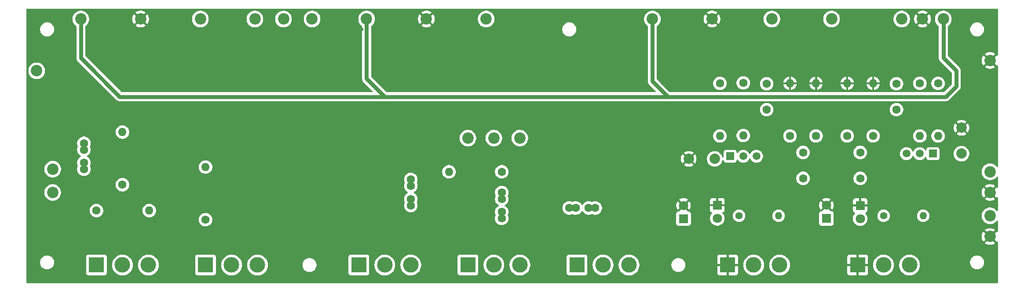
<source format=gbr>
%TF.GenerationSoftware,KiCad,Pcbnew,9.0.0*%
%TF.CreationDate,2025-02-28T17:27:40-06:00*%
%TF.ProjectId,Block-amp-front,426c6f63-6b2d-4616-9d70-2d66726f6e74,v0.1*%
%TF.SameCoordinates,Original*%
%TF.FileFunction,Copper,L6,Bot*%
%TF.FilePolarity,Positive*%
%FSLAX46Y46*%
G04 Gerber Fmt 4.6, Leading zero omitted, Abs format (unit mm)*
G04 Created by KiCad (PCBNEW 9.0.0) date 2025-02-28 17:27:40*
%MOMM*%
%LPD*%
G01*
G04 APERTURE LIST*
%TA.AperFunction,ComponentPad*%
%ADD10C,2.200000*%
%TD*%
%TA.AperFunction,ComponentPad*%
%ADD11C,1.600000*%
%TD*%
%TA.AperFunction,ComponentPad*%
%ADD12O,1.600000X1.600000*%
%TD*%
%TA.AperFunction,ComponentPad*%
%ADD13R,1.800000X1.800000*%
%TD*%
%TA.AperFunction,ComponentPad*%
%ADD14C,1.800000*%
%TD*%
%TA.AperFunction,ComponentPad*%
%ADD15R,3.000000X3.000000*%
%TD*%
%TA.AperFunction,ComponentPad*%
%ADD16C,3.000000*%
%TD*%
%TA.AperFunction,ComponentPad*%
%ADD17C,1.400000*%
%TD*%
%TA.AperFunction,ComponentPad*%
%ADD18O,1.400000X1.400000*%
%TD*%
%TA.AperFunction,ComponentPad*%
%ADD19R,1.500000X1.500000*%
%TD*%
%TA.AperFunction,ComponentPad*%
%ADD20C,1.500000*%
%TD*%
%TA.AperFunction,ComponentPad*%
%ADD21C,2.000000*%
%TD*%
%TA.AperFunction,ViaPad*%
%ADD22C,0.700000*%
%TD*%
%TA.AperFunction,Conductor*%
%ADD23C,0.750000*%
%TD*%
G04 APERTURE END LIST*
D10*
%TO.P,J26,1,Pin_1*%
%TO.N,GND*%
X206000000Y-135500000D03*
%TD*%
%TO.P,J27,1,Pin_1*%
%TO.N,/Bal_2_Transformer*%
X206000000Y-131500000D03*
%TD*%
D11*
%TO.P,R10,1*%
%TO.N,+30V*%
X192500000Y-105920000D03*
D12*
%TO.P,R10,2*%
%TO.N,Net-(Q2-G)*%
X192500000Y-116080000D03*
%TD*%
D11*
%TO.P,C5,1*%
%TO.N,Net-(Q1-G)*%
X163000000Y-111000000D03*
%TO.P,C5,2*%
%TO.N,Net-(J32-Pin_1)*%
X163000000Y-106000000D03*
%TD*%
D13*
%TO.P,D4,1,K*%
%TO.N,GND*%
X153500000Y-129460000D03*
D14*
%TO.P,D4,2,A*%
%TO.N,Net-(D3-K)*%
X153500000Y-132000000D03*
%TD*%
D13*
%TO.P,D2,1,K*%
%TO.N,GND*%
X181000000Y-129500000D03*
D14*
%TO.P,D2,2,A*%
%TO.N,Net-(D1-K)*%
X181000000Y-132040000D03*
%TD*%
D13*
%TO.P,D1,1,K*%
%TO.N,Net-(D1-K)*%
X174500000Y-132000000D03*
D14*
%TO.P,D1,2,A*%
%TO.N,GND*%
X174500000Y-129460000D03*
%TD*%
D10*
%TO.P,J12,1,Pin_1*%
%TO.N,+30V*%
X164000000Y-93500000D03*
%TD*%
%TO.P,J29,1,Pin_1*%
%TO.N,GND*%
X206000000Y-127000000D03*
%TD*%
D11*
%TO.P,R15,1*%
%TO.N,+30V*%
X154000000Y-105920000D03*
D12*
%TO.P,R15,2*%
%TO.N,Net-(Q1-D)*%
X154000000Y-116080000D03*
%TD*%
D10*
%TO.P,J5,1,Pin_1*%
%TO.N,GND*%
X97500000Y-93500000D03*
%TD*%
D11*
%TO.P,R12,1*%
%TO.N,Net-(Q1-S)*%
X172500000Y-116080000D03*
D12*
%TO.P,R12,2*%
%TO.N,GND*%
X172500000Y-105920000D03*
%TD*%
D15*
%TO.P,RV3,1,1*%
%TO.N,Net-(C4-Pad2)*%
X84500000Y-141000000D03*
D16*
%TO.P,RV3,2,2*%
%TO.N,Net-(J21-Pin_1)*%
X89500000Y-141000000D03*
%TO.P,RV3,3,3*%
%TO.N,Net-(C2-Pad2)*%
X94500000Y-141000000D03*
%TD*%
D10*
%TO.P,J9,1,Pin_1*%
%TO.N,+9V*%
X141000000Y-93500000D03*
%TD*%
%TO.P,J11,1,Pin_1*%
%TO.N,+30V*%
X109000000Y-93500000D03*
%TD*%
%TO.P,J7,1,Pin_1*%
%TO.N,+9V*%
X31000000Y-93500000D03*
%TD*%
D15*
%TO.P,RV2,1,1*%
%TO.N,Net-(R3-Pad1)*%
X55000000Y-141000000D03*
D16*
%TO.P,RV2,2,2*%
%TO.N,Net-(J18-Pin_1)*%
X60000000Y-141000000D03*
%TO.P,RV2,3,3*%
%TO.N,Net-(J19-Pin_1)*%
X65000000Y-141000000D03*
%TD*%
D10*
%TO.P,J30,1,Pin_1*%
%TO.N,/Unbal_2_transformer*%
X206000000Y-123000000D03*
%TD*%
D15*
%TO.P,RV4,1,1*%
%TO.N,Net-(J22-Pin_1)*%
X105500000Y-141000000D03*
D16*
%TO.P,RV4,2,2*%
%TO.N,Net-(C3-Pad2)*%
X110500000Y-141000000D03*
%TO.P,RV4,3,3*%
%TO.N,Net-(RV4-Pad3)*%
X115500000Y-141000000D03*
%TD*%
D10*
%TO.P,J18,1,Pin_1*%
%TO.N,Net-(J18-Pin_1)*%
X70000000Y-93500000D03*
%TD*%
D11*
%TO.P,R4,1*%
%TO.N,Net-(C3-Pad1)*%
X112000000Y-123000000D03*
D12*
%TO.P,R4,2*%
%TO.N,Net-(J20-Pin_1)*%
X101840000Y-123000000D03*
%TD*%
D11*
%TO.P,R3,1*%
%TO.N,Net-(R3-Pad1)*%
X55000000Y-132250000D03*
D12*
%TO.P,R3,2*%
%TO.N,Net-(J17-Pin_1)*%
X55000000Y-122090000D03*
%TD*%
D10*
%TO.P,J17,1,Pin_1*%
%TO.N,Net-(J17-Pin_1)*%
X64500000Y-93500000D03*
%TD*%
D17*
%TO.P,R7,1*%
%TO.N,Net-(D3-K)*%
X157690000Y-131500000D03*
D18*
%TO.P,R7,2*%
%TO.N,/Unbal_2_transformer*%
X165310000Y-131500000D03*
%TD*%
D10*
%TO.P,J10,1,Pin_1*%
%TO.N,+30V*%
X54000000Y-93500000D03*
%TD*%
%TO.P,J19,1,Pin_1*%
%TO.N,Net-(J19-Pin_1)*%
X75500000Y-93500000D03*
%TD*%
D11*
%TO.P,C2,1*%
%TO.N,Net-(J20-Pin_1)*%
X94500000Y-124500000D03*
X94500000Y-125750000D03*
%TO.P,C2,2*%
%TO.N,Net-(C2-Pad2)*%
X94500000Y-128250000D03*
X94500000Y-129500000D03*
%TD*%
D10*
%TO.P,J22,1,Pin_1*%
%TO.N,Net-(J22-Pin_1)*%
X110500000Y-116500000D03*
%TD*%
%TO.P,J8,1,Pin_1*%
%TO.N,+9V*%
X86000000Y-93500000D03*
%TD*%
D19*
%TO.P,Q1,1,D*%
%TO.N,Net-(Q1-D)*%
X155960000Y-120000000D03*
D20*
%TO.P,Q1,2,G*%
%TO.N,Net-(Q1-G)*%
X158500000Y-120000000D03*
%TO.P,Q1,3,S*%
%TO.N,Net-(Q1-S)*%
X161040000Y-120000000D03*
%TD*%
D10*
%TO.P,J4,1,Pin_1*%
%TO.N,GND*%
X42500000Y-93500000D03*
%TD*%
D19*
%TO.P,Q2,1,D*%
%TO.N,Net-(Q2-D)*%
X195000000Y-119500000D03*
D20*
%TO.P,Q2,2,G*%
%TO.N,Net-(Q2-G)*%
X192460000Y-119500000D03*
%TO.P,Q2,3,S*%
%TO.N,Net-(Q2-S)*%
X189920000Y-119500000D03*
%TD*%
D15*
%TO.P,RV7,1,1*%
%TO.N,GND*%
X180500000Y-141000000D03*
D16*
%TO.P,RV7,2,2*%
%TO.N,/Bal_2_Transformer*%
X185500000Y-141000000D03*
%TO.P,RV7,3,3*%
%TO.N,Net-(C7-Pad1)*%
X190500000Y-141000000D03*
%TD*%
D15*
%TO.P,RV5,1,1*%
%TO.N,Net-(RV4-Pad3)*%
X126500000Y-141000000D03*
D16*
%TO.P,RV5,2,2*%
%TO.N,Net-(C4-Pad2)*%
X131500000Y-141000000D03*
%TO.P,RV5,3,3*%
X136500000Y-141000000D03*
%TD*%
D10*
%TO.P,J16,1,Pin_1*%
%TO.N,Net-(J16-Pin_1)*%
X25580000Y-122500000D03*
%TD*%
D21*
%TO.P,C9,1*%
%TO.N,GND*%
X200500000Y-114500000D03*
%TO.P,C9,2*%
%TO.N,Net-(Q2-D)*%
X200500000Y-119500000D03*
%TD*%
%TO.P,C10,1*%
%TO.N,GND*%
X148000000Y-120500000D03*
%TO.P,C10,2*%
%TO.N,Net-(Q1-D)*%
X153000000Y-120500000D03*
%TD*%
D11*
%TO.P,R11,1*%
%TO.N,Net-(Q2-G)*%
X183500000Y-116080000D03*
D12*
%TO.P,R11,2*%
%TO.N,GND*%
X183500000Y-105920000D03*
%TD*%
D11*
%TO.P,C7,1*%
%TO.N,Net-(C7-Pad1)*%
X181000000Y-124260000D03*
%TO.P,C7,2*%
%TO.N,Net-(Q2-S)*%
X181000000Y-119260000D03*
%TD*%
D15*
%TO.P,RV8,1,1*%
%TO.N,GND*%
X155500000Y-141000000D03*
D16*
%TO.P,RV8,2,2*%
%TO.N,/Unbal_2_transformer*%
X160500000Y-141000000D03*
%TO.P,RV8,3,3*%
%TO.N,Net-(C8-Pad1)*%
X165500000Y-141000000D03*
%TD*%
D10*
%TO.P,J3,1,Pin_1*%
%TO.N,+30V*%
X189000000Y-93500000D03*
%TD*%
D15*
%TO.P,RV1,1,1*%
%TO.N,Net-(J16-Pin_1)*%
X34000000Y-141000000D03*
D16*
%TO.P,RV1,2,2*%
%TO.N,Net-(R2-Pad1)*%
X39000000Y-141000000D03*
%TO.P,RV1,3,3*%
%TO.N,Net-(J14-Pin_1)*%
X44000000Y-141000000D03*
%TD*%
D11*
%TO.P,R8,1*%
%TO.N,+30V*%
X158500000Y-105840000D03*
D12*
%TO.P,R8,2*%
%TO.N,Net-(Q1-G)*%
X158500000Y-116000000D03*
%TD*%
D17*
%TO.P,R6,1*%
%TO.N,Net-(D1-K)*%
X185500000Y-131500000D03*
D18*
%TO.P,R6,2*%
%TO.N,/Bal_2_Transformer*%
X193120000Y-131500000D03*
%TD*%
D11*
%TO.P,R14,1*%
%TO.N,+30V*%
X196000000Y-105920000D03*
D12*
%TO.P,R14,2*%
%TO.N,Net-(Q2-D)*%
X196000000Y-116080000D03*
%TD*%
D10*
%TO.P,J20,1,Pin_1*%
%TO.N,Net-(J20-Pin_1)*%
X105500000Y-116500000D03*
%TD*%
D13*
%TO.P,D3,1,K*%
%TO.N,Net-(D3-K)*%
X147000000Y-132040000D03*
D14*
%TO.P,D3,2,A*%
%TO.N,GND*%
X147000000Y-129500000D03*
%TD*%
D11*
%TO.P,R9,1*%
%TO.N,Net-(Q1-G)*%
X167500000Y-116080000D03*
D12*
%TO.P,R9,2*%
%TO.N,GND*%
X167500000Y-105920000D03*
%TD*%
D10*
%TO.P,J32,1,Pin_1*%
%TO.N,Net-(J32-Pin_1)*%
X175500000Y-93500000D03*
%TD*%
D11*
%TO.P,C8,1*%
%TO.N,Net-(C8-Pad1)*%
X170000000Y-124260000D03*
%TO.P,C8,2*%
%TO.N,Net-(Q1-S)*%
X170000000Y-119260000D03*
%TD*%
%TO.P,R2,1*%
%TO.N,Net-(R2-Pad1)*%
X39000000Y-125500000D03*
D12*
%TO.P,R2,2*%
%TO.N,Net-(J13-Pin_1)*%
X39000000Y-115340000D03*
%TD*%
D11*
%TO.P,C3,1*%
%TO.N,Net-(C3-Pad1)*%
X112000000Y-127000000D03*
X112000000Y-128250000D03*
%TO.P,C3,2*%
%TO.N,Net-(C3-Pad2)*%
X112000000Y-130750000D03*
X112000000Y-132000000D03*
%TD*%
D10*
%TO.P,J1,1,Pin_1*%
%TO.N,GND*%
X193000000Y-93500000D03*
%TD*%
%TO.P,J6,1,Pin_1*%
%TO.N,GND*%
X152500000Y-93500000D03*
%TD*%
%TO.P,J14,1,Pin_1*%
%TO.N,Net-(J14-Pin_1)*%
X25580000Y-127000000D03*
%TD*%
D11*
%TO.P,R13,1*%
%TO.N,Net-(Q2-S)*%
X178500000Y-116080000D03*
D12*
%TO.P,R13,2*%
%TO.N,GND*%
X178500000Y-105920000D03*
%TD*%
D11*
%TO.P,C6,1*%
%TO.N,Net-(Q2-G)*%
X188000000Y-111000000D03*
%TO.P,C6,2*%
%TO.N,Net-(J32-Pin_1)*%
X188000000Y-106000000D03*
%TD*%
D10*
%TO.P,J2,1,Pin_1*%
%TO.N,+9V*%
X197000000Y-93500000D03*
%TD*%
D11*
%TO.P,C4,1*%
%TO.N,Net-(C3-Pad1)*%
X125000000Y-130000000D03*
X126250000Y-130000000D03*
%TO.P,C4,2*%
%TO.N,Net-(C4-Pad2)*%
X128750000Y-130000000D03*
X130000000Y-130000000D03*
%TD*%
D10*
%TO.P,J21,1,Pin_1*%
%TO.N,Net-(J21-Pin_1)*%
X115500000Y-116500000D03*
%TD*%
D11*
%TO.P,C1,1*%
%TO.N,Net-(J13-Pin_1)*%
X31580000Y-117500000D03*
X31580000Y-118750000D03*
%TO.P,C1,2*%
%TO.N,Net-(J16-Pin_1)*%
X31580000Y-121250000D03*
X31580000Y-122500000D03*
%TD*%
D10*
%TO.P,J13,1,Pin_1*%
%TO.N,Net-(J13-Pin_1)*%
X22500000Y-103500000D03*
%TD*%
%TO.P,J28,1,Pin_1*%
%TO.N,GND*%
X206000000Y-101500000D03*
%TD*%
D11*
%TO.P,R1,1*%
%TO.N,Net-(J16-Pin_1)*%
X34000000Y-130500000D03*
D12*
%TO.P,R1,2*%
%TO.N,Net-(J14-Pin_1)*%
X44160000Y-130500000D03*
%TD*%
D22*
%TO.N,GND*%
X101000000Y-119000000D03*
X103000000Y-117000000D03*
X207000000Y-99500000D03*
X206000000Y-99500000D03*
X205000000Y-99500000D03*
X205000000Y-103500000D03*
X206000000Y-103500000D03*
X207000000Y-103500000D03*
X142500000Y-133000000D03*
X150500000Y-127500000D03*
X157000000Y-128500000D03*
X175500000Y-114500000D03*
X162500000Y-99000000D03*
X175500000Y-95500000D03*
X186500000Y-93500000D03*
X184500000Y-96000000D03*
X187500000Y-102000000D03*
X190500000Y-101500000D03*
X187500000Y-97500000D03*
X190500000Y-99500000D03*
X197500000Y-104500000D03*
X195500000Y-102000000D03*
X195500000Y-98500000D03*
X198500000Y-96500000D03*
X198500000Y-100500000D03*
X201000000Y-103000000D03*
X201000000Y-107500000D03*
X68500000Y-117000000D03*
X68500000Y-120500000D03*
X67500000Y-124000000D03*
X65000000Y-126500000D03*
X63000000Y-128500000D03*
X60500000Y-131000000D03*
X77000000Y-124000000D03*
X77000000Y-120500000D03*
X77000000Y-117000000D03*
X77000000Y-113500000D03*
X74000000Y-113500000D03*
X74000000Y-117000000D03*
X74000000Y-120500000D03*
X74000000Y-124500000D03*
X72500000Y-126000000D03*
X70000000Y-128500000D03*
X67500000Y-131000000D03*
X76500000Y-126000000D03*
X74000000Y-128500000D03*
X71500000Y-131000000D03*
X69000000Y-133500000D03*
X65000000Y-133500000D03*
X58500000Y-133500000D03*
X62000000Y-133500000D03*
X64500000Y-131000000D03*
X67000000Y-128500000D03*
X69000000Y-126500000D03*
X71500000Y-124500000D03*
X71500000Y-120500000D03*
X71500000Y-117000000D03*
X71500000Y-113500000D03*
X68500000Y-113500000D03*
X63000000Y-113500000D03*
X65500000Y-115000000D03*
X63000000Y-117500000D03*
X60000000Y-119500000D03*
X60000000Y-116500000D03*
X56500000Y-116500000D03*
X54500000Y-117500000D03*
X193500000Y-95500000D03*
X191500000Y-95500000D03*
X192500000Y-95500000D03*
X194500000Y-95500000D03*
X21500000Y-100500000D03*
X201000000Y-123500000D03*
X170500000Y-128500000D03*
X119000000Y-122500000D03*
X131000000Y-122500000D03*
X142000000Y-122500000D03*
X202500000Y-110000000D03*
X198500000Y-110000000D03*
X194246251Y-104458650D03*
X194270000Y-107200000D03*
X194500000Y-110000000D03*
X190000000Y-110000000D03*
X190000000Y-107000000D03*
X186000000Y-110000000D03*
X181000000Y-110000000D03*
X175500000Y-110000000D03*
X170000000Y-110000000D03*
X161000000Y-110000000D03*
X165000000Y-110000000D03*
X161000000Y-107000000D03*
X156250000Y-104550000D03*
X156250000Y-107250000D03*
X156500000Y-110000000D03*
X150000000Y-110000000D03*
X150000000Y-107000000D03*
X145000000Y-110000000D03*
X145000000Y-107000000D03*
X125000000Y-110000000D03*
X130000000Y-110000000D03*
X135000000Y-110000000D03*
X140000000Y-110000000D03*
X140000000Y-107000000D03*
X135000000Y-107000000D03*
X130000000Y-107000000D03*
X125000000Y-107000000D03*
X120000000Y-110000000D03*
X120000000Y-107000000D03*
X116500000Y-107000000D03*
X116500000Y-110000000D03*
X113000000Y-107000000D03*
X110000000Y-107000000D03*
X107000000Y-107000000D03*
X104000000Y-107000000D03*
X101000000Y-107000000D03*
X113000000Y-110000000D03*
X110000000Y-110000000D03*
X107000000Y-110000000D03*
X104000000Y-110000000D03*
X101000000Y-110000000D03*
X98000000Y-110000000D03*
X98000000Y-107000000D03*
X94500000Y-110000000D03*
X94500000Y-107000000D03*
X90000000Y-110000000D03*
X84500000Y-104500000D03*
X87500000Y-104500000D03*
X90000000Y-107000000D03*
X85500000Y-110000000D03*
X81000000Y-110000000D03*
X85500000Y-107000000D03*
X81000000Y-107000000D03*
X77000000Y-110000000D03*
X77000000Y-107000000D03*
X71500000Y-110000000D03*
X74000000Y-110000000D03*
X74000000Y-107000000D03*
X71500000Y-107000000D03*
X58500000Y-107000000D03*
X58500000Y-110000000D03*
X68500000Y-110000000D03*
X68500000Y-107000000D03*
X66000000Y-107000000D03*
X66000000Y-110000000D03*
X63000000Y-110000000D03*
X63000000Y-107000000D03*
X53500000Y-107000000D03*
X53500000Y-110000000D03*
X47500000Y-110000000D03*
X47500000Y-107000000D03*
X42000000Y-107000000D03*
X42000000Y-110000000D03*
X37000000Y-109500000D03*
X39000000Y-107000000D03*
X36000000Y-104000000D03*
X33492163Y-105500000D03*
X29500000Y-101500000D03*
X32500000Y-100500000D03*
X81000000Y-102000000D03*
X81000000Y-99000000D03*
X59500000Y-102000000D03*
X57000000Y-102000000D03*
X54500000Y-101500000D03*
X52500000Y-99500000D03*
X52500000Y-97500000D03*
X52500000Y-95000000D03*
X55500000Y-95000000D03*
X55500000Y-97500000D03*
X57000000Y-99000000D03*
X59500000Y-99000000D03*
X59000000Y-92000000D03*
X66000000Y-95500000D03*
X63000000Y-95500000D03*
X63000000Y-99000000D03*
X63000000Y-102000000D03*
X68500000Y-102000000D03*
X66000000Y-102000000D03*
X66000000Y-99000000D03*
X68500000Y-99000000D03*
X68500000Y-95500000D03*
X71500000Y-95500000D03*
X74000000Y-95500000D03*
X77000000Y-95500000D03*
X74000000Y-99000000D03*
X71500000Y-99000000D03*
X71500000Y-102000000D03*
X74000000Y-102000000D03*
X77000000Y-102000000D03*
X77000000Y-99000000D03*
X84500000Y-102000000D03*
X84500000Y-99000000D03*
X87578924Y-95500000D03*
X101000000Y-99000000D03*
X96000000Y-99000000D03*
X90500000Y-99000000D03*
X87500000Y-99000000D03*
X87500000Y-102000000D03*
X90500000Y-102000000D03*
X96000000Y-102000000D03*
X101000000Y-102000000D03*
X106000000Y-102000000D03*
X106000000Y-99000000D03*
X108500000Y-99000000D03*
X107500000Y-97000000D03*
X106500000Y-93500000D03*
X111500000Y-93500000D03*
X110500000Y-97000000D03*
X112500000Y-99000000D03*
X115000000Y-99000000D03*
X120000000Y-99000000D03*
X110000000Y-102000000D03*
X115000000Y-102000000D03*
X120000000Y-102000000D03*
X124500000Y-102000000D03*
X124500000Y-99000000D03*
X129500000Y-99000000D03*
X129500000Y-102000000D03*
X134500000Y-102000000D03*
X134500000Y-99000000D03*
X139500000Y-102000000D03*
X139500000Y-99000000D03*
X142500000Y-99000000D03*
X142500000Y-102000000D03*
X162000000Y-138500000D03*
X41000000Y-129500000D03*
X100000000Y-92000000D03*
X33000000Y-113000000D03*
X170000000Y-96000000D03*
X174000000Y-96500000D03*
X96000000Y-137500000D03*
X150000000Y-134500000D03*
X161000000Y-104760000D03*
X100500000Y-114000000D03*
X104000000Y-134500000D03*
X144000000Y-93500000D03*
X63500000Y-136000000D03*
X107000000Y-128500000D03*
X37500000Y-136000000D03*
X88000000Y-119500000D03*
X185500000Y-105500000D03*
X56500000Y-136000000D03*
X197000000Y-118000000D03*
X93000000Y-115500000D03*
X181000000Y-96000000D03*
X150000000Y-93000000D03*
X119000000Y-129500000D03*
X168500000Y-102000000D03*
X91000000Y-122500000D03*
X32500000Y-132000000D03*
X198000000Y-135500000D03*
X159000000Y-138500000D03*
X182500000Y-122500000D03*
X26000000Y-109000000D03*
X29000000Y-143500000D03*
X28000000Y-121000000D03*
X136000000Y-116500000D03*
X29500000Y-98500000D03*
X104000000Y-137500000D03*
X170000000Y-106760000D03*
X172000000Y-125500000D03*
X53630000Y-123900000D03*
X105500000Y-119000000D03*
X165500000Y-107260000D03*
X32500000Y-95500000D03*
X28500000Y-107000000D03*
X186000000Y-111260000D03*
X204000000Y-121500000D03*
X181000000Y-106760000D03*
X155000000Y-93000000D03*
X30000000Y-116000000D03*
X66500000Y-136000000D03*
X28000000Y-111000000D03*
X106500000Y-114000000D03*
X161000000Y-111000000D03*
X194000000Y-117500000D03*
X42500000Y-126500000D03*
X104000000Y-131500000D03*
X88000000Y-116500000D03*
X107000000Y-137500000D03*
X81000000Y-93000000D03*
X161000000Y-93500000D03*
X165500000Y-96000000D03*
X42500000Y-136000000D03*
X32500000Y-98500000D03*
X175500000Y-105760000D03*
X167000000Y-138500000D03*
X93000000Y-137500000D03*
X155000000Y-94000000D03*
X150000000Y-95000000D03*
X53500000Y-136000000D03*
X187500000Y-137000000D03*
X111000000Y-111000000D03*
X53500000Y-133500000D03*
X113500000Y-137500000D03*
X49500000Y-134500000D03*
X147500000Y-99000000D03*
X34000000Y-122500000D03*
X125500000Y-116500000D03*
X83000000Y-138000000D03*
X45500000Y-136000000D03*
X193500000Y-140500000D03*
X93000000Y-134500000D03*
X162500000Y-117500000D03*
X117000000Y-114000000D03*
X138000000Y-93500000D03*
X182000000Y-98500000D03*
X99000000Y-111000000D03*
X160500000Y-115500000D03*
X88000000Y-125500000D03*
X194633877Y-125726547D03*
X110500000Y-134500000D03*
X123500000Y-137500000D03*
X97000000Y-121500000D03*
X104000000Y-125500000D03*
X200500000Y-143500000D03*
X186000000Y-125500000D03*
X153500000Y-99000000D03*
X156500000Y-123000000D03*
X126000000Y-135000000D03*
X21500000Y-132000000D03*
X195000000Y-133000000D03*
X200500000Y-117500000D03*
X201000000Y-130000000D03*
X91000000Y-125500000D03*
X204000000Y-128000000D03*
X91000000Y-134500000D03*
X179000000Y-99000000D03*
X162500000Y-132500000D03*
X164000000Y-129000000D03*
X181000000Y-105760000D03*
X45500000Y-132000000D03*
X130000000Y-138500000D03*
X33000000Y-116000000D03*
X183500000Y-138500000D03*
X100500000Y-124500000D03*
X107000000Y-122000000D03*
X198000000Y-133000000D03*
X28000000Y-126500000D03*
X56500000Y-133500000D03*
X186000000Y-117500000D03*
X94500000Y-114000000D03*
X153500000Y-102000000D03*
X39000000Y-113000000D03*
X189500000Y-117500000D03*
X168000000Y-123000000D03*
X168000000Y-113500000D03*
X166000000Y-99000000D03*
X183500000Y-128500000D03*
X171500000Y-102000000D03*
X41000000Y-115500000D03*
X128500000Y-133000000D03*
X182000000Y-102000000D03*
X164000000Y-138500000D03*
X204000000Y-126000000D03*
X88000000Y-131500000D03*
X56500000Y-130500000D03*
X30000000Y-113000000D03*
X21500000Y-111500000D03*
X115000000Y-129500000D03*
X181000000Y-111260000D03*
X100500000Y-121500000D03*
X121000000Y-142500000D03*
X95000000Y-94000000D03*
X165000000Y-111260000D03*
X56370000Y-123900000D03*
X129500000Y-143000000D03*
X175500000Y-104760000D03*
X88000000Y-128500000D03*
X195000000Y-130000000D03*
X170500000Y-143500000D03*
X123500000Y-133000000D03*
X110500000Y-125000000D03*
X202000000Y-127000000D03*
X128000000Y-127000000D03*
X199000000Y-121000000D03*
X171500000Y-99000000D03*
X206500000Y-92500000D03*
X168500000Y-99000000D03*
X26500000Y-105000000D03*
X100000000Y-137500000D03*
X206500000Y-112000000D03*
X21500000Y-120000000D03*
X175500000Y-99000000D03*
X166000000Y-126000000D03*
X91500000Y-113000000D03*
X53630000Y-130440000D03*
X190500000Y-125500000D03*
X170000000Y-105760000D03*
X107000000Y-131500000D03*
X29500000Y-95500000D03*
X197500000Y-114500000D03*
X193500000Y-143500000D03*
X198000000Y-130000000D03*
X91000000Y-128500000D03*
X114500000Y-120500000D03*
X107000000Y-134500000D03*
X138000000Y-138500000D03*
X121000000Y-139500000D03*
X100000000Y-134500000D03*
X36000000Y-126500000D03*
X206500000Y-143500000D03*
X103500000Y-114000000D03*
X40000000Y-95000000D03*
X199000000Y-125500000D03*
X32500000Y-129500000D03*
X119500000Y-93000000D03*
X166000000Y-117500000D03*
X96000000Y-134500000D03*
X204000000Y-130000000D03*
X163500000Y-102000000D03*
X42500000Y-132000000D03*
X155000000Y-92000000D03*
X201000000Y-133000000D03*
X91000000Y-137500000D03*
X173000000Y-93000000D03*
X181000000Y-117000000D03*
X120000000Y-137500000D03*
X97500000Y-114000000D03*
X113500000Y-125000000D03*
X191500000Y-137500000D03*
X114000000Y-111000000D03*
X159500000Y-123000000D03*
X40500000Y-136000000D03*
X204000000Y-134500000D03*
X206500000Y-138000000D03*
X91000000Y-119500000D03*
X166000000Y-134500000D03*
X150000000Y-92000000D03*
X168000000Y-120500000D03*
X95000000Y-122500000D03*
X193000000Y-114000000D03*
X116500000Y-134500000D03*
X45000000Y-92000000D03*
X182500000Y-125500000D03*
X167500000Y-93500000D03*
X204000000Y-133500000D03*
X179500000Y-125500000D03*
X40000000Y-93000000D03*
X123500000Y-139500000D03*
X189000000Y-128500000D03*
X116500000Y-137500000D03*
X61500000Y-136000000D03*
X40000000Y-92000000D03*
X188500000Y-121000000D03*
X190000000Y-105500000D03*
X141500000Y-143500000D03*
X86000000Y-138000000D03*
X170500000Y-116000000D03*
X93000000Y-131500000D03*
X100000000Y-93000000D03*
X190000000Y-134500000D03*
X113000000Y-116500000D03*
X158500000Y-143500000D03*
X35500000Y-136000000D03*
X159000000Y-99000000D03*
X28000000Y-124000000D03*
X170500000Y-131500000D03*
X165500000Y-115500000D03*
X85000000Y-95500000D03*
X160500000Y-134500000D03*
X178000000Y-93000000D03*
X183500000Y-143500000D03*
X105000000Y-111000000D03*
X163000000Y-120500000D03*
X90000000Y-114500000D03*
X175500000Y-134500000D03*
X89000000Y-92500000D03*
X135500000Y-128000000D03*
X162500000Y-96000000D03*
X110500000Y-137500000D03*
X204000000Y-136500000D03*
X204000000Y-125000000D03*
X93500000Y-111000000D03*
X123000000Y-127000000D03*
X132000000Y-132500000D03*
X159000000Y-102000000D03*
X48000000Y-120000000D03*
X193000000Y-124000000D03*
X102000000Y-111000000D03*
X175500000Y-143500000D03*
X109500000Y-114000000D03*
X58500000Y-136000000D03*
X176000000Y-125500000D03*
X115000000Y-127000000D03*
X172500000Y-118500000D03*
X104000000Y-120500000D03*
X118000000Y-142500000D03*
X158000000Y-113500000D03*
X118000000Y-139500000D03*
X31000000Y-109500000D03*
X204000000Y-135500000D03*
X32500000Y-136000000D03*
X53630000Y-120500000D03*
X49500000Y-143500000D03*
X129500000Y-93000000D03*
X188500000Y-123000000D03*
X35425000Y-129500000D03*
X182500000Y-121000000D03*
X91000000Y-117500000D03*
X188000000Y-113000000D03*
X170000000Y-104760000D03*
X188000000Y-143500000D03*
X123500000Y-142500000D03*
X45000000Y-93000000D03*
X56500000Y-120500000D03*
X183500000Y-113500000D03*
X190500000Y-115500000D03*
X164500000Y-134500000D03*
X206500000Y-118000000D03*
X157000000Y-117500000D03*
X160000000Y-117500000D03*
X175500000Y-111260000D03*
X168000000Y-132500000D03*
X100000000Y-94000000D03*
X168000000Y-128500000D03*
X21500000Y-92500000D03*
X150000000Y-94000000D03*
X190000000Y-111260000D03*
X170000000Y-111260000D03*
X97000000Y-125000000D03*
X96000000Y-131500000D03*
X170500000Y-134500000D03*
X193500000Y-128500000D03*
X40000000Y-94000000D03*
X88000000Y-137500000D03*
X45000000Y-94000000D03*
X88000000Y-134500000D03*
X21500000Y-143500000D03*
X194500000Y-134500000D03*
X162500000Y-136500000D03*
X133000000Y-135500000D03*
X107000000Y-125500000D03*
X84500000Y-135500000D03*
X175500000Y-106760000D03*
X163000000Y-113500000D03*
X185500000Y-107260000D03*
X95000000Y-92000000D03*
X207000000Y-129000000D03*
X181000000Y-104760000D03*
X191500000Y-132500000D03*
X91000000Y-131500000D03*
X27500000Y-129500000D03*
X134000000Y-142500000D03*
X119000000Y-127000000D03*
X113000000Y-143500000D03*
X108000000Y-111000000D03*
X169000000Y-117500000D03*
X39000000Y-117500000D03*
X100000000Y-143500000D03*
X120000000Y-134500000D03*
X165500000Y-105500000D03*
X95000000Y-93000000D03*
X177000000Y-96500000D03*
X175500000Y-117260000D03*
X163000000Y-123000000D03*
X177500000Y-128500000D03*
X36000000Y-119000000D03*
X35500000Y-132000000D03*
X112500000Y-114000000D03*
X104000000Y-128500000D03*
X45000000Y-95000000D03*
X88000000Y-122500000D03*
X175500000Y-102000000D03*
X150500000Y-143500000D03*
X108500000Y-143500000D03*
X113500000Y-134500000D03*
X196000000Y-138000000D03*
X204000000Y-127000000D03*
X133000000Y-138500000D03*
X32500000Y-126500000D03*
X178500000Y-118500000D03*
X122500000Y-129500000D03*
X155000000Y-95000000D03*
X185500000Y-115500000D03*
X44500000Y-128500000D03*
X109500000Y-119500000D03*
X134000000Y-139500000D03*
X100000000Y-95000000D03*
X147500000Y-102000000D03*
X96000000Y-111000000D03*
X36000000Y-116000000D03*
X130000000Y-135500000D03*
X179000000Y-102000000D03*
X29000000Y-134000000D03*
X197148101Y-128262613D03*
X24000000Y-107000000D03*
X95000000Y-95000000D03*
X108000000Y-116500000D03*
%TD*%
D23*
%TO.N,+9V*%
X147000000Y-108500000D02*
X197500000Y-108500000D01*
X199500000Y-106500000D02*
X199500000Y-103500000D01*
X199500000Y-103500000D02*
X197000000Y-101000000D01*
X197500000Y-108500000D02*
X199500000Y-106500000D01*
X197000000Y-101000000D02*
X197000000Y-93500000D01*
X89500000Y-108500000D02*
X86000000Y-105000000D01*
X38500000Y-108500000D02*
X31000000Y-101000000D01*
X144000000Y-108500000D02*
X147000000Y-108500000D01*
X86000000Y-105000000D02*
X86000000Y-93500000D01*
X31000000Y-101000000D02*
X31000000Y-93500000D01*
X141000000Y-93500000D02*
X141000000Y-105500000D01*
X141000000Y-105500000D02*
X144000000Y-108500000D01*
X147000000Y-108500000D02*
X38500000Y-108500000D01*
%TD*%
%TA.AperFunction,Conductor*%
%TO.N,GND*%
G36*
X207442539Y-91520185D02*
G01*
X207488294Y-91572989D01*
X207499500Y-91624500D01*
X207499500Y-100460167D01*
X207479815Y-100527206D01*
X207427011Y-100572961D01*
X207357853Y-100582905D01*
X207294297Y-100553880D01*
X207275182Y-100533053D01*
X207264496Y-100518346D01*
X207264495Y-100518345D01*
X206506154Y-101276686D01*
X206440110Y-101162292D01*
X206337708Y-101059890D01*
X206223312Y-100993844D01*
X206981653Y-100235503D01*
X206981652Y-100235502D01*
X206838586Y-100131559D01*
X206614184Y-100017219D01*
X206374669Y-99939397D01*
X206125928Y-99900000D01*
X205874072Y-99900000D01*
X205625330Y-99939397D01*
X205385815Y-100017219D01*
X205161420Y-100131555D01*
X205018346Y-100235503D01*
X205776687Y-100993844D01*
X205662292Y-101059890D01*
X205559890Y-101162292D01*
X205493844Y-101276687D01*
X204735503Y-100518346D01*
X204631555Y-100661420D01*
X204517219Y-100885815D01*
X204439397Y-101125330D01*
X204400000Y-101374071D01*
X204400000Y-101625928D01*
X204439397Y-101874669D01*
X204517219Y-102114184D01*
X204631559Y-102338586D01*
X204735502Y-102481652D01*
X204735503Y-102481653D01*
X205493844Y-101723312D01*
X205559890Y-101837708D01*
X205662292Y-101940110D01*
X205776686Y-102006154D01*
X205018345Y-102764495D01*
X205018346Y-102764497D01*
X205161413Y-102868440D01*
X205385815Y-102982780D01*
X205625330Y-103060602D01*
X205874072Y-103100000D01*
X206125928Y-103100000D01*
X206374669Y-103060602D01*
X206614184Y-102982780D01*
X206838583Y-102868442D01*
X206981652Y-102764495D01*
X206981653Y-102764495D01*
X206223313Y-102006154D01*
X206337708Y-101940110D01*
X206440110Y-101837708D01*
X206506155Y-101723313D01*
X207264495Y-102481653D01*
X207264496Y-102481652D01*
X207275182Y-102466945D01*
X207330512Y-102424279D01*
X207400125Y-102418300D01*
X207461920Y-102450906D01*
X207496277Y-102511744D01*
X207499500Y-102539830D01*
X207499500Y-121959317D01*
X207479815Y-122026356D01*
X207427011Y-122072111D01*
X207357853Y-122082055D01*
X207294297Y-122053030D01*
X207275182Y-122032203D01*
X207220794Y-121957345D01*
X207042654Y-121779205D01*
X207042649Y-121779201D01*
X206838848Y-121631132D01*
X206838847Y-121631131D01*
X206838845Y-121631130D01*
X206759646Y-121590776D01*
X206614383Y-121516760D01*
X206374785Y-121438910D01*
X206125962Y-121399500D01*
X205874038Y-121399500D01*
X205807359Y-121410061D01*
X205625214Y-121438910D01*
X205385616Y-121516760D01*
X205161151Y-121631132D01*
X204957350Y-121779201D01*
X204957345Y-121779205D01*
X204779205Y-121957345D01*
X204779201Y-121957350D01*
X204631132Y-122161151D01*
X204516760Y-122385616D01*
X204438910Y-122625214D01*
X204438910Y-122625215D01*
X204399500Y-122874038D01*
X204399500Y-123125962D01*
X204408314Y-123181610D01*
X204438910Y-123374785D01*
X204516760Y-123614383D01*
X204631132Y-123838848D01*
X204779201Y-124042649D01*
X204779205Y-124042654D01*
X204957345Y-124220794D01*
X204957350Y-124220798D01*
X205135117Y-124349952D01*
X205161155Y-124368870D01*
X205304184Y-124441747D01*
X205385616Y-124483239D01*
X205385618Y-124483239D01*
X205385621Y-124483241D01*
X205625215Y-124561090D01*
X205874038Y-124600500D01*
X205874039Y-124600500D01*
X206125961Y-124600500D01*
X206125962Y-124600500D01*
X206374785Y-124561090D01*
X206614379Y-124483241D01*
X206838845Y-124368870D01*
X207042656Y-124220793D01*
X207220793Y-124042656D01*
X207257618Y-123991971D01*
X207275182Y-123967797D01*
X207330512Y-123925131D01*
X207400125Y-123919152D01*
X207461920Y-123951757D01*
X207496277Y-124012596D01*
X207499500Y-124040682D01*
X207499500Y-125960167D01*
X207479815Y-126027206D01*
X207427011Y-126072961D01*
X207357853Y-126082905D01*
X207294297Y-126053880D01*
X207275182Y-126033053D01*
X207264496Y-126018346D01*
X207264495Y-126018345D01*
X206506154Y-126776686D01*
X206440110Y-126662292D01*
X206337708Y-126559890D01*
X206223312Y-126493844D01*
X206981653Y-125735503D01*
X206981652Y-125735502D01*
X206838586Y-125631559D01*
X206614184Y-125517219D01*
X206374669Y-125439397D01*
X206125928Y-125400000D01*
X205874072Y-125400000D01*
X205625330Y-125439397D01*
X205385815Y-125517219D01*
X205161420Y-125631555D01*
X205018346Y-125735503D01*
X205776687Y-126493844D01*
X205662292Y-126559890D01*
X205559890Y-126662292D01*
X205493844Y-126776687D01*
X204735503Y-126018346D01*
X204631555Y-126161420D01*
X204517219Y-126385815D01*
X204439397Y-126625330D01*
X204400000Y-126874071D01*
X204400000Y-127125928D01*
X204439397Y-127374669D01*
X204517219Y-127614184D01*
X204631559Y-127838586D01*
X204735502Y-127981652D01*
X204735503Y-127981653D01*
X205493844Y-127223312D01*
X205559890Y-127337708D01*
X205662292Y-127440110D01*
X205776686Y-127506154D01*
X205018345Y-128264495D01*
X205018346Y-128264497D01*
X205161413Y-128368440D01*
X205385815Y-128482780D01*
X205625330Y-128560602D01*
X205874072Y-128600000D01*
X206125928Y-128600000D01*
X206374669Y-128560602D01*
X206614184Y-128482780D01*
X206838583Y-128368442D01*
X206981652Y-128264495D01*
X206981653Y-128264495D01*
X206223313Y-127506154D01*
X206337708Y-127440110D01*
X206440110Y-127337708D01*
X206506155Y-127223313D01*
X207264495Y-127981653D01*
X207264496Y-127981652D01*
X207275182Y-127966945D01*
X207330512Y-127924279D01*
X207400125Y-127918300D01*
X207461920Y-127950906D01*
X207496277Y-128011744D01*
X207499500Y-128039830D01*
X207499500Y-130459317D01*
X207479815Y-130526356D01*
X207427011Y-130572111D01*
X207357853Y-130582055D01*
X207294297Y-130553030D01*
X207275182Y-130532203D01*
X207220794Y-130457345D01*
X207042654Y-130279205D01*
X207042649Y-130279201D01*
X206838848Y-130131132D01*
X206838847Y-130131131D01*
X206838845Y-130131130D01*
X206715711Y-130068390D01*
X206614383Y-130016760D01*
X206374785Y-129938910D01*
X206125962Y-129899500D01*
X205874038Y-129899500D01*
X205749626Y-129919205D01*
X205625214Y-129938910D01*
X205385616Y-130016760D01*
X205161151Y-130131132D01*
X204957350Y-130279201D01*
X204957345Y-130279205D01*
X204779205Y-130457345D01*
X204779201Y-130457350D01*
X204631132Y-130661151D01*
X204516760Y-130885616D01*
X204438910Y-131125214D01*
X204419269Y-131249225D01*
X204399500Y-131374038D01*
X204399500Y-131625962D01*
X204427144Y-131800500D01*
X204438910Y-131874785D01*
X204516760Y-132114383D01*
X204595413Y-132268747D01*
X204625579Y-132327951D01*
X204631132Y-132338848D01*
X204779201Y-132542649D01*
X204779205Y-132542654D01*
X204957345Y-132720794D01*
X204957350Y-132720798D01*
X205131347Y-132847213D01*
X205161155Y-132868870D01*
X205284295Y-132931613D01*
X205385616Y-132983239D01*
X205385618Y-132983239D01*
X205385621Y-132983241D01*
X205625215Y-133061090D01*
X205874038Y-133100500D01*
X205874039Y-133100500D01*
X206125961Y-133100500D01*
X206125962Y-133100500D01*
X206374785Y-133061090D01*
X206614379Y-132983241D01*
X206838845Y-132868870D01*
X207042656Y-132720793D01*
X207220793Y-132542656D01*
X207252352Y-132499219D01*
X207275182Y-132467797D01*
X207330512Y-132425131D01*
X207400125Y-132419152D01*
X207461920Y-132451757D01*
X207496277Y-132512596D01*
X207499500Y-132540682D01*
X207499500Y-134460167D01*
X207479815Y-134527206D01*
X207427011Y-134572961D01*
X207357853Y-134582905D01*
X207294297Y-134553880D01*
X207275182Y-134533053D01*
X207264496Y-134518346D01*
X207264495Y-134518345D01*
X206506154Y-135276686D01*
X206440110Y-135162292D01*
X206337708Y-135059890D01*
X206223312Y-134993844D01*
X206981653Y-134235503D01*
X206981652Y-134235502D01*
X206838586Y-134131559D01*
X206614184Y-134017219D01*
X206374669Y-133939397D01*
X206125928Y-133900000D01*
X205874072Y-133900000D01*
X205625330Y-133939397D01*
X205385815Y-134017219D01*
X205161420Y-134131555D01*
X205018346Y-134235503D01*
X205776687Y-134993844D01*
X205662292Y-135059890D01*
X205559890Y-135162292D01*
X205493844Y-135276687D01*
X204735503Y-134518346D01*
X204631555Y-134661420D01*
X204517219Y-134885815D01*
X204439397Y-135125330D01*
X204400000Y-135374071D01*
X204400000Y-135625928D01*
X204439397Y-135874669D01*
X204517219Y-136114184D01*
X204631559Y-136338586D01*
X204735502Y-136481652D01*
X204735503Y-136481653D01*
X205493844Y-135723312D01*
X205559890Y-135837708D01*
X205662292Y-135940110D01*
X205776686Y-136006154D01*
X205018345Y-136764495D01*
X205018346Y-136764497D01*
X205161413Y-136868440D01*
X205385815Y-136982780D01*
X205625330Y-137060602D01*
X205874072Y-137100000D01*
X206125928Y-137100000D01*
X206374669Y-137060602D01*
X206614184Y-136982780D01*
X206838583Y-136868442D01*
X206981652Y-136764495D01*
X206981653Y-136764495D01*
X206223313Y-136006154D01*
X206337708Y-135940110D01*
X206440110Y-135837708D01*
X206506155Y-135723313D01*
X207264495Y-136481653D01*
X207264496Y-136481652D01*
X207275182Y-136466945D01*
X207330512Y-136424279D01*
X207400125Y-136418300D01*
X207461920Y-136450906D01*
X207496277Y-136511744D01*
X207499500Y-136539830D01*
X207499500Y-144375500D01*
X207479815Y-144442539D01*
X207427011Y-144488294D01*
X207375500Y-144499500D01*
X20624500Y-144499500D01*
X20557461Y-144479815D01*
X20511706Y-144427011D01*
X20500500Y-144375500D01*
X20500500Y-140393713D01*
X23149500Y-140393713D01*
X23149500Y-140606287D01*
X23182754Y-140816243D01*
X23199854Y-140868872D01*
X23248444Y-141018414D01*
X23344951Y-141207820D01*
X23469890Y-141379786D01*
X23620213Y-141530109D01*
X23792179Y-141655048D01*
X23792181Y-141655049D01*
X23792184Y-141655051D01*
X23981588Y-141751557D01*
X24183757Y-141817246D01*
X24393713Y-141850500D01*
X24393714Y-141850500D01*
X24606286Y-141850500D01*
X24606287Y-141850500D01*
X24816243Y-141817246D01*
X25018412Y-141751557D01*
X25207816Y-141655051D01*
X25283588Y-141600000D01*
X25379786Y-141530109D01*
X25379788Y-141530106D01*
X25379792Y-141530104D01*
X25530104Y-141379792D01*
X25530106Y-141379788D01*
X25530109Y-141379786D01*
X25655048Y-141207820D01*
X25655047Y-141207820D01*
X25655051Y-141207816D01*
X25751557Y-141018412D01*
X25817246Y-140816243D01*
X25850500Y-140606287D01*
X25850500Y-140393713D01*
X25817246Y-140183757D01*
X25751557Y-139981588D01*
X25655051Y-139792184D01*
X25655049Y-139792181D01*
X25655048Y-139792179D01*
X25530109Y-139620213D01*
X25379786Y-139469890D01*
X25355348Y-139452135D01*
X31999500Y-139452135D01*
X31999500Y-142547870D01*
X31999501Y-142547876D01*
X32005908Y-142607483D01*
X32056202Y-142742328D01*
X32056206Y-142742335D01*
X32142452Y-142857544D01*
X32142455Y-142857547D01*
X32257664Y-142943793D01*
X32257671Y-142943797D01*
X32392517Y-142994091D01*
X32392516Y-142994091D01*
X32399444Y-142994835D01*
X32452127Y-143000500D01*
X35547872Y-143000499D01*
X35607483Y-142994091D01*
X35742331Y-142943796D01*
X35857546Y-142857546D01*
X35943796Y-142742331D01*
X35994091Y-142607483D01*
X36000500Y-142547873D01*
X36000499Y-140868872D01*
X36999500Y-140868872D01*
X36999500Y-141131127D01*
X37026123Y-141333339D01*
X37033730Y-141391116D01*
X37070972Y-141530104D01*
X37101602Y-141644418D01*
X37101605Y-141644428D01*
X37201953Y-141886690D01*
X37201958Y-141886700D01*
X37333075Y-142113803D01*
X37492718Y-142321851D01*
X37492726Y-142321860D01*
X37678140Y-142507274D01*
X37678148Y-142507281D01*
X37886196Y-142666924D01*
X38113299Y-142798041D01*
X38113309Y-142798046D01*
X38355571Y-142898394D01*
X38355581Y-142898398D01*
X38608884Y-142966270D01*
X38857188Y-142998960D01*
X38868864Y-143000498D01*
X38868880Y-143000500D01*
X38868887Y-143000500D01*
X39131113Y-143000500D01*
X39131120Y-143000500D01*
X39391116Y-142966270D01*
X39644419Y-142898398D01*
X39886697Y-142798043D01*
X40113803Y-142666924D01*
X40321851Y-142507282D01*
X40321855Y-142507277D01*
X40321860Y-142507274D01*
X40507274Y-142321860D01*
X40507277Y-142321855D01*
X40507282Y-142321851D01*
X40666924Y-142113803D01*
X40798043Y-141886697D01*
X40898398Y-141644419D01*
X40966270Y-141391116D01*
X41000500Y-141131120D01*
X41000500Y-140868880D01*
X41000499Y-140868872D01*
X41999500Y-140868872D01*
X41999500Y-141131127D01*
X42026123Y-141333339D01*
X42033730Y-141391116D01*
X42070972Y-141530104D01*
X42101602Y-141644418D01*
X42101605Y-141644428D01*
X42201953Y-141886690D01*
X42201958Y-141886700D01*
X42333075Y-142113803D01*
X42492718Y-142321851D01*
X42492726Y-142321860D01*
X42678140Y-142507274D01*
X42678148Y-142507281D01*
X42886196Y-142666924D01*
X43113299Y-142798041D01*
X43113309Y-142798046D01*
X43355571Y-142898394D01*
X43355581Y-142898398D01*
X43608884Y-142966270D01*
X43857188Y-142998960D01*
X43868864Y-143000498D01*
X43868880Y-143000500D01*
X43868887Y-143000500D01*
X44131113Y-143000500D01*
X44131120Y-143000500D01*
X44391116Y-142966270D01*
X44644419Y-142898398D01*
X44886697Y-142798043D01*
X45113803Y-142666924D01*
X45321851Y-142507282D01*
X45321855Y-142507277D01*
X45321860Y-142507274D01*
X45507274Y-142321860D01*
X45507277Y-142321855D01*
X45507282Y-142321851D01*
X45666924Y-142113803D01*
X45798043Y-141886697D01*
X45898398Y-141644419D01*
X45966270Y-141391116D01*
X46000500Y-141131120D01*
X46000500Y-140868880D01*
X45966270Y-140608884D01*
X45898398Y-140355581D01*
X45872136Y-140292179D01*
X45798046Y-140113309D01*
X45798041Y-140113299D01*
X45666924Y-139886196D01*
X45544424Y-139726554D01*
X45507282Y-139678149D01*
X45507281Y-139678148D01*
X45507274Y-139678140D01*
X45321860Y-139492726D01*
X45321851Y-139492718D01*
X45268963Y-139452135D01*
X52999500Y-139452135D01*
X52999500Y-142547870D01*
X52999501Y-142547876D01*
X53005908Y-142607483D01*
X53056202Y-142742328D01*
X53056206Y-142742335D01*
X53142452Y-142857544D01*
X53142455Y-142857547D01*
X53257664Y-142943793D01*
X53257671Y-142943797D01*
X53392517Y-142994091D01*
X53392516Y-142994091D01*
X53399444Y-142994835D01*
X53452127Y-143000500D01*
X56547872Y-143000499D01*
X56607483Y-142994091D01*
X56742331Y-142943796D01*
X56857546Y-142857546D01*
X56943796Y-142742331D01*
X56994091Y-142607483D01*
X57000500Y-142547873D01*
X57000499Y-140868872D01*
X57999500Y-140868872D01*
X57999500Y-141131127D01*
X58026123Y-141333339D01*
X58033730Y-141391116D01*
X58070972Y-141530104D01*
X58101602Y-141644418D01*
X58101605Y-141644428D01*
X58201953Y-141886690D01*
X58201958Y-141886700D01*
X58333075Y-142113803D01*
X58492718Y-142321851D01*
X58492726Y-142321860D01*
X58678140Y-142507274D01*
X58678148Y-142507281D01*
X58886196Y-142666924D01*
X59113299Y-142798041D01*
X59113309Y-142798046D01*
X59355571Y-142898394D01*
X59355581Y-142898398D01*
X59608884Y-142966270D01*
X59857188Y-142998960D01*
X59868864Y-143000498D01*
X59868880Y-143000500D01*
X59868887Y-143000500D01*
X60131113Y-143000500D01*
X60131120Y-143000500D01*
X60391116Y-142966270D01*
X60644419Y-142898398D01*
X60886697Y-142798043D01*
X61113803Y-142666924D01*
X61321851Y-142507282D01*
X61321855Y-142507277D01*
X61321860Y-142507274D01*
X61507274Y-142321860D01*
X61507277Y-142321855D01*
X61507282Y-142321851D01*
X61666924Y-142113803D01*
X61798043Y-141886697D01*
X61898398Y-141644419D01*
X61966270Y-141391116D01*
X62000500Y-141131120D01*
X62000500Y-140868880D01*
X62000499Y-140868872D01*
X62999500Y-140868872D01*
X62999500Y-141131127D01*
X63026123Y-141333339D01*
X63033730Y-141391116D01*
X63070972Y-141530104D01*
X63101602Y-141644418D01*
X63101605Y-141644428D01*
X63201953Y-141886690D01*
X63201958Y-141886700D01*
X63333075Y-142113803D01*
X63492718Y-142321851D01*
X63492726Y-142321860D01*
X63678140Y-142507274D01*
X63678148Y-142507281D01*
X63886196Y-142666924D01*
X64113299Y-142798041D01*
X64113309Y-142798046D01*
X64355571Y-142898394D01*
X64355581Y-142898398D01*
X64608884Y-142966270D01*
X64857188Y-142998960D01*
X64868864Y-143000498D01*
X64868880Y-143000500D01*
X64868887Y-143000500D01*
X65131113Y-143000500D01*
X65131120Y-143000500D01*
X65391116Y-142966270D01*
X65644419Y-142898398D01*
X65886697Y-142798043D01*
X66113803Y-142666924D01*
X66321851Y-142507282D01*
X66321855Y-142507277D01*
X66321860Y-142507274D01*
X66507274Y-142321860D01*
X66507277Y-142321855D01*
X66507282Y-142321851D01*
X66666924Y-142113803D01*
X66798043Y-141886697D01*
X66898398Y-141644419D01*
X66966270Y-141391116D01*
X67000500Y-141131120D01*
X67000500Y-140893713D01*
X73649500Y-140893713D01*
X73649500Y-141106287D01*
X73653432Y-141131113D01*
X73682753Y-141316239D01*
X73682753Y-141316241D01*
X73682754Y-141316243D01*
X73703402Y-141379792D01*
X73748444Y-141518414D01*
X73844951Y-141707820D01*
X73969890Y-141879786D01*
X74120213Y-142030109D01*
X74292179Y-142155048D01*
X74292181Y-142155049D01*
X74292184Y-142155051D01*
X74481588Y-142251557D01*
X74683757Y-142317246D01*
X74893713Y-142350500D01*
X74893714Y-142350500D01*
X75106286Y-142350500D01*
X75106287Y-142350500D01*
X75316243Y-142317246D01*
X75518412Y-142251557D01*
X75707816Y-142155051D01*
X75729789Y-142139086D01*
X75879786Y-142030109D01*
X75879788Y-142030106D01*
X75879792Y-142030104D01*
X76030104Y-141879792D01*
X76030106Y-141879788D01*
X76030109Y-141879786D01*
X76155048Y-141707820D01*
X76155047Y-141707820D01*
X76155051Y-141707816D01*
X76251557Y-141518412D01*
X76317246Y-141316243D01*
X76350500Y-141106287D01*
X76350500Y-140893713D01*
X76317246Y-140683757D01*
X76251557Y-140481588D01*
X76155051Y-140292184D01*
X76155049Y-140292181D01*
X76155048Y-140292179D01*
X76030109Y-140120213D01*
X75879786Y-139969890D01*
X75707820Y-139844951D01*
X75518414Y-139748444D01*
X75518413Y-139748443D01*
X75518412Y-139748443D01*
X75316243Y-139682754D01*
X75316241Y-139682753D01*
X75316240Y-139682753D01*
X75154957Y-139657208D01*
X75106287Y-139649500D01*
X74893713Y-139649500D01*
X74845042Y-139657208D01*
X74683760Y-139682753D01*
X74481585Y-139748444D01*
X74292179Y-139844951D01*
X74120213Y-139969890D01*
X73969890Y-140120213D01*
X73844951Y-140292179D01*
X73748444Y-140481585D01*
X73682753Y-140683760D01*
X73669346Y-140768409D01*
X73649500Y-140893713D01*
X67000500Y-140893713D01*
X67000500Y-140868880D01*
X66966270Y-140608884D01*
X66898398Y-140355581D01*
X66872136Y-140292179D01*
X66798046Y-140113309D01*
X66798041Y-140113299D01*
X66666924Y-139886196D01*
X66544424Y-139726554D01*
X66507282Y-139678149D01*
X66507281Y-139678148D01*
X66507274Y-139678140D01*
X66321860Y-139492726D01*
X66321851Y-139492718D01*
X66268963Y-139452135D01*
X82499500Y-139452135D01*
X82499500Y-142547870D01*
X82499501Y-142547876D01*
X82505908Y-142607483D01*
X82556202Y-142742328D01*
X82556206Y-142742335D01*
X82642452Y-142857544D01*
X82642455Y-142857547D01*
X82757664Y-142943793D01*
X82757671Y-142943797D01*
X82892517Y-142994091D01*
X82892516Y-142994091D01*
X82899444Y-142994835D01*
X82952127Y-143000500D01*
X86047872Y-143000499D01*
X86107483Y-142994091D01*
X86242331Y-142943796D01*
X86357546Y-142857546D01*
X86443796Y-142742331D01*
X86494091Y-142607483D01*
X86500500Y-142547873D01*
X86500499Y-140868872D01*
X87499500Y-140868872D01*
X87499500Y-141131127D01*
X87526123Y-141333339D01*
X87533730Y-141391116D01*
X87570972Y-141530104D01*
X87601602Y-141644418D01*
X87601605Y-141644428D01*
X87701953Y-141886690D01*
X87701958Y-141886700D01*
X87833075Y-142113803D01*
X87992718Y-142321851D01*
X87992726Y-142321860D01*
X88178140Y-142507274D01*
X88178148Y-142507281D01*
X88386196Y-142666924D01*
X88613299Y-142798041D01*
X88613309Y-142798046D01*
X88855571Y-142898394D01*
X88855581Y-142898398D01*
X89108884Y-142966270D01*
X89357188Y-142998960D01*
X89368864Y-143000498D01*
X89368880Y-143000500D01*
X89368887Y-143000500D01*
X89631113Y-143000500D01*
X89631120Y-143000500D01*
X89891116Y-142966270D01*
X90144419Y-142898398D01*
X90386697Y-142798043D01*
X90613803Y-142666924D01*
X90821851Y-142507282D01*
X90821855Y-142507277D01*
X90821860Y-142507274D01*
X91007274Y-142321860D01*
X91007277Y-142321855D01*
X91007282Y-142321851D01*
X91166924Y-142113803D01*
X91298043Y-141886697D01*
X91398398Y-141644419D01*
X91466270Y-141391116D01*
X91500500Y-141131120D01*
X91500500Y-140868880D01*
X91500499Y-140868872D01*
X92499500Y-140868872D01*
X92499500Y-141131127D01*
X92526123Y-141333339D01*
X92533730Y-141391116D01*
X92570972Y-141530104D01*
X92601602Y-141644418D01*
X92601605Y-141644428D01*
X92701953Y-141886690D01*
X92701958Y-141886700D01*
X92833075Y-142113803D01*
X92992718Y-142321851D01*
X92992726Y-142321860D01*
X93178140Y-142507274D01*
X93178148Y-142507281D01*
X93386196Y-142666924D01*
X93613299Y-142798041D01*
X93613309Y-142798046D01*
X93855571Y-142898394D01*
X93855581Y-142898398D01*
X94108884Y-142966270D01*
X94357188Y-142998960D01*
X94368864Y-143000498D01*
X94368880Y-143000500D01*
X94368887Y-143000500D01*
X94631113Y-143000500D01*
X94631120Y-143000500D01*
X94891116Y-142966270D01*
X95144419Y-142898398D01*
X95386697Y-142798043D01*
X95613803Y-142666924D01*
X95821851Y-142507282D01*
X95821855Y-142507277D01*
X95821860Y-142507274D01*
X96007274Y-142321860D01*
X96007277Y-142321855D01*
X96007282Y-142321851D01*
X96166924Y-142113803D01*
X96298043Y-141886697D01*
X96398398Y-141644419D01*
X96466270Y-141391116D01*
X96500500Y-141131120D01*
X96500500Y-140868880D01*
X96466270Y-140608884D01*
X96398398Y-140355581D01*
X96372136Y-140292179D01*
X96298046Y-140113309D01*
X96298041Y-140113299D01*
X96166924Y-139886196D01*
X96044424Y-139726554D01*
X96007282Y-139678149D01*
X96007281Y-139678148D01*
X96007274Y-139678140D01*
X95821860Y-139492726D01*
X95821851Y-139492718D01*
X95768963Y-139452135D01*
X103499500Y-139452135D01*
X103499500Y-142547870D01*
X103499501Y-142547876D01*
X103505908Y-142607483D01*
X103556202Y-142742328D01*
X103556206Y-142742335D01*
X103642452Y-142857544D01*
X103642455Y-142857547D01*
X103757664Y-142943793D01*
X103757671Y-142943797D01*
X103892517Y-142994091D01*
X103892516Y-142994091D01*
X103899444Y-142994835D01*
X103952127Y-143000500D01*
X107047872Y-143000499D01*
X107107483Y-142994091D01*
X107242331Y-142943796D01*
X107357546Y-142857546D01*
X107443796Y-142742331D01*
X107494091Y-142607483D01*
X107500500Y-142547873D01*
X107500499Y-140868872D01*
X108499500Y-140868872D01*
X108499500Y-141131127D01*
X108526123Y-141333339D01*
X108533730Y-141391116D01*
X108570972Y-141530104D01*
X108601602Y-141644418D01*
X108601605Y-141644428D01*
X108701953Y-141886690D01*
X108701958Y-141886700D01*
X108833075Y-142113803D01*
X108992718Y-142321851D01*
X108992726Y-142321860D01*
X109178140Y-142507274D01*
X109178148Y-142507281D01*
X109386196Y-142666924D01*
X109613299Y-142798041D01*
X109613309Y-142798046D01*
X109855571Y-142898394D01*
X109855581Y-142898398D01*
X110108884Y-142966270D01*
X110357188Y-142998960D01*
X110368864Y-143000498D01*
X110368880Y-143000500D01*
X110368887Y-143000500D01*
X110631113Y-143000500D01*
X110631120Y-143000500D01*
X110891116Y-142966270D01*
X111144419Y-142898398D01*
X111386697Y-142798043D01*
X111613803Y-142666924D01*
X111821851Y-142507282D01*
X111821855Y-142507277D01*
X111821860Y-142507274D01*
X112007274Y-142321860D01*
X112007277Y-142321855D01*
X112007282Y-142321851D01*
X112166924Y-142113803D01*
X112298043Y-141886697D01*
X112398398Y-141644419D01*
X112466270Y-141391116D01*
X112500500Y-141131120D01*
X112500500Y-140868880D01*
X112500499Y-140868872D01*
X113499500Y-140868872D01*
X113499500Y-141131127D01*
X113526123Y-141333339D01*
X113533730Y-141391116D01*
X113570972Y-141530104D01*
X113601602Y-141644418D01*
X113601605Y-141644428D01*
X113701953Y-141886690D01*
X113701958Y-141886700D01*
X113833075Y-142113803D01*
X113992718Y-142321851D01*
X113992726Y-142321860D01*
X114178140Y-142507274D01*
X114178148Y-142507281D01*
X114386196Y-142666924D01*
X114613299Y-142798041D01*
X114613309Y-142798046D01*
X114855571Y-142898394D01*
X114855581Y-142898398D01*
X115108884Y-142966270D01*
X115357188Y-142998960D01*
X115368864Y-143000498D01*
X115368880Y-143000500D01*
X115368887Y-143000500D01*
X115631113Y-143000500D01*
X115631120Y-143000500D01*
X115891116Y-142966270D01*
X116144419Y-142898398D01*
X116386697Y-142798043D01*
X116613803Y-142666924D01*
X116821851Y-142507282D01*
X116821855Y-142507277D01*
X116821860Y-142507274D01*
X117007274Y-142321860D01*
X117007277Y-142321855D01*
X117007282Y-142321851D01*
X117166924Y-142113803D01*
X117298043Y-141886697D01*
X117398398Y-141644419D01*
X117466270Y-141391116D01*
X117500500Y-141131120D01*
X117500500Y-140868880D01*
X117466270Y-140608884D01*
X117398398Y-140355581D01*
X117372136Y-140292179D01*
X117298046Y-140113309D01*
X117298041Y-140113299D01*
X117166924Y-139886196D01*
X117044424Y-139726554D01*
X117007282Y-139678149D01*
X117007281Y-139678148D01*
X117007274Y-139678140D01*
X116821860Y-139492726D01*
X116821851Y-139492718D01*
X116768963Y-139452135D01*
X124499500Y-139452135D01*
X124499500Y-142547870D01*
X124499501Y-142547876D01*
X124505908Y-142607483D01*
X124556202Y-142742328D01*
X124556206Y-142742335D01*
X124642452Y-142857544D01*
X124642455Y-142857547D01*
X124757664Y-142943793D01*
X124757671Y-142943797D01*
X124892517Y-142994091D01*
X124892516Y-142994091D01*
X124899444Y-142994835D01*
X124952127Y-143000500D01*
X128047872Y-143000499D01*
X128107483Y-142994091D01*
X128242331Y-142943796D01*
X128357546Y-142857546D01*
X128443796Y-142742331D01*
X128494091Y-142607483D01*
X128500500Y-142547873D01*
X128500499Y-140868872D01*
X129499500Y-140868872D01*
X129499500Y-141131127D01*
X129526123Y-141333339D01*
X129533730Y-141391116D01*
X129570972Y-141530104D01*
X129601602Y-141644418D01*
X129601605Y-141644428D01*
X129701953Y-141886690D01*
X129701958Y-141886700D01*
X129833075Y-142113803D01*
X129992718Y-142321851D01*
X129992726Y-142321860D01*
X130178140Y-142507274D01*
X130178148Y-142507281D01*
X130386196Y-142666924D01*
X130613299Y-142798041D01*
X130613309Y-142798046D01*
X130855571Y-142898394D01*
X130855581Y-142898398D01*
X131108884Y-142966270D01*
X131357188Y-142998960D01*
X131368864Y-143000498D01*
X131368880Y-143000500D01*
X131368887Y-143000500D01*
X131631113Y-143000500D01*
X131631120Y-143000500D01*
X131891116Y-142966270D01*
X132144419Y-142898398D01*
X132386697Y-142798043D01*
X132613803Y-142666924D01*
X132821851Y-142507282D01*
X132821855Y-142507277D01*
X132821860Y-142507274D01*
X133007274Y-142321860D01*
X133007277Y-142321855D01*
X133007282Y-142321851D01*
X133166924Y-142113803D01*
X133298043Y-141886697D01*
X133398398Y-141644419D01*
X133466270Y-141391116D01*
X133500500Y-141131120D01*
X133500500Y-140868880D01*
X133500499Y-140868872D01*
X134499500Y-140868872D01*
X134499500Y-141131127D01*
X134526123Y-141333339D01*
X134533730Y-141391116D01*
X134570972Y-141530104D01*
X134601602Y-141644418D01*
X134601605Y-141644428D01*
X134701953Y-141886690D01*
X134701958Y-141886700D01*
X134833075Y-142113803D01*
X134992718Y-142321851D01*
X134992726Y-142321860D01*
X135178140Y-142507274D01*
X135178148Y-142507281D01*
X135386196Y-142666924D01*
X135613299Y-142798041D01*
X135613309Y-142798046D01*
X135855571Y-142898394D01*
X135855581Y-142898398D01*
X136108884Y-142966270D01*
X136357188Y-142998960D01*
X136368864Y-143000498D01*
X136368880Y-143000500D01*
X136368887Y-143000500D01*
X136631113Y-143000500D01*
X136631120Y-143000500D01*
X136891116Y-142966270D01*
X137144419Y-142898398D01*
X137386697Y-142798043D01*
X137613803Y-142666924D01*
X137821851Y-142507282D01*
X137821855Y-142507277D01*
X137821860Y-142507274D01*
X138007274Y-142321860D01*
X138007277Y-142321855D01*
X138007282Y-142321851D01*
X138166924Y-142113803D01*
X138298043Y-141886697D01*
X138398398Y-141644419D01*
X138466270Y-141391116D01*
X138500500Y-141131120D01*
X138500500Y-140893713D01*
X144649500Y-140893713D01*
X144649500Y-141106287D01*
X144653432Y-141131113D01*
X144682753Y-141316239D01*
X144682753Y-141316241D01*
X144682754Y-141316243D01*
X144703402Y-141379792D01*
X144748444Y-141518414D01*
X144844951Y-141707820D01*
X144969890Y-141879786D01*
X145120213Y-142030109D01*
X145292179Y-142155048D01*
X145292181Y-142155049D01*
X145292184Y-142155051D01*
X145481588Y-142251557D01*
X145683757Y-142317246D01*
X145893713Y-142350500D01*
X145893714Y-142350500D01*
X146106286Y-142350500D01*
X146106287Y-142350500D01*
X146316243Y-142317246D01*
X146518412Y-142251557D01*
X146707816Y-142155051D01*
X146729789Y-142139086D01*
X146879786Y-142030109D01*
X146879788Y-142030106D01*
X146879792Y-142030104D01*
X147030104Y-141879792D01*
X147030106Y-141879788D01*
X147030109Y-141879786D01*
X147155048Y-141707820D01*
X147155047Y-141707820D01*
X147155051Y-141707816D01*
X147251557Y-141518412D01*
X147317246Y-141316243D01*
X147350500Y-141106287D01*
X147350500Y-140893713D01*
X147317246Y-140683757D01*
X147251557Y-140481588D01*
X147155051Y-140292184D01*
X147155049Y-140292181D01*
X147155048Y-140292179D01*
X147030109Y-140120213D01*
X146879786Y-139969890D01*
X146707820Y-139844951D01*
X146518414Y-139748444D01*
X146518413Y-139748443D01*
X146518412Y-139748443D01*
X146316243Y-139682754D01*
X146316241Y-139682753D01*
X146316240Y-139682753D01*
X146154957Y-139657208D01*
X146106287Y-139649500D01*
X145893713Y-139649500D01*
X145845042Y-139657208D01*
X145683760Y-139682753D01*
X145481585Y-139748444D01*
X145292179Y-139844951D01*
X145120213Y-139969890D01*
X144969890Y-140120213D01*
X144844951Y-140292179D01*
X144748444Y-140481585D01*
X144682753Y-140683760D01*
X144669346Y-140768409D01*
X144649500Y-140893713D01*
X138500500Y-140893713D01*
X138500500Y-140868880D01*
X138466270Y-140608884D01*
X138398398Y-140355581D01*
X138372136Y-140292179D01*
X138298046Y-140113309D01*
X138298041Y-140113299D01*
X138166924Y-139886196D01*
X138044424Y-139726554D01*
X138007282Y-139678149D01*
X138007281Y-139678148D01*
X138007274Y-139678140D01*
X137821860Y-139492726D01*
X137821851Y-139492718D01*
X137768989Y-139452155D01*
X153500000Y-139452155D01*
X153500000Y-140800000D01*
X154932424Y-140800000D01*
X154900000Y-140921009D01*
X154900000Y-141078991D01*
X154932424Y-141200000D01*
X153500000Y-141200000D01*
X153500000Y-142547844D01*
X153506401Y-142607372D01*
X153506403Y-142607379D01*
X153556645Y-142742086D01*
X153556649Y-142742093D01*
X153642809Y-142857187D01*
X153642812Y-142857190D01*
X153757906Y-142943350D01*
X153757913Y-142943354D01*
X153892620Y-142993596D01*
X153892627Y-142993598D01*
X153952155Y-142999999D01*
X153952172Y-143000000D01*
X155300000Y-143000000D01*
X155300000Y-141567575D01*
X155421009Y-141600000D01*
X155578991Y-141600000D01*
X155700000Y-141567575D01*
X155700000Y-143000000D01*
X157047828Y-143000000D01*
X157047844Y-142999999D01*
X157107372Y-142993598D01*
X157107379Y-142993596D01*
X157242086Y-142943354D01*
X157242093Y-142943350D01*
X157357187Y-142857190D01*
X157357190Y-142857187D01*
X157443350Y-142742093D01*
X157443354Y-142742086D01*
X157493596Y-142607379D01*
X157493598Y-142607372D01*
X157499999Y-142547844D01*
X157500000Y-142547827D01*
X157500000Y-141200000D01*
X156067576Y-141200000D01*
X156100000Y-141078991D01*
X156100000Y-140921009D01*
X156086030Y-140868872D01*
X158499500Y-140868872D01*
X158499500Y-141131127D01*
X158526123Y-141333339D01*
X158533730Y-141391116D01*
X158570972Y-141530104D01*
X158601602Y-141644418D01*
X158601605Y-141644428D01*
X158701953Y-141886690D01*
X158701958Y-141886700D01*
X158833075Y-142113803D01*
X158992718Y-142321851D01*
X158992726Y-142321860D01*
X159178140Y-142507274D01*
X159178148Y-142507281D01*
X159386196Y-142666924D01*
X159613299Y-142798041D01*
X159613309Y-142798046D01*
X159855571Y-142898394D01*
X159855581Y-142898398D01*
X160108884Y-142966270D01*
X160357188Y-142998960D01*
X160368864Y-143000498D01*
X160368880Y-143000500D01*
X160368887Y-143000500D01*
X160631113Y-143000500D01*
X160631120Y-143000500D01*
X160891116Y-142966270D01*
X161144419Y-142898398D01*
X161386697Y-142798043D01*
X161613803Y-142666924D01*
X161821851Y-142507282D01*
X161821855Y-142507277D01*
X161821860Y-142507274D01*
X162007274Y-142321860D01*
X162007277Y-142321855D01*
X162007282Y-142321851D01*
X162166924Y-142113803D01*
X162298043Y-141886697D01*
X162398398Y-141644419D01*
X162466270Y-141391116D01*
X162500500Y-141131120D01*
X162500500Y-140868880D01*
X162500499Y-140868872D01*
X163499500Y-140868872D01*
X163499500Y-141131127D01*
X163526123Y-141333339D01*
X163533730Y-141391116D01*
X163570972Y-141530104D01*
X163601602Y-141644418D01*
X163601605Y-141644428D01*
X163701953Y-141886690D01*
X163701958Y-141886700D01*
X163833075Y-142113803D01*
X163992718Y-142321851D01*
X163992726Y-142321860D01*
X164178140Y-142507274D01*
X164178148Y-142507281D01*
X164386196Y-142666924D01*
X164613299Y-142798041D01*
X164613309Y-142798046D01*
X164855571Y-142898394D01*
X164855581Y-142898398D01*
X165108884Y-142966270D01*
X165357188Y-142998960D01*
X165368864Y-143000498D01*
X165368880Y-143000500D01*
X165368887Y-143000500D01*
X165631113Y-143000500D01*
X165631120Y-143000500D01*
X165891116Y-142966270D01*
X166144419Y-142898398D01*
X166386697Y-142798043D01*
X166613803Y-142666924D01*
X166821851Y-142507282D01*
X166821855Y-142507277D01*
X166821860Y-142507274D01*
X167007274Y-142321860D01*
X167007277Y-142321855D01*
X167007282Y-142321851D01*
X167166924Y-142113803D01*
X167298043Y-141886697D01*
X167398398Y-141644419D01*
X167466270Y-141391116D01*
X167500500Y-141131120D01*
X167500500Y-140868880D01*
X167466270Y-140608884D01*
X167398398Y-140355581D01*
X167372136Y-140292179D01*
X167298046Y-140113309D01*
X167298041Y-140113299D01*
X167166924Y-139886196D01*
X167044424Y-139726554D01*
X167007282Y-139678149D01*
X167007281Y-139678148D01*
X167007274Y-139678140D01*
X166821860Y-139492726D01*
X166821851Y-139492718D01*
X166768989Y-139452155D01*
X178500000Y-139452155D01*
X178500000Y-140800000D01*
X179932424Y-140800000D01*
X179900000Y-140921009D01*
X179900000Y-141078991D01*
X179932424Y-141200000D01*
X178500000Y-141200000D01*
X178500000Y-142547844D01*
X178506401Y-142607372D01*
X178506403Y-142607379D01*
X178556645Y-142742086D01*
X178556649Y-142742093D01*
X178642809Y-142857187D01*
X178642812Y-142857190D01*
X178757906Y-142943350D01*
X178757913Y-142943354D01*
X178892620Y-142993596D01*
X178892627Y-142993598D01*
X178952155Y-142999999D01*
X178952172Y-143000000D01*
X180300000Y-143000000D01*
X180300000Y-141567575D01*
X180421009Y-141600000D01*
X180578991Y-141600000D01*
X180700000Y-141567575D01*
X180700000Y-143000000D01*
X182047828Y-143000000D01*
X182047844Y-142999999D01*
X182107372Y-142993598D01*
X182107379Y-142993596D01*
X182242086Y-142943354D01*
X182242093Y-142943350D01*
X182357187Y-142857190D01*
X182357190Y-142857187D01*
X182443350Y-142742093D01*
X182443354Y-142742086D01*
X182493596Y-142607379D01*
X182493598Y-142607372D01*
X182499999Y-142547844D01*
X182500000Y-142547827D01*
X182500000Y-141200000D01*
X181067576Y-141200000D01*
X181100000Y-141078991D01*
X181100000Y-140921009D01*
X181086030Y-140868872D01*
X183499500Y-140868872D01*
X183499500Y-141131127D01*
X183526123Y-141333339D01*
X183533730Y-141391116D01*
X183570972Y-141530104D01*
X183601602Y-141644418D01*
X183601605Y-141644428D01*
X183701953Y-141886690D01*
X183701958Y-141886700D01*
X183833075Y-142113803D01*
X183992718Y-142321851D01*
X183992726Y-142321860D01*
X184178140Y-142507274D01*
X184178148Y-142507281D01*
X184386196Y-142666924D01*
X184613299Y-142798041D01*
X184613309Y-142798046D01*
X184855571Y-142898394D01*
X184855581Y-142898398D01*
X185108884Y-142966270D01*
X185357188Y-142998960D01*
X185368864Y-143000498D01*
X185368880Y-143000500D01*
X185368887Y-143000500D01*
X185631113Y-143000500D01*
X185631120Y-143000500D01*
X185891116Y-142966270D01*
X186144419Y-142898398D01*
X186386697Y-142798043D01*
X186613803Y-142666924D01*
X186821851Y-142507282D01*
X186821855Y-142507277D01*
X186821860Y-142507274D01*
X187007274Y-142321860D01*
X187007277Y-142321855D01*
X187007282Y-142321851D01*
X187166924Y-142113803D01*
X187298043Y-141886697D01*
X187398398Y-141644419D01*
X187466270Y-141391116D01*
X187500500Y-141131120D01*
X187500500Y-140868880D01*
X187500499Y-140868872D01*
X188499500Y-140868872D01*
X188499500Y-141131127D01*
X188526123Y-141333339D01*
X188533730Y-141391116D01*
X188570972Y-141530104D01*
X188601602Y-141644418D01*
X188601605Y-141644428D01*
X188701953Y-141886690D01*
X188701958Y-141886700D01*
X188833075Y-142113803D01*
X188992718Y-142321851D01*
X188992726Y-142321860D01*
X189178140Y-142507274D01*
X189178148Y-142507281D01*
X189386196Y-142666924D01*
X189613299Y-142798041D01*
X189613309Y-142798046D01*
X189855571Y-142898394D01*
X189855581Y-142898398D01*
X190108884Y-142966270D01*
X190357188Y-142998960D01*
X190368864Y-143000498D01*
X190368880Y-143000500D01*
X190368887Y-143000500D01*
X190631113Y-143000500D01*
X190631120Y-143000500D01*
X190891116Y-142966270D01*
X191144419Y-142898398D01*
X191386697Y-142798043D01*
X191613803Y-142666924D01*
X191821851Y-142507282D01*
X191821855Y-142507277D01*
X191821860Y-142507274D01*
X192007274Y-142321860D01*
X192007277Y-142321855D01*
X192007282Y-142321851D01*
X192166924Y-142113803D01*
X192298043Y-141886697D01*
X192398398Y-141644419D01*
X192466270Y-141391116D01*
X192500500Y-141131120D01*
X192500500Y-140868880D01*
X192466270Y-140608884D01*
X192408615Y-140393713D01*
X202149500Y-140393713D01*
X202149500Y-140606287D01*
X202182754Y-140816243D01*
X202199854Y-140868872D01*
X202248444Y-141018414D01*
X202344951Y-141207820D01*
X202469890Y-141379786D01*
X202620213Y-141530109D01*
X202792179Y-141655048D01*
X202792181Y-141655049D01*
X202792184Y-141655051D01*
X202981588Y-141751557D01*
X203183757Y-141817246D01*
X203393713Y-141850500D01*
X203393714Y-141850500D01*
X203606286Y-141850500D01*
X203606287Y-141850500D01*
X203816243Y-141817246D01*
X204018412Y-141751557D01*
X204207816Y-141655051D01*
X204283588Y-141600000D01*
X204379786Y-141530109D01*
X204379788Y-141530106D01*
X204379792Y-141530104D01*
X204530104Y-141379792D01*
X204530106Y-141379788D01*
X204530109Y-141379786D01*
X204655048Y-141207820D01*
X204655047Y-141207820D01*
X204655051Y-141207816D01*
X204751557Y-141018412D01*
X204817246Y-140816243D01*
X204850500Y-140606287D01*
X204850500Y-140393713D01*
X204817246Y-140183757D01*
X204751557Y-139981588D01*
X204655051Y-139792184D01*
X204655049Y-139792181D01*
X204655048Y-139792179D01*
X204530109Y-139620213D01*
X204379786Y-139469890D01*
X204207820Y-139344951D01*
X204018414Y-139248444D01*
X204018413Y-139248443D01*
X204018412Y-139248443D01*
X203816243Y-139182754D01*
X203816241Y-139182753D01*
X203816240Y-139182753D01*
X203654957Y-139157208D01*
X203606287Y-139149500D01*
X203393713Y-139149500D01*
X203345042Y-139157208D01*
X203183760Y-139182753D01*
X202981585Y-139248444D01*
X202792179Y-139344951D01*
X202620213Y-139469890D01*
X202469890Y-139620213D01*
X202344951Y-139792179D01*
X202248444Y-139981585D01*
X202182753Y-140183760D01*
X202149500Y-140393713D01*
X192408615Y-140393713D01*
X192398398Y-140355581D01*
X192372136Y-140292179D01*
X192298046Y-140113309D01*
X192298041Y-140113299D01*
X192166924Y-139886196D01*
X192044424Y-139726554D01*
X192007282Y-139678149D01*
X192007281Y-139678148D01*
X192007274Y-139678140D01*
X191821860Y-139492726D01*
X191821851Y-139492718D01*
X191613803Y-139333075D01*
X191386700Y-139201958D01*
X191386690Y-139201953D01*
X191144428Y-139101605D01*
X191144421Y-139101603D01*
X191144419Y-139101602D01*
X190891116Y-139033730D01*
X190833339Y-139026123D01*
X190631127Y-138999500D01*
X190631120Y-138999500D01*
X190368880Y-138999500D01*
X190368872Y-138999500D01*
X190137772Y-139029926D01*
X190108884Y-139033730D01*
X190023364Y-139056645D01*
X189855581Y-139101602D01*
X189855571Y-139101605D01*
X189613309Y-139201953D01*
X189613299Y-139201958D01*
X189386196Y-139333075D01*
X189178148Y-139492718D01*
X188992718Y-139678148D01*
X188833075Y-139886196D01*
X188701958Y-140113299D01*
X188701953Y-140113309D01*
X188601605Y-140355571D01*
X188601603Y-140355578D01*
X188601602Y-140355581D01*
X188567840Y-140481585D01*
X188533730Y-140608885D01*
X188499500Y-140868872D01*
X187500499Y-140868872D01*
X187466270Y-140608884D01*
X187398398Y-140355581D01*
X187372136Y-140292179D01*
X187298046Y-140113309D01*
X187298041Y-140113299D01*
X187166924Y-139886196D01*
X187044424Y-139726554D01*
X187007282Y-139678149D01*
X187007281Y-139678148D01*
X187007274Y-139678140D01*
X186821860Y-139492726D01*
X186821851Y-139492718D01*
X186613803Y-139333075D01*
X186386700Y-139201958D01*
X186386690Y-139201953D01*
X186144428Y-139101605D01*
X186144421Y-139101603D01*
X186144419Y-139101602D01*
X185891116Y-139033730D01*
X185833339Y-139026123D01*
X185631127Y-138999500D01*
X185631120Y-138999500D01*
X185368880Y-138999500D01*
X185368872Y-138999500D01*
X185137772Y-139029926D01*
X185108884Y-139033730D01*
X185023364Y-139056645D01*
X184855581Y-139101602D01*
X184855571Y-139101605D01*
X184613309Y-139201953D01*
X184613299Y-139201958D01*
X184386196Y-139333075D01*
X184178148Y-139492718D01*
X183992718Y-139678148D01*
X183833075Y-139886196D01*
X183701958Y-140113299D01*
X183701953Y-140113309D01*
X183601605Y-140355571D01*
X183601603Y-140355578D01*
X183601602Y-140355581D01*
X183567840Y-140481585D01*
X183533730Y-140608885D01*
X183499500Y-140868872D01*
X181086030Y-140868872D01*
X181067576Y-140800000D01*
X182500000Y-140800000D01*
X182500000Y-139452172D01*
X182499999Y-139452155D01*
X182493598Y-139392627D01*
X182493596Y-139392620D01*
X182443354Y-139257913D01*
X182443350Y-139257906D01*
X182357190Y-139142812D01*
X182357187Y-139142809D01*
X182242093Y-139056649D01*
X182242086Y-139056645D01*
X182107379Y-139006403D01*
X182107372Y-139006401D01*
X182047844Y-139000000D01*
X180700000Y-139000000D01*
X180700000Y-140432424D01*
X180578991Y-140400000D01*
X180421009Y-140400000D01*
X180300000Y-140432424D01*
X180300000Y-139000000D01*
X178952155Y-139000000D01*
X178892627Y-139006401D01*
X178892620Y-139006403D01*
X178757913Y-139056645D01*
X178757906Y-139056649D01*
X178642812Y-139142809D01*
X178642809Y-139142812D01*
X178556649Y-139257906D01*
X178556645Y-139257913D01*
X178506403Y-139392620D01*
X178506401Y-139392627D01*
X178500000Y-139452155D01*
X166768989Y-139452155D01*
X166613803Y-139333075D01*
X166386700Y-139201958D01*
X166386690Y-139201953D01*
X166144428Y-139101605D01*
X166144421Y-139101603D01*
X166144419Y-139101602D01*
X165891116Y-139033730D01*
X165833339Y-139026123D01*
X165631127Y-138999500D01*
X165631120Y-138999500D01*
X165368880Y-138999500D01*
X165368872Y-138999500D01*
X165137772Y-139029926D01*
X165108884Y-139033730D01*
X165023364Y-139056645D01*
X164855581Y-139101602D01*
X164855571Y-139101605D01*
X164613309Y-139201953D01*
X164613299Y-139201958D01*
X164386196Y-139333075D01*
X164178148Y-139492718D01*
X163992718Y-139678148D01*
X163833075Y-139886196D01*
X163701958Y-140113299D01*
X163701953Y-140113309D01*
X163601605Y-140355571D01*
X163601603Y-140355578D01*
X163601602Y-140355581D01*
X163567840Y-140481585D01*
X163533730Y-140608885D01*
X163499500Y-140868872D01*
X162500499Y-140868872D01*
X162466270Y-140608884D01*
X162398398Y-140355581D01*
X162372136Y-140292179D01*
X162298046Y-140113309D01*
X162298041Y-140113299D01*
X162166924Y-139886196D01*
X162044424Y-139726554D01*
X162007282Y-139678149D01*
X162007281Y-139678148D01*
X162007274Y-139678140D01*
X161821860Y-139492726D01*
X161821851Y-139492718D01*
X161613803Y-139333075D01*
X161386700Y-139201958D01*
X161386690Y-139201953D01*
X161144428Y-139101605D01*
X161144421Y-139101603D01*
X161144419Y-139101602D01*
X160891116Y-139033730D01*
X160833339Y-139026123D01*
X160631127Y-138999500D01*
X160631120Y-138999500D01*
X160368880Y-138999500D01*
X160368872Y-138999500D01*
X160137772Y-139029926D01*
X160108884Y-139033730D01*
X160023364Y-139056645D01*
X159855581Y-139101602D01*
X159855571Y-139101605D01*
X159613309Y-139201953D01*
X159613299Y-139201958D01*
X159386196Y-139333075D01*
X159178148Y-139492718D01*
X158992718Y-139678148D01*
X158833075Y-139886196D01*
X158701958Y-140113299D01*
X158701953Y-140113309D01*
X158601605Y-140355571D01*
X158601603Y-140355578D01*
X158601602Y-140355581D01*
X158567840Y-140481585D01*
X158533730Y-140608885D01*
X158499500Y-140868872D01*
X156086030Y-140868872D01*
X156067576Y-140800000D01*
X157500000Y-140800000D01*
X157500000Y-139452172D01*
X157499999Y-139452155D01*
X157493598Y-139392627D01*
X157493596Y-139392620D01*
X157443354Y-139257913D01*
X157443350Y-139257906D01*
X157357190Y-139142812D01*
X157357187Y-139142809D01*
X157242093Y-139056649D01*
X157242086Y-139056645D01*
X157107379Y-139006403D01*
X157107372Y-139006401D01*
X157047844Y-139000000D01*
X155700000Y-139000000D01*
X155700000Y-140432424D01*
X155578991Y-140400000D01*
X155421009Y-140400000D01*
X155300000Y-140432424D01*
X155300000Y-139000000D01*
X153952155Y-139000000D01*
X153892627Y-139006401D01*
X153892620Y-139006403D01*
X153757913Y-139056645D01*
X153757906Y-139056649D01*
X153642812Y-139142809D01*
X153642809Y-139142812D01*
X153556649Y-139257906D01*
X153556645Y-139257913D01*
X153506403Y-139392620D01*
X153506401Y-139392627D01*
X153500000Y-139452155D01*
X137768989Y-139452155D01*
X137613803Y-139333075D01*
X137386700Y-139201958D01*
X137386690Y-139201953D01*
X137144428Y-139101605D01*
X137144421Y-139101603D01*
X137144419Y-139101602D01*
X136891116Y-139033730D01*
X136833339Y-139026123D01*
X136631127Y-138999500D01*
X136631120Y-138999500D01*
X136368880Y-138999500D01*
X136368872Y-138999500D01*
X136137772Y-139029926D01*
X136108884Y-139033730D01*
X136023364Y-139056645D01*
X135855581Y-139101602D01*
X135855571Y-139101605D01*
X135613309Y-139201953D01*
X135613299Y-139201958D01*
X135386196Y-139333075D01*
X135178148Y-139492718D01*
X134992718Y-139678148D01*
X134833075Y-139886196D01*
X134701958Y-140113299D01*
X134701953Y-140113309D01*
X134601605Y-140355571D01*
X134601603Y-140355578D01*
X134601602Y-140355581D01*
X134567840Y-140481585D01*
X134533730Y-140608885D01*
X134499500Y-140868872D01*
X133500499Y-140868872D01*
X133466270Y-140608884D01*
X133398398Y-140355581D01*
X133372136Y-140292179D01*
X133298046Y-140113309D01*
X133298041Y-140113299D01*
X133166924Y-139886196D01*
X133044424Y-139726554D01*
X133007282Y-139678149D01*
X133007281Y-139678148D01*
X133007274Y-139678140D01*
X132821860Y-139492726D01*
X132821851Y-139492718D01*
X132613803Y-139333075D01*
X132386700Y-139201958D01*
X132386690Y-139201953D01*
X132144428Y-139101605D01*
X132144421Y-139101603D01*
X132144419Y-139101602D01*
X131891116Y-139033730D01*
X131833339Y-139026123D01*
X131631127Y-138999500D01*
X131631120Y-138999500D01*
X131368880Y-138999500D01*
X131368872Y-138999500D01*
X131137772Y-139029926D01*
X131108884Y-139033730D01*
X131023364Y-139056645D01*
X130855581Y-139101602D01*
X130855571Y-139101605D01*
X130613309Y-139201953D01*
X130613299Y-139201958D01*
X130386196Y-139333075D01*
X130178148Y-139492718D01*
X129992718Y-139678148D01*
X129833075Y-139886196D01*
X129701958Y-140113299D01*
X129701953Y-140113309D01*
X129601605Y-140355571D01*
X129601603Y-140355578D01*
X129601602Y-140355581D01*
X129567840Y-140481585D01*
X129533730Y-140608885D01*
X129499500Y-140868872D01*
X128500499Y-140868872D01*
X128500499Y-139452128D01*
X128494091Y-139392517D01*
X128476349Y-139344949D01*
X128443797Y-139257671D01*
X128443793Y-139257664D01*
X128357547Y-139142455D01*
X128357544Y-139142452D01*
X128242335Y-139056206D01*
X128242328Y-139056202D01*
X128107482Y-139005908D01*
X128107483Y-139005908D01*
X128047883Y-138999501D01*
X128047881Y-138999500D01*
X128047873Y-138999500D01*
X128047864Y-138999500D01*
X124952129Y-138999500D01*
X124952123Y-138999501D01*
X124892516Y-139005908D01*
X124757671Y-139056202D01*
X124757664Y-139056206D01*
X124642455Y-139142452D01*
X124642452Y-139142455D01*
X124556206Y-139257664D01*
X124556202Y-139257671D01*
X124505908Y-139392517D01*
X124499501Y-139452116D01*
X124499501Y-139452123D01*
X124499500Y-139452135D01*
X116768963Y-139452135D01*
X116613803Y-139333075D01*
X116386700Y-139201958D01*
X116386690Y-139201953D01*
X116144428Y-139101605D01*
X116144421Y-139101603D01*
X116144419Y-139101602D01*
X115891116Y-139033730D01*
X115833339Y-139026123D01*
X115631127Y-138999500D01*
X115631120Y-138999500D01*
X115368880Y-138999500D01*
X115368872Y-138999500D01*
X115137772Y-139029926D01*
X115108884Y-139033730D01*
X115023364Y-139056645D01*
X114855581Y-139101602D01*
X114855571Y-139101605D01*
X114613309Y-139201953D01*
X114613299Y-139201958D01*
X114386196Y-139333075D01*
X114178148Y-139492718D01*
X113992718Y-139678148D01*
X113833075Y-139886196D01*
X113701958Y-140113299D01*
X113701953Y-140113309D01*
X113601605Y-140355571D01*
X113601603Y-140355578D01*
X113601602Y-140355581D01*
X113567840Y-140481585D01*
X113533730Y-140608885D01*
X113499500Y-140868872D01*
X112500499Y-140868872D01*
X112466270Y-140608884D01*
X112398398Y-140355581D01*
X112372136Y-140292179D01*
X112298046Y-140113309D01*
X112298041Y-140113299D01*
X112166924Y-139886196D01*
X112044424Y-139726554D01*
X112007282Y-139678149D01*
X112007281Y-139678148D01*
X112007274Y-139678140D01*
X111821860Y-139492726D01*
X111821851Y-139492718D01*
X111613803Y-139333075D01*
X111386700Y-139201958D01*
X111386690Y-139201953D01*
X111144428Y-139101605D01*
X111144421Y-139101603D01*
X111144419Y-139101602D01*
X110891116Y-139033730D01*
X110833339Y-139026123D01*
X110631127Y-138999500D01*
X110631120Y-138999500D01*
X110368880Y-138999500D01*
X110368872Y-138999500D01*
X110137772Y-139029926D01*
X110108884Y-139033730D01*
X110023364Y-139056645D01*
X109855581Y-139101602D01*
X109855571Y-139101605D01*
X109613309Y-139201953D01*
X109613299Y-139201958D01*
X109386196Y-139333075D01*
X109178148Y-139492718D01*
X108992718Y-139678148D01*
X108833075Y-139886196D01*
X108701958Y-140113299D01*
X108701953Y-140113309D01*
X108601605Y-140355571D01*
X108601603Y-140355578D01*
X108601602Y-140355581D01*
X108567840Y-140481585D01*
X108533730Y-140608885D01*
X108499500Y-140868872D01*
X107500499Y-140868872D01*
X107500499Y-139452128D01*
X107494091Y-139392517D01*
X107476349Y-139344949D01*
X107443797Y-139257671D01*
X107443793Y-139257664D01*
X107357547Y-139142455D01*
X107357544Y-139142452D01*
X107242335Y-139056206D01*
X107242328Y-139056202D01*
X107107482Y-139005908D01*
X107107483Y-139005908D01*
X107047883Y-138999501D01*
X107047881Y-138999500D01*
X107047873Y-138999500D01*
X107047864Y-138999500D01*
X103952129Y-138999500D01*
X103952123Y-138999501D01*
X103892516Y-139005908D01*
X103757671Y-139056202D01*
X103757664Y-139056206D01*
X103642455Y-139142452D01*
X103642452Y-139142455D01*
X103556206Y-139257664D01*
X103556202Y-139257671D01*
X103505908Y-139392517D01*
X103499501Y-139452116D01*
X103499501Y-139452123D01*
X103499500Y-139452135D01*
X95768963Y-139452135D01*
X95613803Y-139333075D01*
X95386700Y-139201958D01*
X95386690Y-139201953D01*
X95144428Y-139101605D01*
X95144421Y-139101603D01*
X95144419Y-139101602D01*
X94891116Y-139033730D01*
X94833339Y-139026123D01*
X94631127Y-138999500D01*
X94631120Y-138999500D01*
X94368880Y-138999500D01*
X94368872Y-138999500D01*
X94137772Y-139029926D01*
X94108884Y-139033730D01*
X94023364Y-139056645D01*
X93855581Y-139101602D01*
X93855571Y-139101605D01*
X93613309Y-139201953D01*
X93613299Y-139201958D01*
X93386196Y-139333075D01*
X93178148Y-139492718D01*
X92992718Y-139678148D01*
X92833075Y-139886196D01*
X92701958Y-140113299D01*
X92701953Y-140113309D01*
X92601605Y-140355571D01*
X92601603Y-140355578D01*
X92601602Y-140355581D01*
X92567840Y-140481585D01*
X92533730Y-140608885D01*
X92499500Y-140868872D01*
X91500499Y-140868872D01*
X91466270Y-140608884D01*
X91398398Y-140355581D01*
X91372136Y-140292179D01*
X91298046Y-140113309D01*
X91298041Y-140113299D01*
X91166924Y-139886196D01*
X91044424Y-139726554D01*
X91007282Y-139678149D01*
X91007281Y-139678148D01*
X91007274Y-139678140D01*
X90821860Y-139492726D01*
X90821851Y-139492718D01*
X90613803Y-139333075D01*
X90386700Y-139201958D01*
X90386690Y-139201953D01*
X90144428Y-139101605D01*
X90144421Y-139101603D01*
X90144419Y-139101602D01*
X89891116Y-139033730D01*
X89833339Y-139026123D01*
X89631127Y-138999500D01*
X89631120Y-138999500D01*
X89368880Y-138999500D01*
X89368872Y-138999500D01*
X89137772Y-139029926D01*
X89108884Y-139033730D01*
X89023364Y-139056645D01*
X88855581Y-139101602D01*
X88855571Y-139101605D01*
X88613309Y-139201953D01*
X88613299Y-139201958D01*
X88386196Y-139333075D01*
X88178148Y-139492718D01*
X87992718Y-139678148D01*
X87833075Y-139886196D01*
X87701958Y-140113299D01*
X87701953Y-140113309D01*
X87601605Y-140355571D01*
X87601603Y-140355578D01*
X87601602Y-140355581D01*
X87567840Y-140481585D01*
X87533730Y-140608885D01*
X87499500Y-140868872D01*
X86500499Y-140868872D01*
X86500499Y-139452128D01*
X86494091Y-139392517D01*
X86476349Y-139344949D01*
X86443797Y-139257671D01*
X86443793Y-139257664D01*
X86357547Y-139142455D01*
X86357544Y-139142452D01*
X86242335Y-139056206D01*
X86242328Y-139056202D01*
X86107482Y-139005908D01*
X86107483Y-139005908D01*
X86047883Y-138999501D01*
X86047881Y-138999500D01*
X86047873Y-138999500D01*
X86047864Y-138999500D01*
X82952129Y-138999500D01*
X82952123Y-138999501D01*
X82892516Y-139005908D01*
X82757671Y-139056202D01*
X82757664Y-139056206D01*
X82642455Y-139142452D01*
X82642452Y-139142455D01*
X82556206Y-139257664D01*
X82556202Y-139257671D01*
X82505908Y-139392517D01*
X82499501Y-139452116D01*
X82499501Y-139452123D01*
X82499500Y-139452135D01*
X66268963Y-139452135D01*
X66113803Y-139333075D01*
X65886700Y-139201958D01*
X65886690Y-139201953D01*
X65644428Y-139101605D01*
X65644421Y-139101603D01*
X65644419Y-139101602D01*
X65391116Y-139033730D01*
X65333339Y-139026123D01*
X65131127Y-138999500D01*
X65131120Y-138999500D01*
X64868880Y-138999500D01*
X64868872Y-138999500D01*
X64637772Y-139029926D01*
X64608884Y-139033730D01*
X64523364Y-139056645D01*
X64355581Y-139101602D01*
X64355571Y-139101605D01*
X64113309Y-139201953D01*
X64113299Y-139201958D01*
X63886196Y-139333075D01*
X63678148Y-139492718D01*
X63492718Y-139678148D01*
X63333075Y-139886196D01*
X63201958Y-140113299D01*
X63201953Y-140113309D01*
X63101605Y-140355571D01*
X63101603Y-140355578D01*
X63101602Y-140355581D01*
X63067840Y-140481585D01*
X63033730Y-140608885D01*
X62999500Y-140868872D01*
X62000499Y-140868872D01*
X61966270Y-140608884D01*
X61898398Y-140355581D01*
X61872136Y-140292179D01*
X61798046Y-140113309D01*
X61798041Y-140113299D01*
X61666924Y-139886196D01*
X61544424Y-139726554D01*
X61507282Y-139678149D01*
X61507281Y-139678148D01*
X61507274Y-139678140D01*
X61321860Y-139492726D01*
X61321851Y-139492718D01*
X61113803Y-139333075D01*
X60886700Y-139201958D01*
X60886690Y-139201953D01*
X60644428Y-139101605D01*
X60644421Y-139101603D01*
X60644419Y-139101602D01*
X60391116Y-139033730D01*
X60333339Y-139026123D01*
X60131127Y-138999500D01*
X60131120Y-138999500D01*
X59868880Y-138999500D01*
X59868872Y-138999500D01*
X59637772Y-139029926D01*
X59608884Y-139033730D01*
X59523364Y-139056645D01*
X59355581Y-139101602D01*
X59355571Y-139101605D01*
X59113309Y-139201953D01*
X59113299Y-139201958D01*
X58886196Y-139333075D01*
X58678148Y-139492718D01*
X58492718Y-139678148D01*
X58333075Y-139886196D01*
X58201958Y-140113299D01*
X58201953Y-140113309D01*
X58101605Y-140355571D01*
X58101603Y-140355578D01*
X58101602Y-140355581D01*
X58067840Y-140481585D01*
X58033730Y-140608885D01*
X57999500Y-140868872D01*
X57000499Y-140868872D01*
X57000499Y-139452128D01*
X56994091Y-139392517D01*
X56976349Y-139344949D01*
X56943797Y-139257671D01*
X56943793Y-139257664D01*
X56857547Y-139142455D01*
X56857544Y-139142452D01*
X56742335Y-139056206D01*
X56742328Y-139056202D01*
X56607482Y-139005908D01*
X56607483Y-139005908D01*
X56547883Y-138999501D01*
X56547881Y-138999500D01*
X56547873Y-138999500D01*
X56547864Y-138999500D01*
X53452129Y-138999500D01*
X53452123Y-138999501D01*
X53392516Y-139005908D01*
X53257671Y-139056202D01*
X53257664Y-139056206D01*
X53142455Y-139142452D01*
X53142452Y-139142455D01*
X53056206Y-139257664D01*
X53056202Y-139257671D01*
X53005908Y-139392517D01*
X52999501Y-139452116D01*
X52999501Y-139452123D01*
X52999500Y-139452135D01*
X45268963Y-139452135D01*
X45113803Y-139333075D01*
X44886700Y-139201958D01*
X44886690Y-139201953D01*
X44644428Y-139101605D01*
X44644421Y-139101603D01*
X44644419Y-139101602D01*
X44391116Y-139033730D01*
X44333339Y-139026123D01*
X44131127Y-138999500D01*
X44131120Y-138999500D01*
X43868880Y-138999500D01*
X43868872Y-138999500D01*
X43637772Y-139029926D01*
X43608884Y-139033730D01*
X43523364Y-139056645D01*
X43355581Y-139101602D01*
X43355571Y-139101605D01*
X43113309Y-139201953D01*
X43113299Y-139201958D01*
X42886196Y-139333075D01*
X42678148Y-139492718D01*
X42492718Y-139678148D01*
X42333075Y-139886196D01*
X42201958Y-140113299D01*
X42201953Y-140113309D01*
X42101605Y-140355571D01*
X42101603Y-140355578D01*
X42101602Y-140355581D01*
X42067840Y-140481585D01*
X42033730Y-140608885D01*
X41999500Y-140868872D01*
X41000499Y-140868872D01*
X40966270Y-140608884D01*
X40898398Y-140355581D01*
X40872136Y-140292179D01*
X40798046Y-140113309D01*
X40798041Y-140113299D01*
X40666924Y-139886196D01*
X40544424Y-139726554D01*
X40507282Y-139678149D01*
X40507281Y-139678148D01*
X40507274Y-139678140D01*
X40321860Y-139492726D01*
X40321851Y-139492718D01*
X40113803Y-139333075D01*
X39886700Y-139201958D01*
X39886690Y-139201953D01*
X39644428Y-139101605D01*
X39644421Y-139101603D01*
X39644419Y-139101602D01*
X39391116Y-139033730D01*
X39333339Y-139026123D01*
X39131127Y-138999500D01*
X39131120Y-138999500D01*
X38868880Y-138999500D01*
X38868872Y-138999500D01*
X38637772Y-139029926D01*
X38608884Y-139033730D01*
X38523364Y-139056645D01*
X38355581Y-139101602D01*
X38355571Y-139101605D01*
X38113309Y-139201953D01*
X38113299Y-139201958D01*
X37886196Y-139333075D01*
X37678148Y-139492718D01*
X37492718Y-139678148D01*
X37333075Y-139886196D01*
X37201958Y-140113299D01*
X37201953Y-140113309D01*
X37101605Y-140355571D01*
X37101603Y-140355578D01*
X37101602Y-140355581D01*
X37067840Y-140481585D01*
X37033730Y-140608885D01*
X36999500Y-140868872D01*
X36000499Y-140868872D01*
X36000499Y-139452128D01*
X35994091Y-139392517D01*
X35976349Y-139344949D01*
X35943797Y-139257671D01*
X35943793Y-139257664D01*
X35857547Y-139142455D01*
X35857544Y-139142452D01*
X35742335Y-139056206D01*
X35742328Y-139056202D01*
X35607482Y-139005908D01*
X35607483Y-139005908D01*
X35547883Y-138999501D01*
X35547881Y-138999500D01*
X35547873Y-138999500D01*
X35547864Y-138999500D01*
X32452129Y-138999500D01*
X32452123Y-138999501D01*
X32392516Y-139005908D01*
X32257671Y-139056202D01*
X32257664Y-139056206D01*
X32142455Y-139142452D01*
X32142452Y-139142455D01*
X32056206Y-139257664D01*
X32056202Y-139257671D01*
X32005908Y-139392517D01*
X31999501Y-139452116D01*
X31999501Y-139452123D01*
X31999500Y-139452135D01*
X25355348Y-139452135D01*
X25207820Y-139344951D01*
X25018414Y-139248444D01*
X25018413Y-139248443D01*
X25018412Y-139248443D01*
X24816243Y-139182754D01*
X24816241Y-139182753D01*
X24816240Y-139182753D01*
X24654957Y-139157208D01*
X24606287Y-139149500D01*
X24393713Y-139149500D01*
X24345042Y-139157208D01*
X24183760Y-139182753D01*
X23981585Y-139248444D01*
X23792179Y-139344951D01*
X23620213Y-139469890D01*
X23469890Y-139620213D01*
X23344951Y-139792179D01*
X23248444Y-139981585D01*
X23182753Y-140183760D01*
X23149500Y-140393713D01*
X20500500Y-140393713D01*
X20500500Y-132147648D01*
X53699500Y-132147648D01*
X53699500Y-132352351D01*
X53731522Y-132554534D01*
X53794781Y-132749223D01*
X53887715Y-132931613D01*
X54008028Y-133097213D01*
X54152786Y-133241971D01*
X54284817Y-133337895D01*
X54318390Y-133362287D01*
X54404209Y-133406014D01*
X54500776Y-133455218D01*
X54500778Y-133455218D01*
X54500781Y-133455220D01*
X54605137Y-133489127D01*
X54695465Y-133518477D01*
X54796557Y-133534488D01*
X54897648Y-133550500D01*
X54897649Y-133550500D01*
X55102351Y-133550500D01*
X55102352Y-133550500D01*
X55304534Y-133518477D01*
X55499219Y-133455220D01*
X55681610Y-133362287D01*
X55774590Y-133294732D01*
X55847213Y-133241971D01*
X55847215Y-133241968D01*
X55847219Y-133241966D01*
X55991966Y-133097219D01*
X55991968Y-133097215D01*
X55991971Y-133097213D01*
X56057163Y-133007482D01*
X56112287Y-132931610D01*
X56205220Y-132749219D01*
X56268477Y-132554534D01*
X56300500Y-132352352D01*
X56300500Y-132147648D01*
X56287305Y-132064339D01*
X56268477Y-131945465D01*
X56239127Y-131855137D01*
X56205220Y-131750781D01*
X56205218Y-131750778D01*
X56205218Y-131750776D01*
X56141621Y-131625962D01*
X56112287Y-131568390D01*
X56064340Y-131502396D01*
X55991971Y-131402786D01*
X55847213Y-131258028D01*
X55681613Y-131137715D01*
X55681612Y-131137714D01*
X55681610Y-131137713D01*
X55624653Y-131108691D01*
X55499223Y-131044781D01*
X55304534Y-130981522D01*
X55129995Y-130953878D01*
X55102352Y-130949500D01*
X54897648Y-130949500D01*
X54873329Y-130953351D01*
X54695465Y-130981522D01*
X54500776Y-131044781D01*
X54318386Y-131137715D01*
X54152786Y-131258028D01*
X54008028Y-131402786D01*
X53887715Y-131568386D01*
X53794781Y-131750776D01*
X53731522Y-131945465D01*
X53699500Y-132147648D01*
X20500500Y-132147648D01*
X20500500Y-130397648D01*
X32699500Y-130397648D01*
X32699500Y-130602352D01*
X32701073Y-130612284D01*
X32731522Y-130804534D01*
X32794781Y-130999223D01*
X32852391Y-131112287D01*
X32881703Y-131169815D01*
X32887715Y-131181613D01*
X33008028Y-131347213D01*
X33152786Y-131491971D01*
X33257970Y-131568390D01*
X33318390Y-131612287D01*
X33434607Y-131671503D01*
X33500776Y-131705218D01*
X33500778Y-131705218D01*
X33500781Y-131705220D01*
X33605137Y-131739127D01*
X33695465Y-131768477D01*
X33775277Y-131781118D01*
X33897648Y-131800500D01*
X33897649Y-131800500D01*
X34102351Y-131800500D01*
X34102352Y-131800500D01*
X34304534Y-131768477D01*
X34499219Y-131705220D01*
X34681610Y-131612287D01*
X34774590Y-131544732D01*
X34847213Y-131491971D01*
X34847215Y-131491968D01*
X34847219Y-131491966D01*
X34991966Y-131347219D01*
X34991968Y-131347215D01*
X34991971Y-131347213D01*
X35049175Y-131268477D01*
X35112287Y-131181610D01*
X35205220Y-130999219D01*
X35268477Y-130804534D01*
X35300500Y-130602352D01*
X35300500Y-130397648D01*
X42859500Y-130397648D01*
X42859500Y-130602352D01*
X42861073Y-130612284D01*
X42891522Y-130804534D01*
X42954781Y-130999223D01*
X43012391Y-131112287D01*
X43041703Y-131169815D01*
X43047715Y-131181613D01*
X43168028Y-131347213D01*
X43312786Y-131491971D01*
X43417970Y-131568390D01*
X43478390Y-131612287D01*
X43594607Y-131671503D01*
X43660776Y-131705218D01*
X43660778Y-131705218D01*
X43660781Y-131705220D01*
X43765137Y-131739127D01*
X43855465Y-131768477D01*
X43935277Y-131781118D01*
X44057648Y-131800500D01*
X44057649Y-131800500D01*
X44262351Y-131800500D01*
X44262352Y-131800500D01*
X44464534Y-131768477D01*
X44659219Y-131705220D01*
X44841610Y-131612287D01*
X44934590Y-131544732D01*
X45007213Y-131491971D01*
X45007215Y-131491968D01*
X45007219Y-131491966D01*
X45151966Y-131347219D01*
X45151968Y-131347215D01*
X45151971Y-131347213D01*
X45209175Y-131268477D01*
X45272287Y-131181610D01*
X45365220Y-130999219D01*
X45428477Y-130804534D01*
X45460500Y-130602352D01*
X45460500Y-130397648D01*
X45451127Y-130338468D01*
X45428477Y-130195465D01*
X45370412Y-130016760D01*
X45365220Y-130000781D01*
X45365218Y-130000778D01*
X45365218Y-130000776D01*
X45323720Y-129919333D01*
X45272287Y-129818390D01*
X45246460Y-129782842D01*
X45151971Y-129652786D01*
X45007213Y-129508028D01*
X44841613Y-129387715D01*
X44841612Y-129387714D01*
X44841610Y-129387713D01*
X44767237Y-129349818D01*
X44659223Y-129294781D01*
X44464534Y-129231522D01*
X44289995Y-129203878D01*
X44262352Y-129199500D01*
X44057648Y-129199500D01*
X44033329Y-129203351D01*
X43855465Y-129231522D01*
X43660776Y-129294781D01*
X43478386Y-129387715D01*
X43312786Y-129508028D01*
X43168028Y-129652786D01*
X43047715Y-129818386D01*
X42954781Y-130000776D01*
X42891522Y-130195465D01*
X42868873Y-130338468D01*
X42859500Y-130397648D01*
X35300500Y-130397648D01*
X35291127Y-130338468D01*
X35268477Y-130195465D01*
X35210412Y-130016760D01*
X35205220Y-130000781D01*
X35205218Y-130000778D01*
X35205218Y-130000776D01*
X35163720Y-129919333D01*
X35112287Y-129818390D01*
X35086460Y-129782842D01*
X34991971Y-129652786D01*
X34847213Y-129508028D01*
X34681613Y-129387715D01*
X34681612Y-129387714D01*
X34681610Y-129387713D01*
X34607237Y-129349818D01*
X34499223Y-129294781D01*
X34304534Y-129231522D01*
X34129995Y-129203878D01*
X34102352Y-129199500D01*
X33897648Y-129199500D01*
X33873329Y-129203351D01*
X33695465Y-129231522D01*
X33500776Y-129294781D01*
X33318386Y-129387715D01*
X33152786Y-129508028D01*
X33008028Y-129652786D01*
X32887715Y-129818386D01*
X32794781Y-130000776D01*
X32731522Y-130195465D01*
X32708873Y-130338468D01*
X32699500Y-130397648D01*
X20500500Y-130397648D01*
X20500500Y-126874038D01*
X23979500Y-126874038D01*
X23979500Y-127125962D01*
X24000417Y-127258028D01*
X24018910Y-127374785D01*
X24096760Y-127614383D01*
X24166256Y-127750774D01*
X24210998Y-127838586D01*
X24211132Y-127838848D01*
X24359201Y-128042649D01*
X24359205Y-128042654D01*
X24537345Y-128220794D01*
X24537350Y-128220798D01*
X24699613Y-128338688D01*
X24741155Y-128368870D01*
X24884184Y-128441747D01*
X24965616Y-128483239D01*
X24965618Y-128483239D01*
X24965621Y-128483241D01*
X25205215Y-128561090D01*
X25454038Y-128600500D01*
X25454039Y-128600500D01*
X25705961Y-128600500D01*
X25705962Y-128600500D01*
X25954785Y-128561090D01*
X26194379Y-128483241D01*
X26418845Y-128368870D01*
X26622656Y-128220793D01*
X26800793Y-128042656D01*
X26948870Y-127838845D01*
X27063241Y-127614379D01*
X27141090Y-127374785D01*
X27180500Y-127125962D01*
X27180500Y-126874038D01*
X27141090Y-126625215D01*
X27063241Y-126385621D01*
X27063239Y-126385618D01*
X27063239Y-126385616D01*
X27021747Y-126304184D01*
X26948870Y-126161155D01*
X26892018Y-126082905D01*
X26800798Y-125957350D01*
X26800794Y-125957345D01*
X26622654Y-125779205D01*
X26622649Y-125779201D01*
X26418848Y-125631132D01*
X26418847Y-125631131D01*
X26418845Y-125631130D01*
X26194379Y-125516759D01*
X26091276Y-125483258D01*
X25954785Y-125438909D01*
X25739982Y-125404888D01*
X25705962Y-125399500D01*
X25454038Y-125399500D01*
X25329626Y-125419205D01*
X25205214Y-125438910D01*
X24965616Y-125516760D01*
X24741151Y-125631132D01*
X24537350Y-125779201D01*
X24537345Y-125779205D01*
X24359205Y-125957345D01*
X24359201Y-125957350D01*
X24211132Y-126161151D01*
X24096760Y-126385616D01*
X24018910Y-126625214D01*
X23996219Y-126768477D01*
X23979500Y-126874038D01*
X20500500Y-126874038D01*
X20500500Y-125397648D01*
X37699500Y-125397648D01*
X37699500Y-125602351D01*
X37731522Y-125804534D01*
X37794781Y-125999223D01*
X37812019Y-126033053D01*
X37873026Y-126152786D01*
X37887715Y-126181613D01*
X38008028Y-126347213D01*
X38152786Y-126491971D01*
X38307749Y-126604556D01*
X38318390Y-126612287D01*
X38416530Y-126662292D01*
X38500776Y-126705218D01*
X38500778Y-126705218D01*
X38500781Y-126705220D01*
X38605137Y-126739127D01*
X38695465Y-126768477D01*
X38796557Y-126784488D01*
X38897648Y-126800500D01*
X38897649Y-126800500D01*
X39102351Y-126800500D01*
X39102352Y-126800500D01*
X39304534Y-126768477D01*
X39499219Y-126705220D01*
X39681610Y-126612287D01*
X39774590Y-126544732D01*
X39847213Y-126491971D01*
X39847215Y-126491968D01*
X39847219Y-126491966D01*
X39991966Y-126347219D01*
X39991968Y-126347215D01*
X39991971Y-126347213D01*
X40044732Y-126274590D01*
X40112287Y-126181610D01*
X40205220Y-125999219D01*
X40268477Y-125804534D01*
X40300500Y-125602352D01*
X40300500Y-125397648D01*
X40268477Y-125195466D01*
X40263872Y-125181294D01*
X40227290Y-125068706D01*
X40205220Y-125000781D01*
X40205218Y-125000778D01*
X40205218Y-125000776D01*
X40171503Y-124934607D01*
X40112287Y-124818390D01*
X40069300Y-124759223D01*
X39991971Y-124652786D01*
X39847213Y-124508028D01*
X39826657Y-124493094D01*
X39695285Y-124397648D01*
X93199500Y-124397648D01*
X93199500Y-124602351D01*
X93231523Y-124804535D01*
X93231523Y-124804538D01*
X93294779Y-124999218D01*
X93294779Y-124999219D01*
X93330184Y-125068706D01*
X93343080Y-125137375D01*
X93330184Y-125181294D01*
X93294779Y-125250780D01*
X93294779Y-125250781D01*
X93231523Y-125445461D01*
X93231523Y-125445464D01*
X93199500Y-125647648D01*
X93199500Y-125852351D01*
X93231522Y-126054534D01*
X93294781Y-126249223D01*
X93387715Y-126431613D01*
X93508028Y-126597213D01*
X93652786Y-126741971D01*
X93818388Y-126862286D01*
X93871828Y-126889516D01*
X93922623Y-126937490D01*
X93939418Y-127005312D01*
X93916880Y-127071446D01*
X93871828Y-127110484D01*
X93818388Y-127137713D01*
X93652786Y-127258028D01*
X93508028Y-127402786D01*
X93387715Y-127568386D01*
X93294781Y-127750776D01*
X93231522Y-127945465D01*
X93204410Y-128116645D01*
X93199500Y-128147648D01*
X93199500Y-128352352D01*
X93202116Y-128368867D01*
X93231523Y-128554535D01*
X93231523Y-128554538D01*
X93294779Y-128749218D01*
X93294779Y-128749219D01*
X93330184Y-128818706D01*
X93343080Y-128887375D01*
X93330184Y-128931294D01*
X93294779Y-129000780D01*
X93294779Y-129000781D01*
X93231523Y-129195461D01*
X93231523Y-129195464D01*
X93199500Y-129397648D01*
X93199500Y-129602351D01*
X93231522Y-129804534D01*
X93294781Y-129999223D01*
X93387715Y-130181613D01*
X93508028Y-130347213D01*
X93652786Y-130491971D01*
X93805857Y-130603181D01*
X93818390Y-130612287D01*
X93904578Y-130656202D01*
X94000776Y-130705218D01*
X94000778Y-130705218D01*
X94000781Y-130705220D01*
X94105137Y-130739127D01*
X94195465Y-130768477D01*
X94283699Y-130782452D01*
X94397648Y-130800500D01*
X94397649Y-130800500D01*
X94602351Y-130800500D01*
X94602352Y-130800500D01*
X94804534Y-130768477D01*
X94999219Y-130705220D01*
X95181610Y-130612287D01*
X95326005Y-130507379D01*
X95347213Y-130491971D01*
X95347215Y-130491968D01*
X95347219Y-130491966D01*
X95491966Y-130347219D01*
X95491968Y-130347215D01*
X95491971Y-130347213D01*
X95574398Y-130233760D01*
X95612287Y-130181610D01*
X95705220Y-129999219D01*
X95768477Y-129804534D01*
X95800500Y-129602352D01*
X95800500Y-129397648D01*
X95768477Y-129195466D01*
X95768476Y-129195464D01*
X95737429Y-129099910D01*
X95705220Y-129000781D01*
X95705217Y-129000777D01*
X95705217Y-129000774D01*
X95669815Y-128931296D01*
X95656918Y-128862627D01*
X95669815Y-128818704D01*
X95705217Y-128749225D01*
X95705218Y-128749223D01*
X95705220Y-128749219D01*
X95768477Y-128554534D01*
X95800500Y-128352352D01*
X95800500Y-128147648D01*
X95774209Y-127981653D01*
X95768477Y-127945465D01*
X95705218Y-127750776D01*
X95669815Y-127681294D01*
X95612287Y-127568390D01*
X95571694Y-127512518D01*
X95491971Y-127402786D01*
X95347213Y-127258028D01*
X95181613Y-127137715D01*
X95181612Y-127137714D01*
X95181610Y-127137713D01*
X95128171Y-127110484D01*
X95123627Y-127106193D01*
X95117628Y-127104444D01*
X95098531Y-127082490D01*
X95077376Y-127062510D01*
X95075873Y-127056443D01*
X95071772Y-127051728D01*
X95067574Y-127022931D01*
X95060581Y-126994689D01*
X95062596Y-126988774D01*
X95061695Y-126982589D01*
X95073732Y-126956096D01*
X95083118Y-126928554D01*
X95088666Y-126923228D01*
X95090598Y-126918977D01*
X95104237Y-126908282D01*
X95115316Y-126897648D01*
X110699500Y-126897648D01*
X110699500Y-127102352D01*
X110700788Y-127110484D01*
X110731523Y-127304535D01*
X110731523Y-127304538D01*
X110794779Y-127499218D01*
X110794779Y-127499219D01*
X110830184Y-127568706D01*
X110843080Y-127637375D01*
X110830184Y-127681294D01*
X110794779Y-127750780D01*
X110794779Y-127750781D01*
X110731523Y-127945461D01*
X110731523Y-127945464D01*
X110725791Y-127981653D01*
X110699500Y-128147648D01*
X110699500Y-128352352D01*
X110702116Y-128368867D01*
X110731522Y-128554534D01*
X110794781Y-128749223D01*
X110887715Y-128931613D01*
X111008028Y-129097213D01*
X111152786Y-129241971D01*
X111318388Y-129362286D01*
X111371828Y-129389516D01*
X111422623Y-129437490D01*
X111439418Y-129505312D01*
X111416880Y-129571446D01*
X111371828Y-129610484D01*
X111318388Y-129637713D01*
X111152786Y-129758028D01*
X111008028Y-129902786D01*
X110887715Y-130068386D01*
X110794781Y-130250776D01*
X110731522Y-130445465D01*
X110700790Y-130639501D01*
X110699500Y-130647648D01*
X110699500Y-130852352D01*
X110704769Y-130885616D01*
X110731523Y-131054535D01*
X110731523Y-131054538D01*
X110794779Y-131249218D01*
X110794779Y-131249219D01*
X110830184Y-131318706D01*
X110843080Y-131387375D01*
X110830184Y-131431294D01*
X110794779Y-131500780D01*
X110794779Y-131500781D01*
X110731523Y-131695461D01*
X110731523Y-131695464D01*
X110699500Y-131897648D01*
X110699500Y-132102351D01*
X110731522Y-132304534D01*
X110794781Y-132499223D01*
X110858691Y-132624653D01*
X110882276Y-132670940D01*
X110887715Y-132681613D01*
X111008028Y-132847213D01*
X111152786Y-132991971D01*
X111302166Y-133100500D01*
X111318390Y-133112287D01*
X111434607Y-133171503D01*
X111500776Y-133205218D01*
X111500778Y-133205218D01*
X111500781Y-133205220D01*
X111601089Y-133237812D01*
X111695465Y-133268477D01*
X111796557Y-133284488D01*
X111897648Y-133300500D01*
X111897649Y-133300500D01*
X112102351Y-133300500D01*
X112102352Y-133300500D01*
X112304534Y-133268477D01*
X112499219Y-133205220D01*
X112681610Y-133112287D01*
X112825862Y-133007483D01*
X112847213Y-132991971D01*
X112847215Y-132991968D01*
X112847219Y-132991966D01*
X112991966Y-132847219D01*
X112991968Y-132847215D01*
X112991971Y-132847213D01*
X113045146Y-132774022D01*
X113112287Y-132681610D01*
X113205220Y-132499219D01*
X113268477Y-132304534D01*
X113300500Y-132102352D01*
X113300500Y-131897648D01*
X113268477Y-131695465D01*
X113245893Y-131625961D01*
X113205220Y-131500781D01*
X113205217Y-131500777D01*
X113205217Y-131500774D01*
X113169815Y-131431296D01*
X113156918Y-131362627D01*
X113169815Y-131318704D01*
X113176300Y-131305978D01*
X113205220Y-131249219D01*
X113268477Y-131054534D01*
X113300500Y-130852352D01*
X113300500Y-130647648D01*
X113278282Y-130507372D01*
X113268477Y-130445465D01*
X113214456Y-130279207D01*
X113205220Y-130250781D01*
X113205218Y-130250778D01*
X113205218Y-130250776D01*
X113112287Y-130068390D01*
X113037651Y-129965661D01*
X113037650Y-129965658D01*
X112991971Y-129902787D01*
X112991967Y-129902782D01*
X112986833Y-129897648D01*
X123699500Y-129897648D01*
X123699500Y-130102351D01*
X123731522Y-130304534D01*
X123794781Y-130499223D01*
X123852391Y-130612287D01*
X123870408Y-130647648D01*
X123887715Y-130681613D01*
X124008028Y-130847213D01*
X124152786Y-130991971D01*
X124290653Y-131092135D01*
X124318390Y-131112287D01*
X124431295Y-131169815D01*
X124500776Y-131205218D01*
X124500778Y-131205218D01*
X124500781Y-131205220D01*
X124605137Y-131239127D01*
X124695465Y-131268477D01*
X124796557Y-131284488D01*
X124897648Y-131300500D01*
X124897649Y-131300500D01*
X125102351Y-131300500D01*
X125102352Y-131300500D01*
X125304534Y-131268477D01*
X125499219Y-131205220D01*
X125568705Y-131169814D01*
X125637373Y-131156918D01*
X125681294Y-131169814D01*
X125704444Y-131181610D01*
X125750774Y-131205217D01*
X125750777Y-131205217D01*
X125750781Y-131205220D01*
X125885245Y-131248910D01*
X125945465Y-131268477D01*
X126046557Y-131284488D01*
X126147648Y-131300500D01*
X126147649Y-131300500D01*
X126352351Y-131300500D01*
X126352352Y-131300500D01*
X126554534Y-131268477D01*
X126749219Y-131205220D01*
X126931610Y-131112287D01*
X127024590Y-131044732D01*
X127097213Y-130991971D01*
X127097215Y-130991968D01*
X127097219Y-130991966D01*
X127241966Y-130847219D01*
X127241968Y-130847215D01*
X127241971Y-130847213D01*
X127307375Y-130757190D01*
X127362287Y-130681610D01*
X127389515Y-130628171D01*
X127437490Y-130577376D01*
X127505311Y-130560581D01*
X127571446Y-130583118D01*
X127610484Y-130628171D01*
X127620408Y-130647648D01*
X127637715Y-130681613D01*
X127758028Y-130847213D01*
X127902786Y-130991971D01*
X128040653Y-131092135D01*
X128068390Y-131112287D01*
X128181295Y-131169815D01*
X128250776Y-131205218D01*
X128250778Y-131205218D01*
X128250781Y-131205220D01*
X128355137Y-131239127D01*
X128445465Y-131268477D01*
X128546557Y-131284488D01*
X128647648Y-131300500D01*
X128647649Y-131300500D01*
X128852351Y-131300500D01*
X128852352Y-131300500D01*
X129054534Y-131268477D01*
X129249219Y-131205220D01*
X129318705Y-131169814D01*
X129387373Y-131156918D01*
X129431294Y-131169814D01*
X129454444Y-131181610D01*
X129500774Y-131205217D01*
X129500777Y-131205217D01*
X129500781Y-131205220D01*
X129635245Y-131248910D01*
X129695465Y-131268477D01*
X129796557Y-131284488D01*
X129897648Y-131300500D01*
X129897649Y-131300500D01*
X130102351Y-131300500D01*
X130102352Y-131300500D01*
X130304534Y-131268477D01*
X130499219Y-131205220D01*
X130681610Y-131112287D01*
X130709346Y-131092135D01*
X145599500Y-131092135D01*
X145599500Y-132987870D01*
X145599501Y-132987876D01*
X145605908Y-133047483D01*
X145656202Y-133182328D01*
X145656206Y-133182335D01*
X145742452Y-133297544D01*
X145742455Y-133297547D01*
X145857664Y-133383793D01*
X145857671Y-133383797D01*
X145992517Y-133434091D01*
X145992516Y-133434091D01*
X145999444Y-133434835D01*
X146052127Y-133440500D01*
X147947872Y-133440499D01*
X148007483Y-133434091D01*
X148142331Y-133383796D01*
X148257546Y-133297546D01*
X148343796Y-133182331D01*
X148394091Y-133047483D01*
X148400500Y-132987873D01*
X148400499Y-131889778D01*
X152099500Y-131889778D01*
X152099500Y-132110222D01*
X152100159Y-132114383D01*
X152133985Y-132327952D01*
X152202103Y-132537603D01*
X152202104Y-132537606D01*
X152270043Y-132670940D01*
X152295444Y-132720793D01*
X152302187Y-132734025D01*
X152431752Y-132912358D01*
X152431756Y-132912363D01*
X152587636Y-133068243D01*
X152587641Y-133068247D01*
X152648258Y-133112287D01*
X152765978Y-133197815D01*
X152894375Y-133263237D01*
X152962393Y-133297895D01*
X152962396Y-133297896D01*
X153067221Y-133331955D01*
X153172049Y-133366015D01*
X153389778Y-133400500D01*
X153389779Y-133400500D01*
X153610221Y-133400500D01*
X153610222Y-133400500D01*
X153827951Y-133366015D01*
X154037606Y-133297895D01*
X154234022Y-133197815D01*
X154412365Y-133068242D01*
X154568242Y-132912365D01*
X154697815Y-132734022D01*
X154797895Y-132537606D01*
X154866015Y-132327951D01*
X154900500Y-132110222D01*
X154900500Y-131889778D01*
X154866015Y-131672049D01*
X154807505Y-131491971D01*
X154797896Y-131462396D01*
X154797895Y-131462394D01*
X154795118Y-131456944D01*
X154795117Y-131456942D01*
X154795115Y-131456938D01*
X154768912Y-131405513D01*
X156489500Y-131405513D01*
X156489500Y-131594486D01*
X156519059Y-131781118D01*
X156577454Y-131960836D01*
X156630192Y-132064339D01*
X156663240Y-132129199D01*
X156774310Y-132282073D01*
X156907927Y-132415690D01*
X157060801Y-132526760D01*
X157091995Y-132542654D01*
X157229163Y-132612545D01*
X157229165Y-132612545D01*
X157229168Y-132612547D01*
X157325497Y-132643846D01*
X157408881Y-132670940D01*
X157595514Y-132700500D01*
X157595519Y-132700500D01*
X157784486Y-132700500D01*
X157971118Y-132670940D01*
X158150832Y-132612547D01*
X158319199Y-132526760D01*
X158472073Y-132415690D01*
X158605690Y-132282073D01*
X158716760Y-132129199D01*
X158802547Y-131960832D01*
X158860940Y-131781118D01*
X158865746Y-131750776D01*
X158890500Y-131594486D01*
X158890500Y-131405513D01*
X164109500Y-131405513D01*
X164109500Y-131594486D01*
X164139059Y-131781118D01*
X164197454Y-131960836D01*
X164250192Y-132064339D01*
X164283240Y-132129199D01*
X164394310Y-132282073D01*
X164527927Y-132415690D01*
X164680801Y-132526760D01*
X164711995Y-132542654D01*
X164849163Y-132612545D01*
X164849165Y-132612545D01*
X164849168Y-132612547D01*
X164945497Y-132643846D01*
X165028881Y-132670940D01*
X165215514Y-132700500D01*
X165215519Y-132700500D01*
X165404486Y-132700500D01*
X165591118Y-132670940D01*
X165770832Y-132612547D01*
X165939199Y-132526760D01*
X166092073Y-132415690D01*
X166225690Y-132282073D01*
X166336760Y-132129199D01*
X166422547Y-131960832D01*
X166480940Y-131781118D01*
X166485746Y-131750776D01*
X166510500Y-131594486D01*
X166510500Y-131405513D01*
X166480940Y-131218881D01*
X166451292Y-131127635D01*
X166426760Y-131052135D01*
X173099500Y-131052135D01*
X173099500Y-132947870D01*
X173099501Y-132947876D01*
X173105908Y-133007483D01*
X173156202Y-133142328D01*
X173156206Y-133142335D01*
X173242452Y-133257544D01*
X173242455Y-133257547D01*
X173357664Y-133343793D01*
X173357671Y-133343797D01*
X173492517Y-133394091D01*
X173492516Y-133394091D01*
X173499444Y-133394835D01*
X173552127Y-133400500D01*
X175447872Y-133400499D01*
X175507483Y-133394091D01*
X175642331Y-133343796D01*
X175757546Y-133257546D01*
X175843796Y-133142331D01*
X175894091Y-133007483D01*
X175900500Y-132947873D01*
X175900499Y-131929778D01*
X179599500Y-131929778D01*
X179599500Y-132150221D01*
X179633985Y-132367952D01*
X179702103Y-132577603D01*
X179702104Y-132577606D01*
X179802187Y-132774025D01*
X179931752Y-132952358D01*
X179931756Y-132952363D01*
X180087636Y-133108243D01*
X180087641Y-133108247D01*
X180243192Y-133221260D01*
X180265978Y-133237815D01*
X180389003Y-133300500D01*
X180462393Y-133337895D01*
X180462396Y-133337896D01*
X180537466Y-133362287D01*
X180672049Y-133406015D01*
X180889778Y-133440500D01*
X180889779Y-133440500D01*
X181110221Y-133440500D01*
X181110222Y-133440500D01*
X181327951Y-133406015D01*
X181537606Y-133337895D01*
X181734022Y-133237815D01*
X181912365Y-133108242D01*
X182068242Y-132952365D01*
X182197815Y-132774022D01*
X182297895Y-132577606D01*
X182366015Y-132367951D01*
X182400500Y-132150222D01*
X182400500Y-131929778D01*
X182366015Y-131712049D01*
X182297895Y-131502394D01*
X182297895Y-131502393D01*
X182274736Y-131456942D01*
X182274735Y-131456938D01*
X182248532Y-131405513D01*
X184299500Y-131405513D01*
X184299500Y-131594486D01*
X184329059Y-131781118D01*
X184387454Y-131960836D01*
X184440192Y-132064339D01*
X184473240Y-132129199D01*
X184584310Y-132282073D01*
X184717927Y-132415690D01*
X184870801Y-132526760D01*
X184901995Y-132542654D01*
X185039163Y-132612545D01*
X185039165Y-132612545D01*
X185039168Y-132612547D01*
X185135497Y-132643846D01*
X185218881Y-132670940D01*
X185405514Y-132700500D01*
X185405519Y-132700500D01*
X185594486Y-132700500D01*
X185781118Y-132670940D01*
X185960832Y-132612547D01*
X186129199Y-132526760D01*
X186282073Y-132415690D01*
X186415690Y-132282073D01*
X186526760Y-132129199D01*
X186612547Y-131960832D01*
X186670940Y-131781118D01*
X186675746Y-131750776D01*
X186700500Y-131594486D01*
X186700500Y-131405513D01*
X191919500Y-131405513D01*
X191919500Y-131594486D01*
X191949059Y-131781118D01*
X192007454Y-131960836D01*
X192060192Y-132064339D01*
X192093240Y-132129199D01*
X192204310Y-132282073D01*
X192337927Y-132415690D01*
X192490801Y-132526760D01*
X192521995Y-132542654D01*
X192659163Y-132612545D01*
X192659165Y-132612545D01*
X192659168Y-132612547D01*
X192755497Y-132643846D01*
X192838881Y-132670940D01*
X193025514Y-132700500D01*
X193025519Y-132700500D01*
X193214486Y-132700500D01*
X193401118Y-132670940D01*
X193580832Y-132612547D01*
X193749199Y-132526760D01*
X193902073Y-132415690D01*
X194035690Y-132282073D01*
X194146760Y-132129199D01*
X194232547Y-131960832D01*
X194290940Y-131781118D01*
X194295746Y-131750776D01*
X194320500Y-131594486D01*
X194320500Y-131405513D01*
X194290940Y-131218881D01*
X194249755Y-131092128D01*
X194232547Y-131039168D01*
X194232545Y-131039165D01*
X194232545Y-131039163D01*
X194160447Y-130897664D01*
X194146760Y-130870801D01*
X194035690Y-130717927D01*
X193902073Y-130584310D01*
X193749199Y-130473240D01*
X193737696Y-130467379D01*
X193580836Y-130387454D01*
X193401118Y-130329059D01*
X193214486Y-130299500D01*
X193214481Y-130299500D01*
X193025519Y-130299500D01*
X193025514Y-130299500D01*
X192838881Y-130329059D01*
X192659163Y-130387454D01*
X192490800Y-130473240D01*
X192417693Y-130526356D01*
X192337927Y-130584310D01*
X192337925Y-130584312D01*
X192337924Y-130584312D01*
X192204312Y-130717924D01*
X192204312Y-130717925D01*
X192204310Y-130717927D01*
X192175786Y-130757187D01*
X192093240Y-130870800D01*
X192007454Y-131039163D01*
X191949059Y-131218881D01*
X191919500Y-131405513D01*
X186700500Y-131405513D01*
X186670940Y-131218881D01*
X186629755Y-131092128D01*
X186612547Y-131039168D01*
X186612545Y-131039165D01*
X186612545Y-131039163D01*
X186540447Y-130897664D01*
X186526760Y-130870801D01*
X186415690Y-130717927D01*
X186282073Y-130584310D01*
X186129199Y-130473240D01*
X186117696Y-130467379D01*
X185960836Y-130387454D01*
X185781118Y-130329059D01*
X185594486Y-130299500D01*
X185594481Y-130299500D01*
X185405519Y-130299500D01*
X185405514Y-130299500D01*
X185218881Y-130329059D01*
X185039163Y-130387454D01*
X184870800Y-130473240D01*
X184797693Y-130526356D01*
X184717927Y-130584310D01*
X184717925Y-130584312D01*
X184717924Y-130584312D01*
X184584312Y-130717924D01*
X184584312Y-130717925D01*
X184584310Y-130717927D01*
X184555786Y-130757187D01*
X184473240Y-130870800D01*
X184387454Y-131039163D01*
X184329059Y-131218881D01*
X184299500Y-131405513D01*
X182248532Y-131405513D01*
X182197816Y-131305979D01*
X182197815Y-131305978D01*
X182068247Y-131127641D01*
X182068243Y-131127636D01*
X182017683Y-131077076D01*
X181984198Y-131015753D01*
X181989182Y-130946061D01*
X182031054Y-130890128D01*
X182062031Y-130873213D01*
X182142086Y-130843354D01*
X182142093Y-130843350D01*
X182257187Y-130757190D01*
X182257190Y-130757187D01*
X182343350Y-130642093D01*
X182343354Y-130642086D01*
X182393596Y-130507379D01*
X182393598Y-130507372D01*
X182399999Y-130447844D01*
X182400000Y-130447827D01*
X182400000Y-129700000D01*
X181404145Y-129700000D01*
X181419333Y-129673694D01*
X181450000Y-129559244D01*
X181450000Y-129440756D01*
X181419333Y-129326306D01*
X181404145Y-129300000D01*
X182400000Y-129300000D01*
X182400000Y-128552172D01*
X182399999Y-128552155D01*
X182393598Y-128492627D01*
X182393596Y-128492620D01*
X182343354Y-128357913D01*
X182343352Y-128357910D01*
X182293673Y-128291548D01*
X182293672Y-128291547D01*
X182257186Y-128242809D01*
X182142093Y-128156649D01*
X182142086Y-128156645D01*
X182007379Y-128106403D01*
X182007372Y-128106401D01*
X181947844Y-128100000D01*
X181200000Y-128100000D01*
X181200000Y-129095854D01*
X181173694Y-129080667D01*
X181059244Y-129050000D01*
X180940756Y-129050000D01*
X180826306Y-129080667D01*
X180800000Y-129095854D01*
X180800000Y-128100000D01*
X180052155Y-128100000D01*
X179992627Y-128106401D01*
X179992620Y-128106403D01*
X179857913Y-128156645D01*
X179857906Y-128156649D01*
X179742812Y-128242809D01*
X179742809Y-128242812D01*
X179656649Y-128357906D01*
X179656645Y-128357913D01*
X179606403Y-128492620D01*
X179606401Y-128492627D01*
X179600000Y-128552155D01*
X179600000Y-129300000D01*
X180595855Y-129300000D01*
X180580667Y-129326306D01*
X180550000Y-129440756D01*
X180550000Y-129559244D01*
X180580667Y-129673694D01*
X180595855Y-129700000D01*
X179600000Y-129700000D01*
X179600000Y-130447844D01*
X179606401Y-130507372D01*
X179606403Y-130507379D01*
X179656645Y-130642086D01*
X179656649Y-130642093D01*
X179742809Y-130757187D01*
X179742812Y-130757190D01*
X179857906Y-130843350D01*
X179857913Y-130843354D01*
X179937968Y-130873213D01*
X179993902Y-130915084D01*
X180018319Y-130980549D01*
X180003467Y-131048822D01*
X179982317Y-131077075D01*
X179931756Y-131127636D01*
X179931752Y-131127641D01*
X179802187Y-131305974D01*
X179702104Y-131502393D01*
X179702103Y-131502396D01*
X179633985Y-131712047D01*
X179599500Y-131929778D01*
X175900499Y-131929778D01*
X175900499Y-131052128D01*
X175894091Y-130992517D01*
X175893887Y-130991971D01*
X175843797Y-130857671D01*
X175843793Y-130857664D01*
X175757547Y-130742455D01*
X175757544Y-130742452D01*
X175642335Y-130656206D01*
X175642328Y-130656202D01*
X175507482Y-130605908D01*
X175507483Y-130605908D01*
X175447883Y-130599501D01*
X175447881Y-130599500D01*
X175447873Y-130599500D01*
X175447865Y-130599500D01*
X175408019Y-130599500D01*
X175340980Y-130579815D01*
X175320338Y-130563181D01*
X174644353Y-129887194D01*
X174673694Y-129879333D01*
X174776306Y-129820090D01*
X174860090Y-129736306D01*
X174919333Y-129633694D01*
X174927194Y-129604353D01*
X175621309Y-130298468D01*
X175621310Y-130298467D01*
X175697386Y-130193758D01*
X175697390Y-130193752D01*
X175797432Y-129997410D01*
X175865526Y-129787835D01*
X175900000Y-129570181D01*
X175900000Y-129349818D01*
X175865526Y-129132164D01*
X175797432Y-128922589D01*
X175697386Y-128726239D01*
X175621460Y-128621737D01*
X175621459Y-128621735D01*
X175621311Y-128621531D01*
X175621310Y-128621530D01*
X174927194Y-129315646D01*
X174919333Y-129286306D01*
X174860090Y-129183694D01*
X174776306Y-129099910D01*
X174673694Y-129040667D01*
X174644352Y-129032805D01*
X175338468Y-128338689D01*
X175338467Y-128338688D01*
X175233760Y-128262613D01*
X175037410Y-128162567D01*
X174827835Y-128094473D01*
X174610181Y-128060000D01*
X174389819Y-128060000D01*
X174172164Y-128094473D01*
X173962589Y-128162567D01*
X173766236Y-128262615D01*
X173661531Y-128338687D01*
X173661530Y-128338688D01*
X174355647Y-129032804D01*
X174326306Y-129040667D01*
X174223694Y-129099910D01*
X174139910Y-129183694D01*
X174080667Y-129286306D01*
X174072805Y-129315647D01*
X173378688Y-128621530D01*
X173378687Y-128621531D01*
X173302615Y-128726236D01*
X173202567Y-128922589D01*
X173134473Y-129132164D01*
X173100000Y-129349818D01*
X173100000Y-129570181D01*
X173134473Y-129787835D01*
X173202567Y-129997410D01*
X173302613Y-130193760D01*
X173378688Y-130298467D01*
X173378689Y-130298468D01*
X174072804Y-129604352D01*
X174080667Y-129633694D01*
X174139910Y-129736306D01*
X174223694Y-129820090D01*
X174326306Y-129879333D01*
X174355646Y-129887194D01*
X173679659Y-130563181D01*
X173618336Y-130596666D01*
X173591981Y-130599500D01*
X173552131Y-130599500D01*
X173552123Y-130599501D01*
X173492516Y-130605908D01*
X173357671Y-130656202D01*
X173357664Y-130656206D01*
X173242455Y-130742452D01*
X173242452Y-130742455D01*
X173156206Y-130857664D01*
X173156202Y-130857671D01*
X173105908Y-130992517D01*
X173100893Y-131039168D01*
X173099501Y-131052123D01*
X173099500Y-131052135D01*
X166426760Y-131052135D01*
X166422547Y-131039168D01*
X166422545Y-131039165D01*
X166422545Y-131039163D01*
X166350447Y-130897664D01*
X166336760Y-130870801D01*
X166225690Y-130717927D01*
X166092073Y-130584310D01*
X165939199Y-130473240D01*
X165927696Y-130467379D01*
X165770836Y-130387454D01*
X165591118Y-130329059D01*
X165404486Y-130299500D01*
X165404481Y-130299500D01*
X165215519Y-130299500D01*
X165215514Y-130299500D01*
X165028881Y-130329059D01*
X164849163Y-130387454D01*
X164680800Y-130473240D01*
X164607693Y-130526356D01*
X164527927Y-130584310D01*
X164527925Y-130584312D01*
X164527924Y-130584312D01*
X164394312Y-130717924D01*
X164394312Y-130717925D01*
X164394310Y-130717927D01*
X164365786Y-130757187D01*
X164283240Y-130870800D01*
X164197454Y-131039163D01*
X164139059Y-131218881D01*
X164109500Y-131405513D01*
X158890500Y-131405513D01*
X158860940Y-131218881D01*
X158819755Y-131092128D01*
X158802547Y-131039168D01*
X158802545Y-131039165D01*
X158802545Y-131039163D01*
X158730447Y-130897664D01*
X158716760Y-130870801D01*
X158605690Y-130717927D01*
X158472073Y-130584310D01*
X158319199Y-130473240D01*
X158307696Y-130467379D01*
X158150836Y-130387454D01*
X157971118Y-130329059D01*
X157784486Y-130299500D01*
X157784481Y-130299500D01*
X157595519Y-130299500D01*
X157595514Y-130299500D01*
X157408881Y-130329059D01*
X157229163Y-130387454D01*
X157060800Y-130473240D01*
X156987693Y-130526356D01*
X156907927Y-130584310D01*
X156907925Y-130584312D01*
X156907924Y-130584312D01*
X156774312Y-130717924D01*
X156774312Y-130717925D01*
X156774310Y-130717927D01*
X156745786Y-130757187D01*
X156663240Y-130870800D01*
X156577454Y-131039163D01*
X156519059Y-131218881D01*
X156489500Y-131405513D01*
X154768912Y-131405513D01*
X154697815Y-131265978D01*
X154636521Y-131181613D01*
X154568247Y-131087641D01*
X154568243Y-131087636D01*
X154517683Y-131037076D01*
X154484198Y-130975753D01*
X154489182Y-130906061D01*
X154531054Y-130850128D01*
X154562031Y-130833213D01*
X154642086Y-130803354D01*
X154642093Y-130803350D01*
X154757187Y-130717190D01*
X154757190Y-130717187D01*
X154843350Y-130602093D01*
X154843354Y-130602086D01*
X154893596Y-130467379D01*
X154893598Y-130467372D01*
X154899999Y-130407844D01*
X154900000Y-130407827D01*
X154900000Y-129660000D01*
X153904145Y-129660000D01*
X153919333Y-129633694D01*
X153950000Y-129519244D01*
X153950000Y-129400756D01*
X153919333Y-129286306D01*
X153904145Y-129260000D01*
X154900000Y-129260000D01*
X154900000Y-128512172D01*
X154899999Y-128512155D01*
X154893598Y-128452627D01*
X154893596Y-128452619D01*
X154884892Y-128429281D01*
X154843354Y-128317913D01*
X154843350Y-128317906D01*
X154757190Y-128202812D01*
X154757187Y-128202809D01*
X154642093Y-128116649D01*
X154642086Y-128116645D01*
X154507379Y-128066403D01*
X154507372Y-128066401D01*
X154447844Y-128060000D01*
X153700000Y-128060000D01*
X153700000Y-129055854D01*
X153673694Y-129040667D01*
X153559244Y-129010000D01*
X153440756Y-129010000D01*
X153326306Y-129040667D01*
X153300000Y-129055854D01*
X153300000Y-128060000D01*
X152552155Y-128060000D01*
X152492627Y-128066401D01*
X152492620Y-128066403D01*
X152357913Y-128116645D01*
X152357906Y-128116649D01*
X152242812Y-128202809D01*
X152242809Y-128202812D01*
X152156649Y-128317906D01*
X152156645Y-128317913D01*
X152106403Y-128452620D01*
X152106401Y-128452627D01*
X152100000Y-128512155D01*
X152100000Y-129260000D01*
X153095855Y-129260000D01*
X153080667Y-129286306D01*
X153050000Y-129400756D01*
X153050000Y-129519244D01*
X153080667Y-129633694D01*
X153095855Y-129660000D01*
X152100000Y-129660000D01*
X152100000Y-130407844D01*
X152106401Y-130467372D01*
X152106403Y-130467379D01*
X152156645Y-130602086D01*
X152156649Y-130602093D01*
X152242809Y-130717187D01*
X152242812Y-130717190D01*
X152357906Y-130803350D01*
X152357913Y-130803354D01*
X152437968Y-130833213D01*
X152493902Y-130875084D01*
X152518319Y-130940549D01*
X152503467Y-131008822D01*
X152482317Y-131037075D01*
X152431756Y-131087636D01*
X152431752Y-131087641D01*
X152302187Y-131265974D01*
X152202104Y-131462393D01*
X152202103Y-131462396D01*
X152133985Y-131672047D01*
X152121516Y-131750776D01*
X152099500Y-131889778D01*
X148400499Y-131889778D01*
X148400499Y-131092128D01*
X148394091Y-131032517D01*
X148387838Y-131015753D01*
X148343797Y-130897671D01*
X148343793Y-130897664D01*
X148257547Y-130782455D01*
X148257544Y-130782452D01*
X148142335Y-130696206D01*
X148142328Y-130696202D01*
X148007482Y-130645908D01*
X148007483Y-130645908D01*
X147947883Y-130639501D01*
X147947881Y-130639500D01*
X147947873Y-130639500D01*
X147947865Y-130639500D01*
X147908019Y-130639500D01*
X147840980Y-130619815D01*
X147820338Y-130603181D01*
X147144353Y-129927194D01*
X147173694Y-129919333D01*
X147276306Y-129860090D01*
X147360090Y-129776306D01*
X147419333Y-129673694D01*
X147427194Y-129644353D01*
X148121309Y-130338468D01*
X148121310Y-130338467D01*
X148197386Y-130233758D01*
X148197390Y-130233752D01*
X148297432Y-130037410D01*
X148365526Y-129827835D01*
X148400000Y-129610181D01*
X148400000Y-129389818D01*
X148365526Y-129172164D01*
X148297432Y-128962589D01*
X148197386Y-128766239D01*
X148121310Y-128661531D01*
X148121310Y-128661530D01*
X147427194Y-129355646D01*
X147419333Y-129326306D01*
X147360090Y-129223694D01*
X147276306Y-129139910D01*
X147173694Y-129080667D01*
X147144352Y-129072804D01*
X147795987Y-128421170D01*
X147838468Y-128378688D01*
X147733760Y-128302613D01*
X147537410Y-128202567D01*
X147327835Y-128134473D01*
X147110181Y-128100000D01*
X146889819Y-128100000D01*
X146672164Y-128134473D01*
X146462589Y-128202567D01*
X146266236Y-128302615D01*
X146161531Y-128378687D01*
X146161530Y-128378688D01*
X146855647Y-129072804D01*
X146826306Y-129080667D01*
X146723694Y-129139910D01*
X146639910Y-129223694D01*
X146580667Y-129326306D01*
X146572805Y-129355647D01*
X145878688Y-128661530D01*
X145878687Y-128661531D01*
X145802615Y-128766236D01*
X145702567Y-128962589D01*
X145634473Y-129172164D01*
X145600000Y-129389818D01*
X145600000Y-129610181D01*
X145634473Y-129827835D01*
X145702567Y-130037410D01*
X145802613Y-130233760D01*
X145878688Y-130338467D01*
X145878689Y-130338468D01*
X146572804Y-129644352D01*
X146580667Y-129673694D01*
X146639910Y-129776306D01*
X146723694Y-129860090D01*
X146826306Y-129919333D01*
X146855646Y-129927194D01*
X146179659Y-130603181D01*
X146118336Y-130636666D01*
X146091981Y-130639500D01*
X146052131Y-130639500D01*
X146052123Y-130639501D01*
X145992516Y-130645908D01*
X145857671Y-130696202D01*
X145857664Y-130696206D01*
X145742455Y-130782452D01*
X145742452Y-130782455D01*
X145656206Y-130897664D01*
X145656202Y-130897671D01*
X145605908Y-131032517D01*
X145603541Y-131054538D01*
X145599501Y-131092123D01*
X145599500Y-131092135D01*
X130709346Y-131092135D01*
X130774590Y-131044732D01*
X130847213Y-130991971D01*
X130847215Y-130991968D01*
X130847219Y-130991966D01*
X130991966Y-130847219D01*
X130991968Y-130847215D01*
X130991971Y-130847213D01*
X131057375Y-130757190D01*
X131112287Y-130681610D01*
X131205220Y-130499219D01*
X131268477Y-130304534D01*
X131300500Y-130102352D01*
X131300500Y-129897648D01*
X131268477Y-129695466D01*
X131256953Y-129660000D01*
X131211219Y-129519244D01*
X131205220Y-129500781D01*
X131205218Y-129500778D01*
X131205218Y-129500776D01*
X131174883Y-129441241D01*
X131162470Y-129416880D01*
X131112287Y-129318390D01*
X131095134Y-129294781D01*
X130991971Y-129152786D01*
X130847213Y-129008028D01*
X130681613Y-128887715D01*
X130681612Y-128887714D01*
X130681610Y-128887713D01*
X130594013Y-128843080D01*
X130499223Y-128794781D01*
X130304534Y-128731522D01*
X130129995Y-128703878D01*
X130102352Y-128699500D01*
X129897648Y-128699500D01*
X129830254Y-128710174D01*
X129695464Y-128731523D01*
X129695461Y-128731523D01*
X129500781Y-128794779D01*
X129500780Y-128794779D01*
X129431294Y-128830184D01*
X129362625Y-128843080D01*
X129318706Y-128830184D01*
X129249219Y-128794779D01*
X129054536Y-128731523D01*
X128919746Y-128710174D01*
X128852352Y-128699500D01*
X128647648Y-128699500D01*
X128623329Y-128703351D01*
X128445465Y-128731522D01*
X128250776Y-128794781D01*
X128068386Y-128887715D01*
X127902786Y-129008028D01*
X127758028Y-129152786D01*
X127637713Y-129318388D01*
X127610484Y-129371828D01*
X127562510Y-129422623D01*
X127494688Y-129439418D01*
X127428554Y-129416880D01*
X127389516Y-129371828D01*
X127362286Y-129318388D01*
X127241971Y-129152786D01*
X127097213Y-129008028D01*
X126931613Y-128887715D01*
X126931612Y-128887714D01*
X126931610Y-128887713D01*
X126844013Y-128843080D01*
X126749223Y-128794781D01*
X126554534Y-128731522D01*
X126379995Y-128703878D01*
X126352352Y-128699500D01*
X126147648Y-128699500D01*
X126080254Y-128710174D01*
X125945464Y-128731523D01*
X125945461Y-128731523D01*
X125750781Y-128794779D01*
X125750780Y-128794779D01*
X125681294Y-128830184D01*
X125612625Y-128843080D01*
X125568706Y-128830184D01*
X125499219Y-128794779D01*
X125304536Y-128731523D01*
X125169746Y-128710174D01*
X125102352Y-128699500D01*
X124897648Y-128699500D01*
X124873329Y-128703351D01*
X124695465Y-128731522D01*
X124500776Y-128794781D01*
X124318386Y-128887715D01*
X124152786Y-129008028D01*
X124008028Y-129152786D01*
X123887715Y-129318386D01*
X123794781Y-129500776D01*
X123731522Y-129695465D01*
X123699500Y-129897648D01*
X112986833Y-129897648D01*
X112847213Y-129758028D01*
X112681613Y-129637715D01*
X112681612Y-129637714D01*
X112681610Y-129637713D01*
X112628171Y-129610484D01*
X112577376Y-129562510D01*
X112560581Y-129494689D01*
X112583118Y-129428554D01*
X112628172Y-129389515D01*
X112631705Y-129387715D01*
X112681610Y-129362287D01*
X112786190Y-129286306D01*
X112847213Y-129241971D01*
X112847215Y-129241968D01*
X112847219Y-129241966D01*
X112991966Y-129097219D01*
X112991968Y-129097215D01*
X112991971Y-129097213D01*
X113056762Y-129008034D01*
X113112287Y-128931610D01*
X113205220Y-128749219D01*
X113268477Y-128554534D01*
X113284619Y-128452619D01*
X113291916Y-128406550D01*
X113291916Y-128406549D01*
X113300500Y-128352352D01*
X113300500Y-128147648D01*
X113268477Y-127945465D01*
X113248910Y-127885245D01*
X113205220Y-127750781D01*
X113205217Y-127750777D01*
X113205217Y-127750774D01*
X113169815Y-127681296D01*
X113156918Y-127612627D01*
X113169815Y-127568704D01*
X113179346Y-127550000D01*
X113205220Y-127499219D01*
X113268477Y-127304534D01*
X113300500Y-127102352D01*
X113300500Y-126897648D01*
X113268477Y-126695466D01*
X113205220Y-126500781D01*
X113205218Y-126500778D01*
X113205218Y-126500776D01*
X113169976Y-126431610D01*
X113112287Y-126318390D01*
X113062032Y-126249219D01*
X112991971Y-126152786D01*
X112847213Y-126008028D01*
X112681613Y-125887715D01*
X112681612Y-125887714D01*
X112681610Y-125887713D01*
X112612208Y-125852351D01*
X112499223Y-125794781D01*
X112304534Y-125731522D01*
X112129995Y-125703878D01*
X112102352Y-125699500D01*
X111897648Y-125699500D01*
X111873329Y-125703351D01*
X111695465Y-125731522D01*
X111500776Y-125794781D01*
X111318386Y-125887715D01*
X111152786Y-126008028D01*
X111008028Y-126152786D01*
X110887715Y-126318386D01*
X110794781Y-126500776D01*
X110731522Y-126695465D01*
X110703234Y-126874071D01*
X110699500Y-126897648D01*
X95115316Y-126897648D01*
X95117227Y-126895814D01*
X95122542Y-126892383D01*
X95181610Y-126862287D01*
X95347219Y-126741966D01*
X95491966Y-126597219D01*
X95491968Y-126597215D01*
X95491971Y-126597213D01*
X95562035Y-126500776D01*
X95612287Y-126431610D01*
X95705220Y-126249219D01*
X95768477Y-126054534D01*
X95800500Y-125852352D01*
X95800500Y-125647648D01*
X95771606Y-125465220D01*
X95768477Y-125445465D01*
X95744699Y-125372284D01*
X95705220Y-125250781D01*
X95705217Y-125250777D01*
X95705217Y-125250774D01*
X95669815Y-125181296D01*
X95656918Y-125112627D01*
X95669815Y-125068704D01*
X95705217Y-124999225D01*
X95705217Y-124999224D01*
X95705220Y-124999219D01*
X95768477Y-124804534D01*
X95800500Y-124602352D01*
X95800500Y-124397648D01*
X95772489Y-124220794D01*
X95768477Y-124195465D01*
X95737621Y-124100500D01*
X95705220Y-124000781D01*
X95705218Y-124000778D01*
X95705218Y-124000776D01*
X95663628Y-123919152D01*
X95612287Y-123818390D01*
X95599289Y-123800500D01*
X95491971Y-123652786D01*
X95347213Y-123508028D01*
X95181613Y-123387715D01*
X95181612Y-123387714D01*
X95181610Y-123387713D01*
X95124231Y-123358477D01*
X94999223Y-123294781D01*
X94804534Y-123231522D01*
X94619929Y-123202284D01*
X94602352Y-123199500D01*
X94397648Y-123199500D01*
X94380071Y-123202284D01*
X94195465Y-123231522D01*
X94000776Y-123294781D01*
X93818386Y-123387715D01*
X93652786Y-123508028D01*
X93508028Y-123652786D01*
X93387715Y-123818386D01*
X93294781Y-124000776D01*
X93231522Y-124195465D01*
X93199500Y-124397648D01*
X39695285Y-124397648D01*
X39681613Y-124387715D01*
X39681612Y-124387714D01*
X39681610Y-124387713D01*
X39624653Y-124358691D01*
X39499223Y-124294781D01*
X39304534Y-124231522D01*
X39129995Y-124203878D01*
X39102352Y-124199500D01*
X38897648Y-124199500D01*
X38873329Y-124203351D01*
X38695465Y-124231522D01*
X38500776Y-124294781D01*
X38318386Y-124387715D01*
X38152786Y-124508028D01*
X38008028Y-124652786D01*
X37887715Y-124818386D01*
X37794781Y-125000776D01*
X37731522Y-125195465D01*
X37699500Y-125397648D01*
X20500500Y-125397648D01*
X20500500Y-122374038D01*
X23979500Y-122374038D01*
X23979500Y-122625962D01*
X24002568Y-122771609D01*
X24018910Y-122874785D01*
X24096760Y-123114383D01*
X24211132Y-123338848D01*
X24359201Y-123542649D01*
X24359205Y-123542654D01*
X24537345Y-123720794D01*
X24537350Y-123720798D01*
X24671675Y-123818390D01*
X24741155Y-123868870D01*
X24851574Y-123925131D01*
X24965616Y-123983239D01*
X24965618Y-123983239D01*
X24965621Y-123983241D01*
X25205215Y-124061090D01*
X25454038Y-124100500D01*
X25454039Y-124100500D01*
X25705961Y-124100500D01*
X25705962Y-124100500D01*
X25954785Y-124061090D01*
X26194379Y-123983241D01*
X26418845Y-123868870D01*
X26622656Y-123720793D01*
X26800793Y-123542656D01*
X26948870Y-123338845D01*
X27063241Y-123114379D01*
X27141090Y-122874785D01*
X27180500Y-122625962D01*
X27180500Y-122374038D01*
X27141090Y-122125215D01*
X27063241Y-121885621D01*
X27063239Y-121885618D01*
X27063239Y-121885616D01*
X27016955Y-121794780D01*
X26948870Y-121661155D01*
X26927056Y-121631130D01*
X26800798Y-121457350D01*
X26800794Y-121457345D01*
X26622654Y-121279205D01*
X26622649Y-121279201D01*
X26418848Y-121131132D01*
X26418847Y-121131131D01*
X26418845Y-121131130D01*
X26348747Y-121095413D01*
X26194383Y-121016760D01*
X25954785Y-120938910D01*
X25705962Y-120899500D01*
X25454038Y-120899500D01*
X25329626Y-120919205D01*
X25205214Y-120938910D01*
X24965616Y-121016760D01*
X24741151Y-121131132D01*
X24537350Y-121279201D01*
X24537345Y-121279205D01*
X24359205Y-121457345D01*
X24359201Y-121457350D01*
X24211132Y-121661151D01*
X24096760Y-121885616D01*
X24018910Y-122125214D01*
X24007783Y-122195465D01*
X23979500Y-122374038D01*
X20500500Y-122374038D01*
X20500500Y-117397648D01*
X30279500Y-117397648D01*
X30279500Y-117602351D01*
X30311523Y-117804535D01*
X30311523Y-117804538D01*
X30374779Y-117999218D01*
X30374779Y-117999219D01*
X30410184Y-118068706D01*
X30423080Y-118137375D01*
X30410184Y-118181294D01*
X30374779Y-118250780D01*
X30374779Y-118250781D01*
X30311523Y-118445461D01*
X30311523Y-118445464D01*
X30280313Y-118642516D01*
X30279500Y-118647648D01*
X30279500Y-118852352D01*
X30283646Y-118878526D01*
X30311522Y-119054534D01*
X30374781Y-119249223D01*
X30428504Y-119354658D01*
X30452413Y-119401583D01*
X30467715Y-119431613D01*
X30588028Y-119597213D01*
X30732786Y-119741971D01*
X30898388Y-119862286D01*
X30951828Y-119889516D01*
X31002623Y-119937490D01*
X31019418Y-120005312D01*
X30996880Y-120071446D01*
X30951828Y-120110484D01*
X30898388Y-120137713D01*
X30732786Y-120258028D01*
X30588028Y-120402786D01*
X30467715Y-120568386D01*
X30374781Y-120750776D01*
X30311522Y-120945465D01*
X30279500Y-121147648D01*
X30279500Y-121352351D01*
X30311523Y-121554535D01*
X30311523Y-121554538D01*
X30374779Y-121749218D01*
X30374779Y-121749219D01*
X30410184Y-121818706D01*
X30423080Y-121887375D01*
X30410184Y-121931294D01*
X30374779Y-122000780D01*
X30374779Y-122000781D01*
X30311523Y-122195461D01*
X30311523Y-122195464D01*
X30279500Y-122397648D01*
X30279500Y-122602351D01*
X30311522Y-122804534D01*
X30374781Y-122999223D01*
X30467715Y-123181613D01*
X30588028Y-123347213D01*
X30732786Y-123491971D01*
X30851734Y-123578390D01*
X30898390Y-123612287D01*
X30977864Y-123652781D01*
X31080776Y-123705218D01*
X31080778Y-123705218D01*
X31080781Y-123705220D01*
X31185137Y-123739127D01*
X31275465Y-123768477D01*
X31376557Y-123784488D01*
X31477648Y-123800500D01*
X31477649Y-123800500D01*
X31682351Y-123800500D01*
X31682352Y-123800500D01*
X31884534Y-123768477D01*
X32079219Y-123705220D01*
X32261610Y-123612287D01*
X32357459Y-123542649D01*
X32427213Y-123491971D01*
X32427215Y-123491968D01*
X32427219Y-123491966D01*
X32571966Y-123347219D01*
X32571968Y-123347215D01*
X32571971Y-123347213D01*
X32677264Y-123202287D01*
X32692287Y-123181610D01*
X32785220Y-122999219D01*
X32848477Y-122804534D01*
X32880500Y-122602352D01*
X32880500Y-122397648D01*
X32878594Y-122385616D01*
X32848477Y-122195465D01*
X32814497Y-122090889D01*
X32785220Y-122000781D01*
X32778528Y-121987648D01*
X53699500Y-121987648D01*
X53699500Y-122192352D01*
X53699993Y-122195464D01*
X53731522Y-122394534D01*
X53794781Y-122589223D01*
X53858691Y-122714653D01*
X53887712Y-122771609D01*
X53887715Y-122771613D01*
X54008028Y-122937213D01*
X54152786Y-123081971D01*
X54243277Y-123147715D01*
X54318390Y-123202287D01*
X54434607Y-123261503D01*
X54500776Y-123295218D01*
X54500778Y-123295218D01*
X54500781Y-123295220D01*
X54529447Y-123304534D01*
X54695465Y-123358477D01*
X54796557Y-123374488D01*
X54897648Y-123390500D01*
X54897649Y-123390500D01*
X55102351Y-123390500D01*
X55102352Y-123390500D01*
X55304534Y-123358477D01*
X55499219Y-123295220D01*
X55681610Y-123202287D01*
X55786665Y-123125961D01*
X55847213Y-123081971D01*
X55847215Y-123081968D01*
X55847219Y-123081966D01*
X55991966Y-122937219D01*
X55991968Y-122937215D01*
X55991971Y-122937213D01*
X56020716Y-122897648D01*
X100539500Y-122897648D01*
X100539500Y-123102351D01*
X100571522Y-123304534D01*
X100634781Y-123499223D01*
X100692391Y-123612287D01*
X100713026Y-123652786D01*
X100727715Y-123681613D01*
X100848028Y-123847213D01*
X100992786Y-123991971D01*
X101142166Y-124100500D01*
X101158390Y-124112287D01*
X101247416Y-124157648D01*
X101340776Y-124205218D01*
X101340778Y-124205218D01*
X101340781Y-124205220D01*
X101445137Y-124239127D01*
X101535465Y-124268477D01*
X101636557Y-124284488D01*
X101737648Y-124300500D01*
X101737649Y-124300500D01*
X101942351Y-124300500D01*
X101942352Y-124300500D01*
X102144534Y-124268477D01*
X102339219Y-124205220D01*
X102521610Y-124112287D01*
X102620167Y-124040682D01*
X102687213Y-123991971D01*
X102687215Y-123991968D01*
X102687219Y-123991966D01*
X102831966Y-123847219D01*
X102831968Y-123847215D01*
X102831971Y-123847213D01*
X102935133Y-123705220D01*
X102952287Y-123681610D01*
X103045220Y-123499219D01*
X103108477Y-123304534D01*
X103140500Y-123102352D01*
X103140500Y-122897648D01*
X110699500Y-122897648D01*
X110699500Y-123102351D01*
X110731522Y-123304534D01*
X110794781Y-123499223D01*
X110852391Y-123612287D01*
X110873026Y-123652786D01*
X110887715Y-123681613D01*
X111008028Y-123847213D01*
X111152786Y-123991971D01*
X111302166Y-124100500D01*
X111318390Y-124112287D01*
X111407416Y-124157648D01*
X111500776Y-124205218D01*
X111500778Y-124205218D01*
X111500781Y-124205220D01*
X111605137Y-124239127D01*
X111695465Y-124268477D01*
X111796557Y-124284488D01*
X111897648Y-124300500D01*
X111897649Y-124300500D01*
X112102351Y-124300500D01*
X112102352Y-124300500D01*
X112304534Y-124268477D01*
X112499219Y-124205220D01*
X112592584Y-124157648D01*
X168699500Y-124157648D01*
X168699500Y-124362351D01*
X168731522Y-124564534D01*
X168794781Y-124759223D01*
X168887715Y-124941613D01*
X169008028Y-125107213D01*
X169152786Y-125251971D01*
X169307749Y-125364556D01*
X169318390Y-125372287D01*
X169434607Y-125431503D01*
X169500776Y-125465218D01*
X169500778Y-125465218D01*
X169500781Y-125465220D01*
X169605137Y-125499127D01*
X169695465Y-125528477D01*
X169796557Y-125544488D01*
X169897648Y-125560500D01*
X169897649Y-125560500D01*
X170102351Y-125560500D01*
X170102352Y-125560500D01*
X170304534Y-125528477D01*
X170499219Y-125465220D01*
X170681610Y-125372287D01*
X170774590Y-125304732D01*
X170847213Y-125251971D01*
X170847215Y-125251968D01*
X170847219Y-125251966D01*
X170991966Y-125107219D01*
X170991968Y-125107215D01*
X170991971Y-125107213D01*
X171069297Y-125000781D01*
X171112287Y-124941610D01*
X171205220Y-124759219D01*
X171268477Y-124564534D01*
X171300500Y-124362352D01*
X171300500Y-124157648D01*
X179699500Y-124157648D01*
X179699500Y-124362351D01*
X179731522Y-124564534D01*
X179794781Y-124759223D01*
X179887715Y-124941613D01*
X180008028Y-125107213D01*
X180152786Y-125251971D01*
X180307749Y-125364556D01*
X180318390Y-125372287D01*
X180434607Y-125431503D01*
X180500776Y-125465218D01*
X180500778Y-125465218D01*
X180500781Y-125465220D01*
X180605137Y-125499127D01*
X180695465Y-125528477D01*
X180796557Y-125544488D01*
X180897648Y-125560500D01*
X180897649Y-125560500D01*
X181102351Y-125560500D01*
X181102352Y-125560500D01*
X181304534Y-125528477D01*
X181499219Y-125465220D01*
X181681610Y-125372287D01*
X181774590Y-125304732D01*
X181847213Y-125251971D01*
X181847215Y-125251968D01*
X181847219Y-125251966D01*
X181991966Y-125107219D01*
X181991968Y-125107215D01*
X181991971Y-125107213D01*
X182069297Y-125000781D01*
X182112287Y-124941610D01*
X182205220Y-124759219D01*
X182268477Y-124564534D01*
X182300500Y-124362352D01*
X182300500Y-124157648D01*
X182293315Y-124112284D01*
X182268477Y-123955465D01*
X182233303Y-123847213D01*
X182205220Y-123760781D01*
X182205218Y-123760778D01*
X182205218Y-123760776D01*
X182164880Y-123681610D01*
X182112287Y-123578390D01*
X182086325Y-123542656D01*
X181991971Y-123412786D01*
X181847213Y-123268028D01*
X181681613Y-123147715D01*
X181681612Y-123147714D01*
X181681610Y-123147713D01*
X181616196Y-123114383D01*
X181499223Y-123054781D01*
X181304534Y-122991522D01*
X181129995Y-122963878D01*
X181102352Y-122959500D01*
X180897648Y-122959500D01*
X180873329Y-122963351D01*
X180695465Y-122991522D01*
X180500776Y-123054781D01*
X180318386Y-123147715D01*
X180152786Y-123268028D01*
X180008028Y-123412786D01*
X179887715Y-123578386D01*
X179794781Y-123760776D01*
X179731522Y-123955465D01*
X179699500Y-124157648D01*
X171300500Y-124157648D01*
X171293315Y-124112284D01*
X171268477Y-123955465D01*
X171233303Y-123847213D01*
X171205220Y-123760781D01*
X171205218Y-123760778D01*
X171205218Y-123760776D01*
X171164880Y-123681610D01*
X171112287Y-123578390D01*
X171086325Y-123542656D01*
X170991971Y-123412786D01*
X170847213Y-123268028D01*
X170681613Y-123147715D01*
X170681612Y-123147714D01*
X170681610Y-123147713D01*
X170616196Y-123114383D01*
X170499223Y-123054781D01*
X170304534Y-122991522D01*
X170129995Y-122963878D01*
X170102352Y-122959500D01*
X169897648Y-122959500D01*
X169873329Y-122963351D01*
X169695465Y-122991522D01*
X169500776Y-123054781D01*
X169318386Y-123147715D01*
X169152786Y-123268028D01*
X169008028Y-123412786D01*
X168887715Y-123578386D01*
X168794781Y-123760776D01*
X168731522Y-123955465D01*
X168699500Y-124157648D01*
X112592584Y-124157648D01*
X112681610Y-124112287D01*
X112847219Y-123991966D01*
X112991966Y-123847219D01*
X112991968Y-123847215D01*
X112991971Y-123847213D01*
X113095133Y-123705220D01*
X113112287Y-123681610D01*
X113205220Y-123499219D01*
X113268477Y-123304534D01*
X113300500Y-123102352D01*
X113300500Y-122897648D01*
X113296879Y-122874785D01*
X113268477Y-122695465D01*
X113238222Y-122602351D01*
X113205220Y-122500781D01*
X113205218Y-122500778D01*
X113205218Y-122500776D01*
X113140641Y-122374038D01*
X113112287Y-122318390D01*
X113104556Y-122307749D01*
X112991971Y-122152786D01*
X112847213Y-122008028D01*
X112681613Y-121887715D01*
X112681612Y-121887714D01*
X112681610Y-121887713D01*
X112611814Y-121852150D01*
X112499223Y-121794781D01*
X112448411Y-121778271D01*
X112382401Y-121756823D01*
X112304534Y-121731522D01*
X112129995Y-121703878D01*
X112102352Y-121699500D01*
X111897648Y-121699500D01*
X111873329Y-121703351D01*
X111695465Y-121731522D01*
X111500776Y-121794781D01*
X111318386Y-121887715D01*
X111152786Y-122008028D01*
X111008028Y-122152786D01*
X110887715Y-122318386D01*
X110794781Y-122500776D01*
X110731522Y-122695465D01*
X110699500Y-122897648D01*
X103140500Y-122897648D01*
X103136879Y-122874785D01*
X103108477Y-122695465D01*
X103078222Y-122602351D01*
X103045220Y-122500781D01*
X103045218Y-122500778D01*
X103045218Y-122500776D01*
X102980641Y-122374038D01*
X102952287Y-122318390D01*
X102944556Y-122307749D01*
X102831971Y-122152786D01*
X102687213Y-122008028D01*
X102521613Y-121887715D01*
X102521612Y-121887714D01*
X102521610Y-121887713D01*
X102451814Y-121852150D01*
X102339223Y-121794781D01*
X102144534Y-121731522D01*
X101969995Y-121703878D01*
X101942352Y-121699500D01*
X101737648Y-121699500D01*
X101713329Y-121703351D01*
X101535465Y-121731522D01*
X101340776Y-121794781D01*
X101158386Y-121887715D01*
X100992786Y-122008028D01*
X100848028Y-122152786D01*
X100727715Y-122318386D01*
X100634781Y-122500776D01*
X100571522Y-122695465D01*
X100539500Y-122897648D01*
X56020716Y-122897648D01*
X56077207Y-122819894D01*
X56077209Y-122819891D01*
X56112287Y-122771610D01*
X56205220Y-122589219D01*
X56268477Y-122394534D01*
X56300500Y-122192352D01*
X56300500Y-121987648D01*
X56285124Y-121890568D01*
X56268477Y-121785465D01*
X56228086Y-121661155D01*
X56205220Y-121590781D01*
X56205218Y-121590778D01*
X56205218Y-121590776D01*
X56137233Y-121457350D01*
X56112287Y-121408390D01*
X56104556Y-121397749D01*
X55991971Y-121242786D01*
X55847213Y-121098028D01*
X55681613Y-120977715D01*
X55681612Y-120977714D01*
X55681610Y-120977713D01*
X55605455Y-120938910D01*
X55499223Y-120884781D01*
X55304534Y-120821522D01*
X55129995Y-120793878D01*
X55102352Y-120789500D01*
X54897648Y-120789500D01*
X54873329Y-120793351D01*
X54695465Y-120821522D01*
X54500776Y-120884781D01*
X54318386Y-120977715D01*
X54152786Y-121098028D01*
X54008028Y-121242786D01*
X53887715Y-121408386D01*
X53794781Y-121590776D01*
X53731522Y-121785465D01*
X53703316Y-121963553D01*
X53699500Y-121987648D01*
X32778528Y-121987648D01*
X32748658Y-121929025D01*
X32747597Y-121926712D01*
X32742915Y-121894562D01*
X32736918Y-121862627D01*
X32737819Y-121859557D01*
X32737530Y-121857572D01*
X32739994Y-121852150D01*
X32749815Y-121818704D01*
X32766752Y-121785465D01*
X32785220Y-121749219D01*
X32848477Y-121554534D01*
X32880500Y-121352352D01*
X32880500Y-121147648D01*
X32857194Y-121000500D01*
X32848477Y-120945465D01*
X32800521Y-120797872D01*
X32785220Y-120750781D01*
X32785218Y-120750778D01*
X32785218Y-120750776D01*
X32736622Y-120655403D01*
X32692287Y-120568390D01*
X32642599Y-120500000D01*
X32606246Y-120449963D01*
X32606243Y-120449960D01*
X32578079Y-120411195D01*
X32571966Y-120402781D01*
X32551132Y-120381947D01*
X146500000Y-120381947D01*
X146500000Y-120618052D01*
X146536934Y-120851247D01*
X146609897Y-121075802D01*
X146717087Y-121286174D01*
X146807095Y-121410060D01*
X146807096Y-121410061D01*
X147531980Y-120685177D01*
X147534075Y-120692993D01*
X147599901Y-120807007D01*
X147692993Y-120900099D01*
X147807007Y-120965925D01*
X147814822Y-120968019D01*
X147089937Y-121692902D01*
X147089938Y-121692904D01*
X147213825Y-121782912D01*
X147424197Y-121890102D01*
X147648752Y-121963065D01*
X147648751Y-121963065D01*
X147881948Y-122000000D01*
X148118052Y-122000000D01*
X148351247Y-121963065D01*
X148575802Y-121890102D01*
X148786171Y-121782914D01*
X148910060Y-121692902D01*
X148910061Y-121692902D01*
X148185177Y-120968019D01*
X148192993Y-120965925D01*
X148307007Y-120900099D01*
X148400099Y-120807007D01*
X148465925Y-120692993D01*
X148468019Y-120685177D01*
X149192902Y-121410061D01*
X149192902Y-121410060D01*
X149282914Y-121286171D01*
X149390102Y-121075802D01*
X149463065Y-120851247D01*
X149500000Y-120618052D01*
X149500000Y-120381947D01*
X149499993Y-120381902D01*
X151499500Y-120381902D01*
X151499500Y-120618097D01*
X151536446Y-120851368D01*
X151609433Y-121075996D01*
X151698347Y-121250498D01*
X151716657Y-121286433D01*
X151855483Y-121477510D01*
X152022490Y-121644517D01*
X152213567Y-121783343D01*
X152282967Y-121818704D01*
X152424003Y-121890566D01*
X152424005Y-121890566D01*
X152424008Y-121890568D01*
X152544412Y-121929689D01*
X152648631Y-121963553D01*
X152881903Y-122000500D01*
X152881908Y-122000500D01*
X153118097Y-122000500D01*
X153351368Y-121963553D01*
X153370477Y-121957344D01*
X153575992Y-121890568D01*
X153786433Y-121783343D01*
X153977510Y-121644517D01*
X154144517Y-121477510D01*
X154283343Y-121286433D01*
X154390568Y-121075992D01*
X154463553Y-120851368D01*
X154467482Y-120826559D01*
X154497410Y-120763426D01*
X154556721Y-120726495D01*
X154626584Y-120727491D01*
X154684817Y-120766101D01*
X154712932Y-120830064D01*
X154713245Y-120832704D01*
X154715908Y-120857483D01*
X154766202Y-120992328D01*
X154766206Y-120992335D01*
X154852452Y-121107544D01*
X154852455Y-121107547D01*
X154967664Y-121193793D01*
X154967671Y-121193797D01*
X155102517Y-121244091D01*
X155102516Y-121244091D01*
X155109444Y-121244835D01*
X155162127Y-121250500D01*
X156757872Y-121250499D01*
X156817483Y-121244091D01*
X156952331Y-121193796D01*
X157067546Y-121107546D01*
X157153796Y-120992331D01*
X157204091Y-120857483D01*
X157210500Y-120797873D01*
X157210499Y-120734265D01*
X157230183Y-120667229D01*
X157282986Y-120621473D01*
X157352144Y-120611529D01*
X157415700Y-120640553D01*
X157434816Y-120661381D01*
X157523065Y-120782842D01*
X157546172Y-120814646D01*
X157685354Y-120953828D01*
X157844595Y-121069524D01*
X157919214Y-121107544D01*
X158019970Y-121158882D01*
X158019972Y-121158882D01*
X158019975Y-121158884D01*
X158120317Y-121191487D01*
X158207173Y-121219709D01*
X158401578Y-121250500D01*
X158401583Y-121250500D01*
X158598422Y-121250500D01*
X158792826Y-121219709D01*
X158872574Y-121193797D01*
X158980025Y-121158884D01*
X159155405Y-121069524D01*
X159314646Y-120953828D01*
X159453828Y-120814646D01*
X159569524Y-120655405D01*
X159613862Y-120568386D01*
X159659515Y-120478787D01*
X159707489Y-120427990D01*
X159775310Y-120411195D01*
X159841445Y-120433732D01*
X159880485Y-120478787D01*
X159970474Y-120655403D01*
X160005234Y-120703246D01*
X160086172Y-120814646D01*
X160225354Y-120953828D01*
X160384595Y-121069524D01*
X160459214Y-121107544D01*
X160559970Y-121158882D01*
X160559972Y-121158882D01*
X160559975Y-121158884D01*
X160660317Y-121191487D01*
X160747173Y-121219709D01*
X160941578Y-121250500D01*
X160941583Y-121250500D01*
X161138422Y-121250500D01*
X161332826Y-121219709D01*
X161412574Y-121193797D01*
X161520025Y-121158884D01*
X161695405Y-121069524D01*
X161854646Y-120953828D01*
X161993828Y-120814646D01*
X162109524Y-120655405D01*
X162198884Y-120480025D01*
X162259709Y-120292826D01*
X162260722Y-120286433D01*
X162290500Y-120098422D01*
X162290500Y-119901577D01*
X162259709Y-119707173D01*
X162224373Y-119598422D01*
X162198884Y-119519975D01*
X162198882Y-119519972D01*
X162198882Y-119519970D01*
X162151743Y-119427455D01*
X162109524Y-119344595D01*
X161993828Y-119185354D01*
X161966122Y-119157648D01*
X168699500Y-119157648D01*
X168699500Y-119362352D01*
X168702597Y-119381908D01*
X168731522Y-119564534D01*
X168794781Y-119759223D01*
X168841732Y-119851368D01*
X168880773Y-119927990D01*
X168887715Y-119941613D01*
X169008028Y-120107213D01*
X169152786Y-120251971D01*
X169298012Y-120357482D01*
X169318390Y-120372287D01*
X169427713Y-120427990D01*
X169500776Y-120465218D01*
X169500778Y-120465218D01*
X169500781Y-120465220D01*
X169605137Y-120499127D01*
X169695465Y-120528477D01*
X169796557Y-120544488D01*
X169897648Y-120560500D01*
X169897649Y-120560500D01*
X170102351Y-120560500D01*
X170102352Y-120560500D01*
X170304534Y-120528477D01*
X170499219Y-120465220D01*
X170681610Y-120372287D01*
X170784034Y-120297872D01*
X170847213Y-120251971D01*
X170847215Y-120251968D01*
X170847219Y-120251966D01*
X170991966Y-120107219D01*
X170991968Y-120107215D01*
X170991971Y-120107213D01*
X171066005Y-120005312D01*
X171112287Y-119941610D01*
X171205220Y-119759219D01*
X171268477Y-119564534D01*
X171300500Y-119362352D01*
X171300500Y-119157648D01*
X179699500Y-119157648D01*
X179699500Y-119362352D01*
X179702597Y-119381908D01*
X179731522Y-119564534D01*
X179794781Y-119759223D01*
X179841732Y-119851368D01*
X179880773Y-119927990D01*
X179887715Y-119941613D01*
X180008028Y-120107213D01*
X180152786Y-120251971D01*
X180298012Y-120357482D01*
X180318390Y-120372287D01*
X180427713Y-120427990D01*
X180500776Y-120465218D01*
X180500778Y-120465218D01*
X180500781Y-120465220D01*
X180605137Y-120499127D01*
X180695465Y-120528477D01*
X180796557Y-120544488D01*
X180897648Y-120560500D01*
X180897649Y-120560500D01*
X181102351Y-120560500D01*
X181102352Y-120560500D01*
X181304534Y-120528477D01*
X181499219Y-120465220D01*
X181681610Y-120372287D01*
X181784034Y-120297872D01*
X181847213Y-120251971D01*
X181847215Y-120251968D01*
X181847219Y-120251966D01*
X181991966Y-120107219D01*
X181991968Y-120107215D01*
X181991971Y-120107213D01*
X182066005Y-120005312D01*
X182112287Y-119941610D01*
X182205220Y-119759219D01*
X182268477Y-119564534D01*
X182294287Y-119401577D01*
X188669500Y-119401577D01*
X188669500Y-119598422D01*
X188700290Y-119792826D01*
X188761117Y-119980029D01*
X188845348Y-120145341D01*
X188850476Y-120155405D01*
X188966172Y-120314646D01*
X189105354Y-120453828D01*
X189264595Y-120569524D01*
X189339214Y-120607544D01*
X189439970Y-120658882D01*
X189439972Y-120658882D01*
X189439975Y-120658884D01*
X189540317Y-120691487D01*
X189627173Y-120719709D01*
X189821578Y-120750500D01*
X189821583Y-120750500D01*
X190018422Y-120750500D01*
X190212826Y-120719709D01*
X190292574Y-120693797D01*
X190400025Y-120658884D01*
X190575405Y-120569524D01*
X190734646Y-120453828D01*
X190873828Y-120314646D01*
X190989524Y-120155405D01*
X191068706Y-120000000D01*
X191079515Y-119978787D01*
X191127489Y-119927990D01*
X191195310Y-119911195D01*
X191261445Y-119933732D01*
X191300485Y-119978787D01*
X191390474Y-120155403D01*
X191394432Y-120160850D01*
X191506172Y-120314646D01*
X191645354Y-120453828D01*
X191804595Y-120569524D01*
X191879214Y-120607544D01*
X191979970Y-120658882D01*
X191979972Y-120658882D01*
X191979975Y-120658884D01*
X192080317Y-120691487D01*
X192167173Y-120719709D01*
X192361578Y-120750500D01*
X192361583Y-120750500D01*
X192558422Y-120750500D01*
X192752826Y-120719709D01*
X192832574Y-120693797D01*
X192940025Y-120658884D01*
X193115405Y-120569524D01*
X193274646Y-120453828D01*
X193413828Y-120314646D01*
X193525184Y-120161378D01*
X193580512Y-120118714D01*
X193650125Y-120112735D01*
X193711920Y-120145341D01*
X193746277Y-120206179D01*
X193749500Y-120234263D01*
X193749500Y-120297869D01*
X193749501Y-120297876D01*
X193755908Y-120357483D01*
X193806202Y-120492328D01*
X193806206Y-120492335D01*
X193892452Y-120607544D01*
X193892455Y-120607547D01*
X194007664Y-120693793D01*
X194007671Y-120693797D01*
X194142517Y-120744091D01*
X194142516Y-120744091D01*
X194149444Y-120744835D01*
X194202127Y-120750500D01*
X195797872Y-120750499D01*
X195857483Y-120744091D01*
X195992331Y-120693796D01*
X196107546Y-120607546D01*
X196193796Y-120492331D01*
X196244091Y-120357483D01*
X196250500Y-120297873D01*
X196250499Y-119381902D01*
X198999500Y-119381902D01*
X198999500Y-119618097D01*
X199036446Y-119851368D01*
X199109433Y-120075996D01*
X199182618Y-120219628D01*
X199216657Y-120286433D01*
X199355483Y-120477510D01*
X199522490Y-120644517D01*
X199713567Y-120783343D01*
X199774989Y-120814639D01*
X199924003Y-120890566D01*
X199924005Y-120890566D01*
X199924008Y-120890568D01*
X200044412Y-120929689D01*
X200148631Y-120963553D01*
X200381903Y-121000500D01*
X200381908Y-121000500D01*
X200618097Y-121000500D01*
X200851368Y-120963553D01*
X200881298Y-120953828D01*
X201075992Y-120890568D01*
X201286433Y-120783343D01*
X201477510Y-120644517D01*
X201644517Y-120477510D01*
X201783343Y-120286433D01*
X201890568Y-120075992D01*
X201963553Y-119851368D01*
X201972825Y-119792826D01*
X202000500Y-119618097D01*
X202000500Y-119381902D01*
X201963553Y-119148631D01*
X201917751Y-119007669D01*
X201890568Y-118924008D01*
X201890566Y-118924005D01*
X201890566Y-118924003D01*
X201830543Y-118806202D01*
X201783343Y-118713567D01*
X201644517Y-118522490D01*
X201477510Y-118355483D01*
X201286433Y-118216657D01*
X201075996Y-118109433D01*
X200851368Y-118036446D01*
X200618097Y-117999500D01*
X200618092Y-117999500D01*
X200381908Y-117999500D01*
X200381903Y-117999500D01*
X200148631Y-118036446D01*
X199924003Y-118109433D01*
X199713566Y-118216657D01*
X199604550Y-118295862D01*
X199522490Y-118355483D01*
X199522488Y-118355485D01*
X199522487Y-118355485D01*
X199355485Y-118522487D01*
X199355485Y-118522488D01*
X199355483Y-118522490D01*
X199338277Y-118546172D01*
X199216657Y-118713566D01*
X199109433Y-118924003D01*
X199036446Y-119148631D01*
X198999500Y-119381902D01*
X196250499Y-119381902D01*
X196250499Y-118702128D01*
X196244091Y-118642517D01*
X196220173Y-118578390D01*
X196193797Y-118507671D01*
X196193793Y-118507664D01*
X196107547Y-118392455D01*
X196107544Y-118392452D01*
X195992335Y-118306206D01*
X195992328Y-118306202D01*
X195857482Y-118255908D01*
X195857483Y-118255908D01*
X195797883Y-118249501D01*
X195797881Y-118249500D01*
X195797873Y-118249500D01*
X195797864Y-118249500D01*
X194202129Y-118249500D01*
X194202123Y-118249501D01*
X194142516Y-118255908D01*
X194007671Y-118306202D01*
X194007664Y-118306206D01*
X193892455Y-118392452D01*
X193892452Y-118392455D01*
X193806206Y-118507664D01*
X193806202Y-118507671D01*
X193755908Y-118642517D01*
X193751303Y-118685354D01*
X193749501Y-118702123D01*
X193749500Y-118702135D01*
X193749500Y-118765732D01*
X193729815Y-118832771D01*
X193677011Y-118878526D01*
X193607853Y-118888470D01*
X193544297Y-118859445D01*
X193525182Y-118838618D01*
X193426020Y-118702135D01*
X193413828Y-118685354D01*
X193274646Y-118546172D01*
X193115405Y-118430476D01*
X192940029Y-118341117D01*
X192752826Y-118280290D01*
X192558422Y-118249500D01*
X192558417Y-118249500D01*
X192361583Y-118249500D01*
X192361578Y-118249500D01*
X192167173Y-118280290D01*
X191979970Y-118341117D01*
X191804594Y-118430476D01*
X191713741Y-118496485D01*
X191645354Y-118546172D01*
X191645352Y-118546174D01*
X191645351Y-118546174D01*
X191506174Y-118685351D01*
X191506174Y-118685352D01*
X191506172Y-118685354D01*
X191493980Y-118702135D01*
X191390476Y-118844594D01*
X191300485Y-119021213D01*
X191252511Y-119072009D01*
X191184690Y-119088804D01*
X191118555Y-119066267D01*
X191079515Y-119021213D01*
X191029984Y-118924003D01*
X190989524Y-118844595D01*
X190873828Y-118685354D01*
X190734646Y-118546172D01*
X190575405Y-118430476D01*
X190400029Y-118341117D01*
X190212826Y-118280290D01*
X190018422Y-118249500D01*
X190018417Y-118249500D01*
X189821583Y-118249500D01*
X189821578Y-118249500D01*
X189627173Y-118280290D01*
X189439970Y-118341117D01*
X189264594Y-118430476D01*
X189173741Y-118496485D01*
X189105354Y-118546172D01*
X189105352Y-118546174D01*
X189105351Y-118546174D01*
X188966174Y-118685351D01*
X188966174Y-118685352D01*
X188966172Y-118685354D01*
X188953980Y-118702135D01*
X188850476Y-118844594D01*
X188761117Y-119019970D01*
X188700290Y-119207173D01*
X188669500Y-119401577D01*
X182294287Y-119401577D01*
X182300500Y-119362352D01*
X182300500Y-119157648D01*
X182286936Y-119072009D01*
X182268477Y-118955465D01*
X182211559Y-118780290D01*
X182205220Y-118760781D01*
X182205218Y-118760778D01*
X182205218Y-118760776D01*
X182166786Y-118685351D01*
X182112287Y-118578390D01*
X182088881Y-118546174D01*
X181991971Y-118412786D01*
X181847213Y-118268028D01*
X181681613Y-118147715D01*
X181681612Y-118147714D01*
X181681610Y-118147713D01*
X181612750Y-118112627D01*
X181499223Y-118054781D01*
X181304534Y-117991522D01*
X181129995Y-117963878D01*
X181102352Y-117959500D01*
X180897648Y-117959500D01*
X180873329Y-117963351D01*
X180695465Y-117991522D01*
X180500776Y-118054781D01*
X180318386Y-118147715D01*
X180152786Y-118268028D01*
X180008028Y-118412786D01*
X179887715Y-118578386D01*
X179794781Y-118760776D01*
X179731522Y-118955465D01*
X179700928Y-119148631D01*
X179699500Y-119157648D01*
X171300500Y-119157648D01*
X171286936Y-119072009D01*
X171268477Y-118955465D01*
X171211559Y-118780290D01*
X171205220Y-118760781D01*
X171205218Y-118760778D01*
X171205218Y-118760776D01*
X171166786Y-118685351D01*
X171112287Y-118578390D01*
X171088881Y-118546174D01*
X170991971Y-118412786D01*
X170847213Y-118268028D01*
X170681613Y-118147715D01*
X170681612Y-118147714D01*
X170681610Y-118147713D01*
X170612750Y-118112627D01*
X170499223Y-118054781D01*
X170304534Y-117991522D01*
X170129995Y-117963878D01*
X170102352Y-117959500D01*
X169897648Y-117959500D01*
X169873329Y-117963351D01*
X169695465Y-117991522D01*
X169500776Y-118054781D01*
X169318386Y-118147715D01*
X169152786Y-118268028D01*
X169008028Y-118412786D01*
X168887715Y-118578386D01*
X168794781Y-118760776D01*
X168731522Y-118955465D01*
X168700928Y-119148631D01*
X168699500Y-119157648D01*
X161966122Y-119157648D01*
X161854646Y-119046172D01*
X161695405Y-118930476D01*
X161682701Y-118924003D01*
X161520029Y-118841117D01*
X161332826Y-118780290D01*
X161138422Y-118749500D01*
X161138417Y-118749500D01*
X160941583Y-118749500D01*
X160941578Y-118749500D01*
X160747173Y-118780290D01*
X160559970Y-118841117D01*
X160384594Y-118930476D01*
X160350199Y-118955466D01*
X160225354Y-119046172D01*
X160225352Y-119046174D01*
X160225351Y-119046174D01*
X160086174Y-119185351D01*
X160086174Y-119185352D01*
X160086172Y-119185354D01*
X160039771Y-119249219D01*
X159970476Y-119344594D01*
X159880485Y-119521213D01*
X159832511Y-119572009D01*
X159764690Y-119588804D01*
X159698555Y-119566267D01*
X159659515Y-119521213D01*
X159613862Y-119431614D01*
X159569524Y-119344595D01*
X159453828Y-119185354D01*
X159314646Y-119046172D01*
X159155405Y-118930476D01*
X159142701Y-118924003D01*
X158980029Y-118841117D01*
X158792826Y-118780290D01*
X158598422Y-118749500D01*
X158598417Y-118749500D01*
X158401583Y-118749500D01*
X158401578Y-118749500D01*
X158207173Y-118780290D01*
X158019970Y-118841117D01*
X157844594Y-118930476D01*
X157810199Y-118955466D01*
X157685354Y-119046172D01*
X157685352Y-119046174D01*
X157685351Y-119046174D01*
X157546173Y-119185352D01*
X157434817Y-119338620D01*
X157379486Y-119381285D01*
X157309873Y-119387264D01*
X157248078Y-119354658D01*
X157213721Y-119293819D01*
X157210499Y-119265734D01*
X157210499Y-119202129D01*
X157210498Y-119202123D01*
X157210497Y-119202116D01*
X157204091Y-119142517D01*
X157191751Y-119109433D01*
X157153797Y-119007671D01*
X157153793Y-119007664D01*
X157067547Y-118892455D01*
X157067544Y-118892452D01*
X156952335Y-118806206D01*
X156952328Y-118806202D01*
X156817482Y-118755908D01*
X156817483Y-118755908D01*
X156757883Y-118749501D01*
X156757881Y-118749500D01*
X156757873Y-118749500D01*
X156757864Y-118749500D01*
X155162129Y-118749500D01*
X155162123Y-118749501D01*
X155102516Y-118755908D01*
X154967671Y-118806202D01*
X154967664Y-118806206D01*
X154852455Y-118892452D01*
X154852452Y-118892455D01*
X154766206Y-119007664D01*
X154766202Y-119007671D01*
X154715908Y-119142517D01*
X154711303Y-119185354D01*
X154709501Y-119202123D01*
X154709500Y-119202135D01*
X154709500Y-120125915D01*
X154689815Y-120192954D01*
X154637011Y-120238709D01*
X154567853Y-120248653D01*
X154504297Y-120219628D01*
X154466523Y-120160850D01*
X154464831Y-120153325D01*
X154464688Y-120153360D01*
X154463553Y-120148631D01*
X154396287Y-119941610D01*
X154390568Y-119924008D01*
X154390566Y-119924005D01*
X154390566Y-119924003D01*
X154306604Y-119759219D01*
X154283343Y-119713567D01*
X154144517Y-119522490D01*
X153977510Y-119355483D01*
X153786433Y-119216657D01*
X153757918Y-119202128D01*
X153575996Y-119109433D01*
X153351368Y-119036446D01*
X153118097Y-118999500D01*
X153118092Y-118999500D01*
X152881908Y-118999500D01*
X152881903Y-118999500D01*
X152648631Y-119036446D01*
X152424003Y-119109433D01*
X152213566Y-119216657D01*
X152107363Y-119293819D01*
X152022490Y-119355483D01*
X152022488Y-119355485D01*
X152022487Y-119355485D01*
X151855485Y-119522487D01*
X151855485Y-119522488D01*
X151855483Y-119522490D01*
X151824936Y-119564534D01*
X151716657Y-119713566D01*
X151609433Y-119924003D01*
X151536446Y-120148631D01*
X151499500Y-120381902D01*
X149499993Y-120381902D01*
X149463065Y-120148752D01*
X149390102Y-119924197D01*
X149282912Y-119713825D01*
X149192904Y-119589938D01*
X149192902Y-119589937D01*
X148468018Y-120314821D01*
X148465925Y-120307007D01*
X148400099Y-120192993D01*
X148307007Y-120099901D01*
X148192993Y-120034075D01*
X148185177Y-120031980D01*
X148910061Y-119307096D01*
X148910060Y-119307095D01*
X148786174Y-119217087D01*
X148575802Y-119109897D01*
X148351247Y-119036934D01*
X148351248Y-119036934D01*
X148118052Y-119000000D01*
X147881948Y-119000000D01*
X147648752Y-119036934D01*
X147424197Y-119109897D01*
X147213832Y-119217083D01*
X147089938Y-119307096D01*
X147814822Y-120031980D01*
X147807007Y-120034075D01*
X147692993Y-120099901D01*
X147599901Y-120192993D01*
X147534075Y-120307007D01*
X147531980Y-120314822D01*
X146807096Y-119589938D01*
X146717083Y-119713832D01*
X146609897Y-119924197D01*
X146536934Y-120148752D01*
X146500000Y-120381947D01*
X32551132Y-120381947D01*
X32427219Y-120258034D01*
X32427213Y-120258028D01*
X32261613Y-120137715D01*
X32261612Y-120137714D01*
X32261610Y-120137713D01*
X32208171Y-120110484D01*
X32157376Y-120062510D01*
X32140581Y-119994689D01*
X32163118Y-119928554D01*
X32208172Y-119889515D01*
X32261610Y-119862287D01*
X32403467Y-119759223D01*
X32427213Y-119741971D01*
X32427215Y-119741968D01*
X32427219Y-119741966D01*
X32571966Y-119597219D01*
X32571968Y-119597215D01*
X32571971Y-119597213D01*
X32692284Y-119431614D01*
X32692285Y-119431613D01*
X32692287Y-119431610D01*
X32785220Y-119249219D01*
X32848477Y-119054534D01*
X32880500Y-118852352D01*
X32880500Y-118647648D01*
X32860676Y-118522487D01*
X32848477Y-118445465D01*
X32814572Y-118341117D01*
X32785220Y-118250781D01*
X32785217Y-118250777D01*
X32785217Y-118250774D01*
X32749815Y-118181296D01*
X32736918Y-118112627D01*
X32749815Y-118068704D01*
X32756910Y-118054781D01*
X32785220Y-117999219D01*
X32848477Y-117804534D01*
X32880500Y-117602352D01*
X32880500Y-117397648D01*
X32848477Y-117195466D01*
X32785220Y-117000781D01*
X32785218Y-117000778D01*
X32785218Y-117000776D01*
X32747735Y-116927213D01*
X32692287Y-116818390D01*
X32684556Y-116807749D01*
X32571971Y-116652786D01*
X32427213Y-116508028D01*
X32261613Y-116387715D01*
X32261612Y-116387714D01*
X32261610Y-116387713D01*
X32204653Y-116358691D01*
X32079223Y-116294781D01*
X31884534Y-116231522D01*
X31709995Y-116203878D01*
X31682352Y-116199500D01*
X31477648Y-116199500D01*
X31453329Y-116203351D01*
X31275465Y-116231522D01*
X31080776Y-116294781D01*
X30898386Y-116387715D01*
X30732786Y-116508028D01*
X30588028Y-116652786D01*
X30467715Y-116818386D01*
X30374781Y-117000776D01*
X30311522Y-117195465D01*
X30279500Y-117397648D01*
X20500500Y-117397648D01*
X20500500Y-115237648D01*
X37699500Y-115237648D01*
X37699500Y-115442352D01*
X37703878Y-115469995D01*
X37731522Y-115644534D01*
X37794781Y-115839223D01*
X37820706Y-115890102D01*
X37882355Y-116011095D01*
X37887715Y-116021613D01*
X38008028Y-116187213D01*
X38152786Y-116331971D01*
X38307749Y-116444556D01*
X38318390Y-116452287D01*
X38434607Y-116511503D01*
X38500776Y-116545218D01*
X38500778Y-116545218D01*
X38500781Y-116545220D01*
X38605137Y-116579127D01*
X38695465Y-116608477D01*
X38796557Y-116624488D01*
X38897648Y-116640500D01*
X38897649Y-116640500D01*
X39102351Y-116640500D01*
X39102352Y-116640500D01*
X39304534Y-116608477D01*
X39499219Y-116545220D01*
X39681610Y-116452287D01*
X39774865Y-116384534D01*
X39789312Y-116374038D01*
X103899500Y-116374038D01*
X103899500Y-116625961D01*
X103938910Y-116874785D01*
X104016760Y-117114383D01*
X104131132Y-117338848D01*
X104279201Y-117542649D01*
X104279205Y-117542654D01*
X104457345Y-117720794D01*
X104457350Y-117720798D01*
X104572604Y-117804534D01*
X104661155Y-117868870D01*
X104804184Y-117941747D01*
X104885616Y-117983239D01*
X104885618Y-117983239D01*
X104885621Y-117983241D01*
X105125215Y-118061090D01*
X105374038Y-118100500D01*
X105374039Y-118100500D01*
X105625961Y-118100500D01*
X105625962Y-118100500D01*
X105874785Y-118061090D01*
X106114379Y-117983241D01*
X106338845Y-117868870D01*
X106542656Y-117720793D01*
X106720793Y-117542656D01*
X106868870Y-117338845D01*
X106983241Y-117114379D01*
X107061090Y-116874785D01*
X107100500Y-116625962D01*
X107100500Y-116374038D01*
X108899500Y-116374038D01*
X108899500Y-116625961D01*
X108938910Y-116874785D01*
X109016760Y-117114383D01*
X109131132Y-117338848D01*
X109279201Y-117542649D01*
X109279205Y-117542654D01*
X109457345Y-117720794D01*
X109457350Y-117720798D01*
X109572604Y-117804534D01*
X109661155Y-117868870D01*
X109804184Y-117941747D01*
X109885616Y-117983239D01*
X109885618Y-117983239D01*
X109885621Y-117983241D01*
X110125215Y-118061090D01*
X110374038Y-118100500D01*
X110374039Y-118100500D01*
X110625961Y-118100500D01*
X110625962Y-118100500D01*
X110874785Y-118061090D01*
X111114379Y-117983241D01*
X111338845Y-117868870D01*
X111542656Y-117720793D01*
X111720793Y-117542656D01*
X111868870Y-117338845D01*
X111983241Y-117114379D01*
X112061090Y-116874785D01*
X112100500Y-116625962D01*
X112100500Y-116374038D01*
X113899500Y-116374038D01*
X113899500Y-116625961D01*
X113938910Y-116874785D01*
X114016760Y-117114383D01*
X114131132Y-117338848D01*
X114279201Y-117542649D01*
X114279205Y-117542654D01*
X114457345Y-117720794D01*
X114457350Y-117720798D01*
X114572604Y-117804534D01*
X114661155Y-117868870D01*
X114804184Y-117941747D01*
X114885616Y-117983239D01*
X114885618Y-117983239D01*
X114885621Y-117983241D01*
X115125215Y-118061090D01*
X115374038Y-118100500D01*
X115374039Y-118100500D01*
X115625961Y-118100500D01*
X115625962Y-118100500D01*
X115874785Y-118061090D01*
X116114379Y-117983241D01*
X116338845Y-117868870D01*
X116542656Y-117720793D01*
X116720793Y-117542656D01*
X116868870Y-117338845D01*
X116983241Y-117114379D01*
X117061090Y-116874785D01*
X117100500Y-116625962D01*
X117100500Y-116374038D01*
X117061090Y-116125215D01*
X117013142Y-115977648D01*
X152699500Y-115977648D01*
X152699500Y-116182351D01*
X152731522Y-116384534D01*
X152794781Y-116579223D01*
X152887715Y-116761613D01*
X153008028Y-116927213D01*
X153152786Y-117071971D01*
X153307749Y-117184556D01*
X153318390Y-117192287D01*
X153434607Y-117251503D01*
X153500776Y-117285218D01*
X153500778Y-117285218D01*
X153500781Y-117285220D01*
X153605137Y-117319127D01*
X153695465Y-117348477D01*
X153796557Y-117364488D01*
X153897648Y-117380500D01*
X153897649Y-117380500D01*
X154102351Y-117380500D01*
X154102352Y-117380500D01*
X154304534Y-117348477D01*
X154499219Y-117285220D01*
X154681610Y-117192287D01*
X154788842Y-117114379D01*
X154847213Y-117071971D01*
X154847215Y-117071968D01*
X154847219Y-117071966D01*
X154991966Y-116927219D01*
X154991968Y-116927215D01*
X154991971Y-116927213D01*
X155071037Y-116818386D01*
X155112287Y-116761610D01*
X155205220Y-116579219D01*
X155268477Y-116384534D01*
X155300500Y-116182352D01*
X155300500Y-115977648D01*
X155287829Y-115897648D01*
X157199500Y-115897648D01*
X157199500Y-116102351D01*
X157231522Y-116304534D01*
X157294781Y-116499223D01*
X157335542Y-116579219D01*
X157373026Y-116652786D01*
X157387715Y-116681613D01*
X157508028Y-116847213D01*
X157652786Y-116991971D01*
X157762892Y-117071966D01*
X157818390Y-117112287D01*
X157934607Y-117171503D01*
X158000776Y-117205218D01*
X158000778Y-117205218D01*
X158000781Y-117205220D01*
X158105137Y-117239127D01*
X158195465Y-117268477D01*
X158296557Y-117284488D01*
X158397648Y-117300500D01*
X158397649Y-117300500D01*
X158602351Y-117300500D01*
X158602352Y-117300500D01*
X158804534Y-117268477D01*
X158999219Y-117205220D01*
X159181610Y-117112287D01*
X159274590Y-117044732D01*
X159347213Y-116991971D01*
X159347215Y-116991968D01*
X159347219Y-116991966D01*
X159491966Y-116847219D01*
X159491968Y-116847215D01*
X159491971Y-116847213D01*
X159554164Y-116761610D01*
X159612287Y-116681610D01*
X159705220Y-116499219D01*
X159768477Y-116304534D01*
X159800500Y-116102352D01*
X159800500Y-115977648D01*
X166199500Y-115977648D01*
X166199500Y-116182351D01*
X166231522Y-116384534D01*
X166294781Y-116579223D01*
X166387715Y-116761613D01*
X166508028Y-116927213D01*
X166652786Y-117071971D01*
X166807749Y-117184556D01*
X166818390Y-117192287D01*
X166934607Y-117251503D01*
X167000776Y-117285218D01*
X167000778Y-117285218D01*
X167000781Y-117285220D01*
X167105137Y-117319127D01*
X167195465Y-117348477D01*
X167296557Y-117364488D01*
X167397648Y-117380500D01*
X167397649Y-117380500D01*
X167602351Y-117380500D01*
X167602352Y-117380500D01*
X167804534Y-117348477D01*
X167999219Y-117285220D01*
X168181610Y-117192287D01*
X168288842Y-117114379D01*
X168347213Y-117071971D01*
X168347215Y-117071968D01*
X168347219Y-117071966D01*
X168491966Y-116927219D01*
X168491968Y-116927215D01*
X168491971Y-116927213D01*
X168571037Y-116818386D01*
X168612287Y-116761610D01*
X168705220Y-116579219D01*
X168768477Y-116384534D01*
X168800500Y-116182352D01*
X168800500Y-115977648D01*
X171199500Y-115977648D01*
X171199500Y-116182351D01*
X171231522Y-116384534D01*
X171294781Y-116579223D01*
X171387715Y-116761613D01*
X171508028Y-116927213D01*
X171652786Y-117071971D01*
X171807749Y-117184556D01*
X171818390Y-117192287D01*
X171934607Y-117251503D01*
X172000776Y-117285218D01*
X172000778Y-117285218D01*
X172000781Y-117285220D01*
X172105137Y-117319127D01*
X172195465Y-117348477D01*
X172296557Y-117364488D01*
X172397648Y-117380500D01*
X172397649Y-117380500D01*
X172602351Y-117380500D01*
X172602352Y-117380500D01*
X172804534Y-117348477D01*
X172999219Y-117285220D01*
X173181610Y-117192287D01*
X173288842Y-117114379D01*
X173347213Y-117071971D01*
X173347215Y-117071968D01*
X173347219Y-117071966D01*
X173491966Y-116927219D01*
X173491968Y-116927215D01*
X173491971Y-116927213D01*
X173571037Y-116818386D01*
X173612287Y-116761610D01*
X173705220Y-116579219D01*
X173768477Y-116384534D01*
X173800500Y-116182352D01*
X173800500Y-115977648D01*
X177199500Y-115977648D01*
X177199500Y-116182351D01*
X177231522Y-116384534D01*
X177294781Y-116579223D01*
X177387715Y-116761613D01*
X177508028Y-116927213D01*
X177652786Y-117071971D01*
X177807749Y-117184556D01*
X177818390Y-117192287D01*
X177934607Y-117251503D01*
X178000776Y-117285218D01*
X178000778Y-117285218D01*
X178000781Y-117285220D01*
X178105137Y-117319127D01*
X178195465Y-117348477D01*
X178296557Y-117364488D01*
X178397648Y-117380500D01*
X178397649Y-117380500D01*
X178602351Y-117380500D01*
X178602352Y-117380500D01*
X178804534Y-117348477D01*
X178999219Y-117285220D01*
X179181610Y-117192287D01*
X179288842Y-117114379D01*
X179347213Y-117071971D01*
X179347215Y-117071968D01*
X179347219Y-117071966D01*
X179491966Y-116927219D01*
X179491968Y-116927215D01*
X179491971Y-116927213D01*
X179571037Y-116818386D01*
X179612287Y-116761610D01*
X179705220Y-116579219D01*
X179768477Y-116384534D01*
X179800500Y-116182352D01*
X179800500Y-115977648D01*
X182199500Y-115977648D01*
X182199500Y-116182351D01*
X182231522Y-116384534D01*
X182294781Y-116579223D01*
X182387715Y-116761613D01*
X182508028Y-116927213D01*
X182652786Y-117071971D01*
X182807749Y-117184556D01*
X182818390Y-117192287D01*
X182934607Y-117251503D01*
X183000776Y-117285218D01*
X183000778Y-117285218D01*
X183000781Y-117285220D01*
X183105137Y-117319127D01*
X183195465Y-117348477D01*
X183296557Y-117364488D01*
X183397648Y-117380500D01*
X183397649Y-117380500D01*
X183602351Y-117380500D01*
X183602352Y-117380500D01*
X183804534Y-117348477D01*
X183999219Y-117285220D01*
X184181610Y-117192287D01*
X184288842Y-117114379D01*
X184347213Y-117071971D01*
X184347215Y-117071968D01*
X184347219Y-117071966D01*
X184491966Y-116927219D01*
X184491968Y-116927215D01*
X184491971Y-116927213D01*
X184571037Y-116818386D01*
X184612287Y-116761610D01*
X184705220Y-116579219D01*
X184768477Y-116384534D01*
X184800500Y-116182352D01*
X184800500Y-115977648D01*
X191199500Y-115977648D01*
X191199500Y-116182351D01*
X191231522Y-116384534D01*
X191294781Y-116579223D01*
X191387715Y-116761613D01*
X191508028Y-116927213D01*
X191652786Y-117071971D01*
X191807749Y-117184556D01*
X191818390Y-117192287D01*
X191934607Y-117251503D01*
X192000776Y-117285218D01*
X192000778Y-117285218D01*
X192000781Y-117285220D01*
X192105137Y-117319127D01*
X192195465Y-117348477D01*
X192296557Y-117364488D01*
X192397648Y-117380500D01*
X192397649Y-117380500D01*
X192602351Y-117380500D01*
X192602352Y-117380500D01*
X192804534Y-117348477D01*
X192999219Y-117285220D01*
X193181610Y-117192287D01*
X193288842Y-117114379D01*
X193347213Y-117071971D01*
X193347215Y-117071968D01*
X193347219Y-117071966D01*
X193491966Y-116927219D01*
X193491968Y-116927215D01*
X193491971Y-116927213D01*
X193571037Y-116818386D01*
X193612287Y-116761610D01*
X193705220Y-116579219D01*
X193768477Y-116384534D01*
X193800500Y-116182352D01*
X193800500Y-115977648D01*
X194699500Y-115977648D01*
X194699500Y-116182351D01*
X194731522Y-116384534D01*
X194794781Y-116579223D01*
X194887715Y-116761613D01*
X195008028Y-116927213D01*
X195152786Y-117071971D01*
X195307749Y-117184556D01*
X195318390Y-117192287D01*
X195434607Y-117251503D01*
X195500776Y-117285218D01*
X195500778Y-117285218D01*
X195500781Y-117285220D01*
X195605137Y-117319127D01*
X195695465Y-117348477D01*
X195796557Y-117364488D01*
X195897648Y-117380500D01*
X195897649Y-117380500D01*
X196102351Y-117380500D01*
X196102352Y-117380500D01*
X196304534Y-117348477D01*
X196499219Y-117285220D01*
X196681610Y-117192287D01*
X196788842Y-117114379D01*
X196847213Y-117071971D01*
X196847215Y-117071968D01*
X196847219Y-117071966D01*
X196991966Y-116927219D01*
X196991968Y-116927215D01*
X196991971Y-116927213D01*
X197071037Y-116818386D01*
X197112287Y-116761610D01*
X197205220Y-116579219D01*
X197268477Y-116384534D01*
X197300500Y-116182352D01*
X197300500Y-115977648D01*
X197269657Y-115782914D01*
X197268477Y-115775465D01*
X197241650Y-115692902D01*
X197205220Y-115580781D01*
X197112287Y-115398390D01*
X197104556Y-115387749D01*
X196991971Y-115232786D01*
X196847213Y-115088028D01*
X196681613Y-114967715D01*
X196681612Y-114967714D01*
X196681610Y-114967713D01*
X196624653Y-114938691D01*
X196499223Y-114874781D01*
X196304534Y-114811522D01*
X196123452Y-114782842D01*
X196102352Y-114779500D01*
X195897648Y-114779500D01*
X195876548Y-114782842D01*
X195695465Y-114811522D01*
X195500776Y-114874781D01*
X195318386Y-114967715D01*
X195152786Y-115088028D01*
X195008028Y-115232786D01*
X194887715Y-115398386D01*
X194794781Y-115580776D01*
X194731522Y-115775465D01*
X194699500Y-115977648D01*
X193800500Y-115977648D01*
X193769657Y-115782914D01*
X193768477Y-115775465D01*
X193731334Y-115661151D01*
X193705220Y-115580781D01*
X193705218Y-115580778D01*
X193705218Y-115580776D01*
X193664455Y-115500776D01*
X193612287Y-115398390D01*
X193604556Y-115387749D01*
X193491971Y-115232786D01*
X193347213Y-115088028D01*
X193181613Y-114967715D01*
X193181612Y-114967714D01*
X193181610Y-114967713D01*
X193124653Y-114938691D01*
X192999223Y-114874781D01*
X192804534Y-114811522D01*
X192623452Y-114782842D01*
X192602352Y-114779500D01*
X192397648Y-114779500D01*
X192376548Y-114782842D01*
X192195465Y-114811522D01*
X192000776Y-114874781D01*
X191818386Y-114967715D01*
X191652786Y-115088028D01*
X191508028Y-115232786D01*
X191387715Y-115398386D01*
X191294781Y-115580776D01*
X191231522Y-115775465D01*
X191199500Y-115977648D01*
X184800500Y-115977648D01*
X184769657Y-115782914D01*
X184768477Y-115775465D01*
X184731334Y-115661151D01*
X184705220Y-115580781D01*
X184705218Y-115580778D01*
X184705218Y-115580776D01*
X184664455Y-115500776D01*
X184612287Y-115398390D01*
X184604556Y-115387749D01*
X184491971Y-115232786D01*
X184347213Y-115088028D01*
X184181613Y-114967715D01*
X184181612Y-114967714D01*
X184181610Y-114967713D01*
X184124653Y-114938691D01*
X183999223Y-114874781D01*
X183804534Y-114811522D01*
X183623452Y-114782842D01*
X183602352Y-114779500D01*
X183397648Y-114779500D01*
X183376548Y-114782842D01*
X183195465Y-114811522D01*
X183000776Y-114874781D01*
X182818386Y-114967715D01*
X182652786Y-115088028D01*
X182508028Y-115232786D01*
X182387715Y-115398386D01*
X182294781Y-115580776D01*
X182231522Y-115775465D01*
X182199500Y-115977648D01*
X179800500Y-115977648D01*
X179769657Y-115782914D01*
X179768477Y-115775465D01*
X179731334Y-115661151D01*
X179705220Y-115580781D01*
X179705218Y-115580778D01*
X179705218Y-115580776D01*
X179664455Y-115500776D01*
X179612287Y-115398390D01*
X179604556Y-115387749D01*
X179491971Y-115232786D01*
X179347213Y-115088028D01*
X179181613Y-114967715D01*
X179181612Y-114967714D01*
X179181610Y-114967713D01*
X179124653Y-114938691D01*
X178999223Y-114874781D01*
X178804534Y-114811522D01*
X178623452Y-114782842D01*
X178602352Y-114779500D01*
X178397648Y-114779500D01*
X178376548Y-114782842D01*
X178195465Y-114811522D01*
X178000776Y-114874781D01*
X177818386Y-114967715D01*
X177652786Y-115088028D01*
X177508028Y-115232786D01*
X177387715Y-115398386D01*
X177294781Y-115580776D01*
X177231522Y-115775465D01*
X177199500Y-115977648D01*
X173800500Y-115977648D01*
X173769657Y-115782914D01*
X173768477Y-115775465D01*
X173731334Y-115661151D01*
X173705220Y-115580781D01*
X173705218Y-115580778D01*
X173705218Y-115580776D01*
X173664455Y-115500776D01*
X173612287Y-115398390D01*
X173604556Y-115387749D01*
X173491971Y-115232786D01*
X173347213Y-115088028D01*
X173181613Y-114967715D01*
X173181612Y-114967714D01*
X173181610Y-114967713D01*
X173124653Y-114938691D01*
X172999223Y-114874781D01*
X172804534Y-114811522D01*
X172623452Y-114782842D01*
X172602352Y-114779500D01*
X172397648Y-114779500D01*
X172376548Y-114782842D01*
X172195465Y-114811522D01*
X172000776Y-114874781D01*
X171818386Y-114967715D01*
X171652786Y-115088028D01*
X171508028Y-115232786D01*
X171387715Y-115398386D01*
X171294781Y-115580776D01*
X171231522Y-115775465D01*
X171199500Y-115977648D01*
X168800500Y-115977648D01*
X168769657Y-115782914D01*
X168768477Y-115775465D01*
X168731334Y-115661151D01*
X168705220Y-115580781D01*
X168705218Y-115580778D01*
X168705218Y-115580776D01*
X168664455Y-115500776D01*
X168612287Y-115398390D01*
X168604556Y-115387749D01*
X168491971Y-115232786D01*
X168347213Y-115088028D01*
X168181613Y-114967715D01*
X168181612Y-114967714D01*
X168181610Y-114967713D01*
X168124653Y-114938691D01*
X167999223Y-114874781D01*
X167804534Y-114811522D01*
X167623452Y-114782842D01*
X167602352Y-114779500D01*
X167397648Y-114779500D01*
X167376548Y-114782842D01*
X167195465Y-114811522D01*
X167000776Y-114874781D01*
X166818386Y-114967715D01*
X166652786Y-115088028D01*
X166508028Y-115232786D01*
X166387715Y-115398386D01*
X166294781Y-115580776D01*
X166231522Y-115775465D01*
X166199500Y-115977648D01*
X159800500Y-115977648D01*
X159800500Y-115897648D01*
X159768477Y-115695466D01*
X159764738Y-115683960D01*
X159739127Y-115605137D01*
X159705220Y-115500781D01*
X159705218Y-115500778D01*
X159705218Y-115500776D01*
X159653047Y-115398386D01*
X159612287Y-115318390D01*
X159583815Y-115279201D01*
X159491971Y-115152786D01*
X159347213Y-115008028D01*
X159181613Y-114887715D01*
X159181612Y-114887714D01*
X159181610Y-114887713D01*
X159089501Y-114840781D01*
X158999223Y-114794781D01*
X158804534Y-114731522D01*
X158629995Y-114703878D01*
X158602352Y-114699500D01*
X158397648Y-114699500D01*
X158373329Y-114703351D01*
X158195465Y-114731522D01*
X158000776Y-114794781D01*
X157818386Y-114887715D01*
X157652786Y-115008028D01*
X157508028Y-115152786D01*
X157387715Y-115318386D01*
X157294781Y-115500776D01*
X157231522Y-115695465D01*
X157199500Y-115897648D01*
X155287829Y-115897648D01*
X155285923Y-115885616D01*
X155268477Y-115775465D01*
X155231334Y-115661151D01*
X155205220Y-115580781D01*
X155205218Y-115580778D01*
X155205218Y-115580776D01*
X155164455Y-115500776D01*
X155112287Y-115398390D01*
X155104556Y-115387749D01*
X154991971Y-115232786D01*
X154847213Y-115088028D01*
X154681613Y-114967715D01*
X154681612Y-114967714D01*
X154681610Y-114967713D01*
X154624653Y-114938691D01*
X154499223Y-114874781D01*
X154304534Y-114811522D01*
X154123452Y-114782842D01*
X154102352Y-114779500D01*
X153897648Y-114779500D01*
X153876548Y-114782842D01*
X153695465Y-114811522D01*
X153500776Y-114874781D01*
X153318386Y-114967715D01*
X153152786Y-115088028D01*
X153008028Y-115232786D01*
X152887715Y-115398386D01*
X152794781Y-115580776D01*
X152731522Y-115775465D01*
X152699500Y-115977648D01*
X117013142Y-115977648D01*
X116983241Y-115885621D01*
X116983239Y-115885618D01*
X116983239Y-115885616D01*
X116886352Y-115695466D01*
X116868870Y-115661155D01*
X116810473Y-115580778D01*
X116720798Y-115457350D01*
X116720794Y-115457345D01*
X116542654Y-115279205D01*
X116542649Y-115279201D01*
X116338848Y-115131132D01*
X116338847Y-115131131D01*
X116338845Y-115131130D01*
X116254264Y-115088034D01*
X116114383Y-115016760D01*
X115874785Y-114938910D01*
X115625962Y-114899500D01*
X115374038Y-114899500D01*
X115249626Y-114919205D01*
X115125214Y-114938910D01*
X114885616Y-115016760D01*
X114661151Y-115131132D01*
X114457350Y-115279201D01*
X114457345Y-115279205D01*
X114279205Y-115457345D01*
X114279201Y-115457350D01*
X114131132Y-115661151D01*
X114016760Y-115885616D01*
X113938910Y-116125214D01*
X113899500Y-116374038D01*
X112100500Y-116374038D01*
X112061090Y-116125215D01*
X111983241Y-115885621D01*
X111983239Y-115885618D01*
X111983239Y-115885616D01*
X111886352Y-115695466D01*
X111868870Y-115661155D01*
X111810473Y-115580778D01*
X111720798Y-115457350D01*
X111720794Y-115457345D01*
X111542654Y-115279205D01*
X111542649Y-115279201D01*
X111338848Y-115131132D01*
X111338847Y-115131131D01*
X111338845Y-115131130D01*
X111254264Y-115088034D01*
X111114383Y-115016760D01*
X110874785Y-114938910D01*
X110625962Y-114899500D01*
X110374038Y-114899500D01*
X110249626Y-114919205D01*
X110125214Y-114938910D01*
X109885616Y-115016760D01*
X109661151Y-115131132D01*
X109457350Y-115279201D01*
X109457345Y-115279205D01*
X109279205Y-115457345D01*
X109279201Y-115457350D01*
X109131132Y-115661151D01*
X109016760Y-115885616D01*
X108938910Y-116125214D01*
X108899500Y-116374038D01*
X107100500Y-116374038D01*
X107061090Y-116125215D01*
X106983241Y-115885621D01*
X106983239Y-115885618D01*
X106983239Y-115885616D01*
X106886352Y-115695466D01*
X106868870Y-115661155D01*
X106810473Y-115580778D01*
X106720798Y-115457350D01*
X106720794Y-115457345D01*
X106542654Y-115279205D01*
X106542649Y-115279201D01*
X106338848Y-115131132D01*
X106338847Y-115131131D01*
X106338845Y-115131130D01*
X106254264Y-115088034D01*
X106114383Y-115016760D01*
X105874785Y-114938910D01*
X105625962Y-114899500D01*
X105374038Y-114899500D01*
X105249626Y-114919205D01*
X105125214Y-114938910D01*
X104885616Y-115016760D01*
X104661151Y-115131132D01*
X104457350Y-115279201D01*
X104457345Y-115279205D01*
X104279205Y-115457345D01*
X104279201Y-115457350D01*
X104131132Y-115661151D01*
X104016760Y-115885616D01*
X103938910Y-116125214D01*
X103899500Y-116374038D01*
X39789312Y-116374038D01*
X39847213Y-116331971D01*
X39847215Y-116331968D01*
X39847219Y-116331966D01*
X39991966Y-116187219D01*
X39991968Y-116187215D01*
X39991971Y-116187213D01*
X40053626Y-116102351D01*
X40112287Y-116021610D01*
X40205220Y-115839219D01*
X40268477Y-115644534D01*
X40300500Y-115442352D01*
X40300500Y-115237648D01*
X40268477Y-115035466D01*
X40256953Y-115000000D01*
X40237104Y-114938910D01*
X40205220Y-114840781D01*
X40205218Y-114840778D01*
X40205218Y-114840776D01*
X40149550Y-114731523D01*
X40112287Y-114658390D01*
X40082980Y-114618052D01*
X39991971Y-114492786D01*
X39881132Y-114381947D01*
X199000000Y-114381947D01*
X199000000Y-114618052D01*
X199036934Y-114851247D01*
X199109897Y-115075802D01*
X199217087Y-115286174D01*
X199307095Y-115410060D01*
X199307096Y-115410061D01*
X200031980Y-114685177D01*
X200034075Y-114692993D01*
X200099901Y-114807007D01*
X200192993Y-114900099D01*
X200307007Y-114965925D01*
X200314822Y-114968019D01*
X199589937Y-115692902D01*
X199589938Y-115692904D01*
X199713825Y-115782912D01*
X199924197Y-115890102D01*
X200148752Y-115963065D01*
X200148751Y-115963065D01*
X200381948Y-116000000D01*
X200618052Y-116000000D01*
X200851247Y-115963065D01*
X201075802Y-115890102D01*
X201286171Y-115782914D01*
X201410060Y-115692902D01*
X201410061Y-115692902D01*
X200685177Y-114968019D01*
X200692993Y-114965925D01*
X200807007Y-114900099D01*
X200900099Y-114807007D01*
X200965925Y-114692993D01*
X200968019Y-114685178D01*
X201692902Y-115410061D01*
X201692902Y-115410060D01*
X201782914Y-115286171D01*
X201890102Y-115075802D01*
X201963065Y-114851247D01*
X202000000Y-114618052D01*
X202000000Y-114381947D01*
X201963065Y-114148752D01*
X201890102Y-113924197D01*
X201782912Y-113713825D01*
X201692904Y-113589938D01*
X201692902Y-113589937D01*
X200968018Y-114314821D01*
X200965925Y-114307007D01*
X200900099Y-114192993D01*
X200807007Y-114099901D01*
X200692993Y-114034075D01*
X200685177Y-114031980D01*
X201410061Y-113307096D01*
X201410060Y-113307095D01*
X201286174Y-113217087D01*
X201075802Y-113109897D01*
X200851247Y-113036934D01*
X200851248Y-113036934D01*
X200618052Y-113000000D01*
X200381948Y-113000000D01*
X200148752Y-113036934D01*
X199924197Y-113109897D01*
X199713832Y-113217083D01*
X199589938Y-113307096D01*
X200314822Y-114031980D01*
X200307007Y-114034075D01*
X200192993Y-114099901D01*
X200099901Y-114192993D01*
X200034075Y-114307007D01*
X200031980Y-114314822D01*
X199307096Y-113589938D01*
X199217083Y-113713832D01*
X199109897Y-113924197D01*
X199036934Y-114148752D01*
X199000000Y-114381947D01*
X39881132Y-114381947D01*
X39847213Y-114348028D01*
X39681613Y-114227715D01*
X39681612Y-114227714D01*
X39681610Y-114227713D01*
X39613468Y-114192993D01*
X39499223Y-114134781D01*
X39304534Y-114071522D01*
X39129995Y-114043878D01*
X39102352Y-114039500D01*
X38897648Y-114039500D01*
X38873329Y-114043351D01*
X38695465Y-114071522D01*
X38500776Y-114134781D01*
X38318386Y-114227715D01*
X38152786Y-114348028D01*
X38008028Y-114492786D01*
X37887715Y-114658386D01*
X37794781Y-114840776D01*
X37731522Y-115035465D01*
X37712941Y-115152786D01*
X37699500Y-115237648D01*
X20500500Y-115237648D01*
X20500500Y-110897648D01*
X161699500Y-110897648D01*
X161699500Y-111102351D01*
X161731522Y-111304534D01*
X161794781Y-111499223D01*
X161887715Y-111681613D01*
X162008028Y-111847213D01*
X162152786Y-111991971D01*
X162307749Y-112104556D01*
X162318390Y-112112287D01*
X162434607Y-112171503D01*
X162500776Y-112205218D01*
X162500778Y-112205218D01*
X162500781Y-112205220D01*
X162605137Y-112239127D01*
X162695465Y-112268477D01*
X162796557Y-112284488D01*
X162897648Y-112300500D01*
X162897649Y-112300500D01*
X163102351Y-112300500D01*
X163102352Y-112300500D01*
X163304534Y-112268477D01*
X163499219Y-112205220D01*
X163681610Y-112112287D01*
X163774590Y-112044732D01*
X163847213Y-111991971D01*
X163847215Y-111991968D01*
X163847219Y-111991966D01*
X163991966Y-111847219D01*
X163991968Y-111847215D01*
X163991971Y-111847213D01*
X164044732Y-111774590D01*
X164112287Y-111681610D01*
X164205220Y-111499219D01*
X164268477Y-111304534D01*
X164300500Y-111102352D01*
X164300500Y-110897648D01*
X186699500Y-110897648D01*
X186699500Y-111102351D01*
X186731522Y-111304534D01*
X186794781Y-111499223D01*
X186887715Y-111681613D01*
X187008028Y-111847213D01*
X187152786Y-111991971D01*
X187307749Y-112104556D01*
X187318390Y-112112287D01*
X187434607Y-112171503D01*
X187500776Y-112205218D01*
X187500778Y-112205218D01*
X187500781Y-112205220D01*
X187605137Y-112239127D01*
X187695465Y-112268477D01*
X187796557Y-112284488D01*
X187897648Y-112300500D01*
X187897649Y-112300500D01*
X188102351Y-112300500D01*
X188102352Y-112300500D01*
X188304534Y-112268477D01*
X188499219Y-112205220D01*
X188681610Y-112112287D01*
X188774590Y-112044732D01*
X188847213Y-111991971D01*
X188847215Y-111991968D01*
X188847219Y-111991966D01*
X188991966Y-111847219D01*
X188991968Y-111847215D01*
X188991971Y-111847213D01*
X189044732Y-111774590D01*
X189112287Y-111681610D01*
X189205220Y-111499219D01*
X189268477Y-111304534D01*
X189300500Y-111102352D01*
X189300500Y-110897648D01*
X189268477Y-110695466D01*
X189205220Y-110500781D01*
X189205218Y-110500778D01*
X189205218Y-110500776D01*
X189171503Y-110434607D01*
X189112287Y-110318390D01*
X189104556Y-110307749D01*
X188991971Y-110152786D01*
X188847213Y-110008028D01*
X188681613Y-109887715D01*
X188681612Y-109887714D01*
X188681610Y-109887713D01*
X188624653Y-109858691D01*
X188499223Y-109794781D01*
X188304534Y-109731522D01*
X188129995Y-109703878D01*
X188102352Y-109699500D01*
X187897648Y-109699500D01*
X187873329Y-109703351D01*
X187695465Y-109731522D01*
X187500776Y-109794781D01*
X187318386Y-109887715D01*
X187152786Y-110008028D01*
X187008028Y-110152786D01*
X186887715Y-110318386D01*
X186794781Y-110500776D01*
X186731522Y-110695465D01*
X186699500Y-110897648D01*
X164300500Y-110897648D01*
X164268477Y-110695466D01*
X164205220Y-110500781D01*
X164205218Y-110500778D01*
X164205218Y-110500776D01*
X164171503Y-110434607D01*
X164112287Y-110318390D01*
X164104556Y-110307749D01*
X163991971Y-110152786D01*
X163847213Y-110008028D01*
X163681613Y-109887715D01*
X163681612Y-109887714D01*
X163681610Y-109887713D01*
X163624653Y-109858691D01*
X163499223Y-109794781D01*
X163304534Y-109731522D01*
X163129995Y-109703878D01*
X163102352Y-109699500D01*
X162897648Y-109699500D01*
X162873329Y-109703351D01*
X162695465Y-109731522D01*
X162500776Y-109794781D01*
X162318386Y-109887715D01*
X162152786Y-110008028D01*
X162008028Y-110152786D01*
X161887715Y-110318386D01*
X161794781Y-110500776D01*
X161731522Y-110695465D01*
X161699500Y-110897648D01*
X20500500Y-110897648D01*
X20500500Y-103374038D01*
X20899500Y-103374038D01*
X20899500Y-103625961D01*
X20938910Y-103874785D01*
X21016760Y-104114383D01*
X21131132Y-104338848D01*
X21279201Y-104542649D01*
X21279205Y-104542654D01*
X21457345Y-104720794D01*
X21457350Y-104720798D01*
X21559180Y-104794781D01*
X21661155Y-104868870D01*
X21777271Y-104928034D01*
X21885616Y-104983239D01*
X21885618Y-104983239D01*
X21885621Y-104983241D01*
X22125215Y-105061090D01*
X22374038Y-105100500D01*
X22374039Y-105100500D01*
X22625961Y-105100500D01*
X22625962Y-105100500D01*
X22874785Y-105061090D01*
X23114379Y-104983241D01*
X23338845Y-104868870D01*
X23542656Y-104720793D01*
X23720793Y-104542656D01*
X23868870Y-104338845D01*
X23983241Y-104114379D01*
X24061090Y-103874785D01*
X24100500Y-103625962D01*
X24100500Y-103374038D01*
X24061090Y-103125215D01*
X23983241Y-102885621D01*
X23983239Y-102885618D01*
X23983239Y-102885616D01*
X23921524Y-102764495D01*
X23868870Y-102661155D01*
X23849952Y-102635117D01*
X23720798Y-102457350D01*
X23720794Y-102457345D01*
X23542654Y-102279205D01*
X23542649Y-102279201D01*
X23338848Y-102131132D01*
X23338847Y-102131131D01*
X23338845Y-102131130D01*
X23268747Y-102095413D01*
X23114383Y-102016760D01*
X22874785Y-101938910D01*
X22625962Y-101899500D01*
X22374038Y-101899500D01*
X22249626Y-101919205D01*
X22125214Y-101938910D01*
X21885616Y-102016760D01*
X21661151Y-102131132D01*
X21457350Y-102279201D01*
X21457345Y-102279205D01*
X21279205Y-102457345D01*
X21279201Y-102457350D01*
X21131132Y-102661151D01*
X21016760Y-102885616D01*
X20938910Y-103125214D01*
X20899500Y-103374038D01*
X20500500Y-103374038D01*
X20500500Y-95393713D01*
X23149500Y-95393713D01*
X23149500Y-95606286D01*
X23182753Y-95816239D01*
X23248444Y-96018414D01*
X23344951Y-96207820D01*
X23469890Y-96379786D01*
X23620213Y-96530109D01*
X23792179Y-96655048D01*
X23792181Y-96655049D01*
X23792184Y-96655051D01*
X23981588Y-96751557D01*
X24183757Y-96817246D01*
X24393713Y-96850500D01*
X24393714Y-96850500D01*
X24606286Y-96850500D01*
X24606287Y-96850500D01*
X24816243Y-96817246D01*
X25018412Y-96751557D01*
X25207816Y-96655051D01*
X25229789Y-96639086D01*
X25379786Y-96530109D01*
X25379788Y-96530106D01*
X25379792Y-96530104D01*
X25530104Y-96379792D01*
X25530106Y-96379788D01*
X25530109Y-96379786D01*
X25655048Y-96207820D01*
X25655047Y-96207820D01*
X25655051Y-96207816D01*
X25751557Y-96018412D01*
X25817246Y-95816243D01*
X25850500Y-95606287D01*
X25850500Y-95393713D01*
X25817246Y-95183757D01*
X25751557Y-94981588D01*
X25655051Y-94792184D01*
X25655049Y-94792181D01*
X25655048Y-94792179D01*
X25530109Y-94620213D01*
X25379786Y-94469890D01*
X25207820Y-94344951D01*
X25018414Y-94248444D01*
X25018413Y-94248443D01*
X25018412Y-94248443D01*
X24816243Y-94182754D01*
X24816241Y-94182753D01*
X24816240Y-94182753D01*
X24654957Y-94157208D01*
X24606287Y-94149500D01*
X24393713Y-94149500D01*
X24345042Y-94157208D01*
X24183760Y-94182753D01*
X23981585Y-94248444D01*
X23792179Y-94344951D01*
X23620213Y-94469890D01*
X23469890Y-94620213D01*
X23344951Y-94792179D01*
X23248444Y-94981585D01*
X23182753Y-95183760D01*
X23149500Y-95393713D01*
X20500500Y-95393713D01*
X20500500Y-93374038D01*
X29399500Y-93374038D01*
X29399500Y-93625962D01*
X29424348Y-93782842D01*
X29438910Y-93874785D01*
X29516760Y-94114383D01*
X29585068Y-94248443D01*
X29630998Y-94338586D01*
X29631132Y-94338848D01*
X29779201Y-94542649D01*
X29779205Y-94542654D01*
X29957347Y-94720796D01*
X30073384Y-94805100D01*
X30116051Y-94860430D01*
X30124500Y-94905419D01*
X30124500Y-101086233D01*
X30158143Y-101255366D01*
X30158146Y-101255378D01*
X30224138Y-101414698D01*
X30224145Y-101414711D01*
X30319954Y-101558098D01*
X30319957Y-101558102D01*
X37819955Y-109058099D01*
X37941898Y-109180042D01*
X37941902Y-109180046D01*
X38085288Y-109275854D01*
X38085301Y-109275861D01*
X38244621Y-109341853D01*
X38244626Y-109341855D01*
X38413766Y-109375499D01*
X38413769Y-109375500D01*
X38413771Y-109375500D01*
X197586231Y-109375500D01*
X197586232Y-109375499D01*
X197755374Y-109341855D01*
X197914705Y-109275858D01*
X198058099Y-109180045D01*
X200180045Y-107058099D01*
X200275858Y-106914705D01*
X200276991Y-106911971D01*
X200303814Y-106847213D01*
X200341855Y-106755374D01*
X200375500Y-106586229D01*
X200375500Y-106413771D01*
X200375500Y-103413771D01*
X200375500Y-103413768D01*
X200375499Y-103413766D01*
X200341856Y-103244633D01*
X200341855Y-103244626D01*
X200341853Y-103244621D01*
X200275861Y-103085301D01*
X200275854Y-103085288D01*
X200180046Y-102941902D01*
X200123760Y-102885616D01*
X200058099Y-102819955D01*
X197911819Y-100673675D01*
X197878334Y-100612352D01*
X197875500Y-100585994D01*
X197875500Y-95393713D01*
X202149500Y-95393713D01*
X202149500Y-95606286D01*
X202182753Y-95816239D01*
X202248444Y-96018414D01*
X202344951Y-96207820D01*
X202469890Y-96379786D01*
X202620213Y-96530109D01*
X202792179Y-96655048D01*
X202792181Y-96655049D01*
X202792184Y-96655051D01*
X202981588Y-96751557D01*
X203183757Y-96817246D01*
X203393713Y-96850500D01*
X203393714Y-96850500D01*
X203606286Y-96850500D01*
X203606287Y-96850500D01*
X203816243Y-96817246D01*
X204018412Y-96751557D01*
X204207816Y-96655051D01*
X204229789Y-96639086D01*
X204379786Y-96530109D01*
X204379788Y-96530106D01*
X204379792Y-96530104D01*
X204530104Y-96379792D01*
X204530106Y-96379788D01*
X204530109Y-96379786D01*
X204655048Y-96207820D01*
X204655047Y-96207820D01*
X204655051Y-96207816D01*
X204751557Y-96018412D01*
X204817246Y-95816243D01*
X204850500Y-95606287D01*
X204850500Y-95393713D01*
X204817246Y-95183757D01*
X204751557Y-94981588D01*
X204655051Y-94792184D01*
X204655049Y-94792181D01*
X204655048Y-94792179D01*
X204530109Y-94620213D01*
X204379786Y-94469890D01*
X204207820Y-94344951D01*
X204018414Y-94248444D01*
X204018413Y-94248443D01*
X204018412Y-94248443D01*
X203816243Y-94182754D01*
X203816241Y-94182753D01*
X203816240Y-94182753D01*
X203654957Y-94157208D01*
X203606287Y-94149500D01*
X203393713Y-94149500D01*
X203345042Y-94157208D01*
X203183760Y-94182753D01*
X202981585Y-94248444D01*
X202792179Y-94344951D01*
X202620213Y-94469890D01*
X202469890Y-94620213D01*
X202344951Y-94792179D01*
X202248444Y-94981585D01*
X202182753Y-95183760D01*
X202149500Y-95393713D01*
X197875500Y-95393713D01*
X197875500Y-94905419D01*
X197895185Y-94838380D01*
X197926616Y-94805100D01*
X197944401Y-94792179D01*
X198042656Y-94720793D01*
X198220793Y-94542656D01*
X198368870Y-94338845D01*
X198483241Y-94114379D01*
X198561090Y-93874785D01*
X198600500Y-93625962D01*
X198600500Y-93374038D01*
X198561090Y-93125215D01*
X198483241Y-92885621D01*
X198483239Y-92885618D01*
X198483239Y-92885616D01*
X198441747Y-92804184D01*
X198368870Y-92661155D01*
X198349952Y-92635117D01*
X198220798Y-92457350D01*
X198220794Y-92457345D01*
X198042654Y-92279205D01*
X198042649Y-92279201D01*
X197838848Y-92131132D01*
X197838847Y-92131131D01*
X197838845Y-92131130D01*
X197768747Y-92095413D01*
X197614383Y-92016760D01*
X197374785Y-91938910D01*
X197125962Y-91899500D01*
X196874038Y-91899500D01*
X196749626Y-91919205D01*
X196625214Y-91938910D01*
X196385616Y-92016760D01*
X196161151Y-92131132D01*
X195957350Y-92279201D01*
X195957345Y-92279205D01*
X195779205Y-92457345D01*
X195779201Y-92457350D01*
X195631132Y-92661151D01*
X195516760Y-92885616D01*
X195438910Y-93125214D01*
X195424348Y-93217157D01*
X195399500Y-93374038D01*
X195399500Y-93625962D01*
X195424348Y-93782842D01*
X195438910Y-93874785D01*
X195516760Y-94114383D01*
X195585068Y-94248443D01*
X195630998Y-94338586D01*
X195631132Y-94338848D01*
X195779201Y-94542649D01*
X195779205Y-94542654D01*
X195957347Y-94720796D01*
X196073384Y-94805100D01*
X196116051Y-94860430D01*
X196124500Y-94905419D01*
X196124500Y-101086233D01*
X196158143Y-101255366D01*
X196158146Y-101255378D01*
X196224138Y-101414698D01*
X196224145Y-101414711D01*
X196319954Y-101558098D01*
X196319957Y-101558102D01*
X198588181Y-103826325D01*
X198621666Y-103887648D01*
X198624500Y-103914006D01*
X198624500Y-106085994D01*
X198604815Y-106153033D01*
X198588181Y-106173675D01*
X197173675Y-107588181D01*
X197112352Y-107621666D01*
X197085994Y-107624500D01*
X144414006Y-107624500D01*
X144346967Y-107604815D01*
X144326325Y-107588181D01*
X142555792Y-105817648D01*
X152699500Y-105817648D01*
X152699500Y-106022351D01*
X152731522Y-106224534D01*
X152794781Y-106419223D01*
X152887715Y-106601613D01*
X153008028Y-106767213D01*
X153152786Y-106911971D01*
X153262892Y-106991966D01*
X153318390Y-107032287D01*
X153434607Y-107091503D01*
X153500776Y-107125218D01*
X153500778Y-107125218D01*
X153500781Y-107125220D01*
X153605137Y-107159127D01*
X153695465Y-107188477D01*
X153796557Y-107204488D01*
X153897648Y-107220500D01*
X153897649Y-107220500D01*
X154102351Y-107220500D01*
X154102352Y-107220500D01*
X154304534Y-107188477D01*
X154499219Y-107125220D01*
X154681610Y-107032287D01*
X154774590Y-106964732D01*
X154847213Y-106911971D01*
X154847215Y-106911968D01*
X154847219Y-106911966D01*
X154991966Y-106767219D01*
X154991968Y-106767215D01*
X154991971Y-106767213D01*
X155054164Y-106681610D01*
X155112287Y-106601610D01*
X155205220Y-106419219D01*
X155268477Y-106224534D01*
X155300500Y-106022352D01*
X155300500Y-105817648D01*
X155290637Y-105755374D01*
X155290130Y-105752174D01*
X155287829Y-105737648D01*
X157199500Y-105737648D01*
X157199500Y-105942351D01*
X157231522Y-106144534D01*
X157294781Y-106339223D01*
X157332766Y-106413771D01*
X157376306Y-106499223D01*
X157387715Y-106521613D01*
X157508028Y-106687213D01*
X157652786Y-106831971D01*
X157807749Y-106944556D01*
X157818390Y-106952287D01*
X157934607Y-107011503D01*
X158000776Y-107045218D01*
X158000778Y-107045218D01*
X158000781Y-107045220D01*
X158040428Y-107058102D01*
X158195465Y-107108477D01*
X158296557Y-107124488D01*
X158397648Y-107140500D01*
X158397649Y-107140500D01*
X158602351Y-107140500D01*
X158602352Y-107140500D01*
X158804534Y-107108477D01*
X158999219Y-107045220D01*
X159181610Y-106952287D01*
X159274590Y-106884732D01*
X159347213Y-106831971D01*
X159347215Y-106831968D01*
X159347219Y-106831966D01*
X159491966Y-106687219D01*
X159491968Y-106687215D01*
X159491971Y-106687213D01*
X159565339Y-106586229D01*
X159612287Y-106521610D01*
X159705220Y-106339219D01*
X159768477Y-106144534D01*
X159800500Y-105942352D01*
X159800500Y-105897648D01*
X161699500Y-105897648D01*
X161699500Y-106102351D01*
X161731522Y-106304534D01*
X161794781Y-106499223D01*
X161887715Y-106681613D01*
X162008028Y-106847213D01*
X162152786Y-106991971D01*
X162307749Y-107104556D01*
X162318390Y-107112287D01*
X162434607Y-107171503D01*
X162500776Y-107205218D01*
X162500778Y-107205218D01*
X162500781Y-107205220D01*
X162605137Y-107239127D01*
X162695465Y-107268477D01*
X162796557Y-107284488D01*
X162897648Y-107300500D01*
X162897649Y-107300500D01*
X163102351Y-107300500D01*
X163102352Y-107300500D01*
X163304534Y-107268477D01*
X163499219Y-107205220D01*
X163681610Y-107112287D01*
X163774590Y-107044732D01*
X163847213Y-106991971D01*
X163847215Y-106991968D01*
X163847219Y-106991966D01*
X163991966Y-106847219D01*
X163991968Y-106847215D01*
X163991971Y-106847213D01*
X164058695Y-106755374D01*
X164112287Y-106681610D01*
X164205220Y-106499219D01*
X164268477Y-106304534D01*
X164300500Y-106102352D01*
X164300500Y-105897648D01*
X164281306Y-105776461D01*
X164272363Y-105720000D01*
X166215472Y-105720000D01*
X167153589Y-105720000D01*
X167127259Y-105765606D01*
X167100000Y-105867339D01*
X167100000Y-105972661D01*
X167127259Y-106074394D01*
X167153590Y-106120000D01*
X166215472Y-106120000D01*
X166232009Y-106224413D01*
X166295244Y-106419029D01*
X166388140Y-106601349D01*
X166508417Y-106766894D01*
X166508417Y-106766895D01*
X166653104Y-106911582D01*
X166818650Y-107031859D01*
X167000968Y-107124754D01*
X167195577Y-107187988D01*
X167300000Y-107204526D01*
X167300000Y-106266410D01*
X167345606Y-106292741D01*
X167447339Y-106320000D01*
X167552661Y-106320000D01*
X167654394Y-106292741D01*
X167700000Y-106266410D01*
X167700000Y-107204526D01*
X167804422Y-107187988D01*
X167999031Y-107124754D01*
X168181349Y-107031859D01*
X168346894Y-106911582D01*
X168346895Y-106911582D01*
X168491582Y-106766895D01*
X168491582Y-106766894D01*
X168611859Y-106601349D01*
X168704755Y-106419029D01*
X168767990Y-106224413D01*
X168784528Y-106120000D01*
X167846410Y-106120000D01*
X167872741Y-106074394D01*
X167900000Y-105972661D01*
X167900000Y-105867339D01*
X167872741Y-105765606D01*
X167846411Y-105720000D01*
X168784528Y-105720000D01*
X171215472Y-105720000D01*
X172153589Y-105720000D01*
X172127259Y-105765606D01*
X172100000Y-105867339D01*
X172100000Y-105972661D01*
X172127259Y-106074394D01*
X172153590Y-106120000D01*
X171215472Y-106120000D01*
X171232009Y-106224413D01*
X171295244Y-106419029D01*
X171388140Y-106601349D01*
X171508417Y-106766894D01*
X171508417Y-106766895D01*
X171653104Y-106911582D01*
X171818650Y-107031859D01*
X172000968Y-107124754D01*
X172195577Y-107187988D01*
X172300000Y-107204526D01*
X172300000Y-106266410D01*
X172345606Y-106292741D01*
X172447339Y-106320000D01*
X172552661Y-106320000D01*
X172654394Y-106292741D01*
X172700000Y-106266410D01*
X172700000Y-107204526D01*
X172804422Y-107187988D01*
X172999031Y-107124754D01*
X173181349Y-107031859D01*
X173346894Y-106911582D01*
X173346895Y-106911582D01*
X173491582Y-106766895D01*
X173491582Y-106766894D01*
X173611859Y-106601349D01*
X173704755Y-106419029D01*
X173767990Y-106224413D01*
X173784528Y-106120000D01*
X172846410Y-106120000D01*
X172872741Y-106074394D01*
X172900000Y-105972661D01*
X172900000Y-105867339D01*
X172872741Y-105765606D01*
X172846411Y-105720000D01*
X173784528Y-105720000D01*
X177215472Y-105720000D01*
X178153589Y-105720000D01*
X178127259Y-105765606D01*
X178100000Y-105867339D01*
X178100000Y-105972661D01*
X178127259Y-106074394D01*
X178153590Y-106120000D01*
X177215472Y-106120000D01*
X177232009Y-106224413D01*
X177295244Y-106419029D01*
X177388140Y-106601349D01*
X177508417Y-106766894D01*
X177508417Y-106766895D01*
X177653104Y-106911582D01*
X177818650Y-107031859D01*
X178000968Y-107124754D01*
X178195577Y-107187988D01*
X178300000Y-107204526D01*
X178300000Y-106266410D01*
X178345606Y-106292741D01*
X178447339Y-106320000D01*
X178552661Y-106320000D01*
X178654394Y-106292741D01*
X178700000Y-106266410D01*
X178700000Y-107204526D01*
X178804422Y-107187988D01*
X178999031Y-107124754D01*
X179181349Y-107031859D01*
X179346894Y-106911582D01*
X179346895Y-106911582D01*
X179491582Y-106766895D01*
X179491582Y-106766894D01*
X179611859Y-106601349D01*
X179704755Y-106419029D01*
X179767990Y-106224413D01*
X179784528Y-106120000D01*
X178846410Y-106120000D01*
X178872741Y-106074394D01*
X178900000Y-105972661D01*
X178900000Y-105867339D01*
X178872741Y-105765606D01*
X178846411Y-105720000D01*
X179784528Y-105720000D01*
X182215472Y-105720000D01*
X183153589Y-105720000D01*
X183127259Y-105765606D01*
X183100000Y-105867339D01*
X183100000Y-105972661D01*
X183127259Y-106074394D01*
X183153590Y-106120000D01*
X182215472Y-106120000D01*
X182232009Y-106224413D01*
X182295244Y-106419029D01*
X182388140Y-106601349D01*
X182508417Y-106766894D01*
X182508417Y-106766895D01*
X182653104Y-106911582D01*
X182818650Y-107031859D01*
X183000968Y-107124754D01*
X183195577Y-107187988D01*
X183300000Y-107204526D01*
X183300000Y-106266410D01*
X183345606Y-106292741D01*
X183447339Y-106320000D01*
X183552661Y-106320000D01*
X183654394Y-106292741D01*
X183700000Y-106266410D01*
X183700000Y-107204526D01*
X183804422Y-107187988D01*
X183999031Y-107124754D01*
X184181349Y-107031859D01*
X184346894Y-106911582D01*
X184346895Y-106911582D01*
X184491582Y-106766895D01*
X184491582Y-106766894D01*
X184611859Y-106601349D01*
X184704755Y-106419029D01*
X184767990Y-106224413D01*
X184784528Y-106120000D01*
X183846410Y-106120000D01*
X183872741Y-106074394D01*
X183900000Y-105972661D01*
X183900000Y-105897648D01*
X186699500Y-105897648D01*
X186699500Y-106102351D01*
X186731522Y-106304534D01*
X186794781Y-106499223D01*
X186887715Y-106681613D01*
X187008028Y-106847213D01*
X187152786Y-106991971D01*
X187307749Y-107104556D01*
X187318390Y-107112287D01*
X187434607Y-107171503D01*
X187500776Y-107205218D01*
X187500778Y-107205218D01*
X187500781Y-107205220D01*
X187605137Y-107239127D01*
X187695465Y-107268477D01*
X187796557Y-107284488D01*
X187897648Y-107300500D01*
X187897649Y-107300500D01*
X188102351Y-107300500D01*
X188102352Y-107300500D01*
X188304534Y-107268477D01*
X188499219Y-107205220D01*
X188681610Y-107112287D01*
X188774590Y-107044732D01*
X188847213Y-106991971D01*
X188847215Y-106991968D01*
X188847219Y-106991966D01*
X188991966Y-106847219D01*
X188991968Y-106847215D01*
X188991971Y-106847213D01*
X189058695Y-106755374D01*
X189112287Y-106681610D01*
X189205220Y-106499219D01*
X189268477Y-106304534D01*
X189300500Y-106102352D01*
X189300500Y-105897648D01*
X189290130Y-105832174D01*
X189287829Y-105817648D01*
X191199500Y-105817648D01*
X191199500Y-106022351D01*
X191231522Y-106224534D01*
X191294781Y-106419223D01*
X191387715Y-106601613D01*
X191508028Y-106767213D01*
X191652786Y-106911971D01*
X191762892Y-106991966D01*
X191818390Y-107032287D01*
X191934607Y-107091503D01*
X192000776Y-107125218D01*
X192000778Y-107125218D01*
X192000781Y-107125220D01*
X192105137Y-107159127D01*
X192195465Y-107188477D01*
X192296557Y-107204488D01*
X192397648Y-10722
... [35213 chars truncated]
</source>
